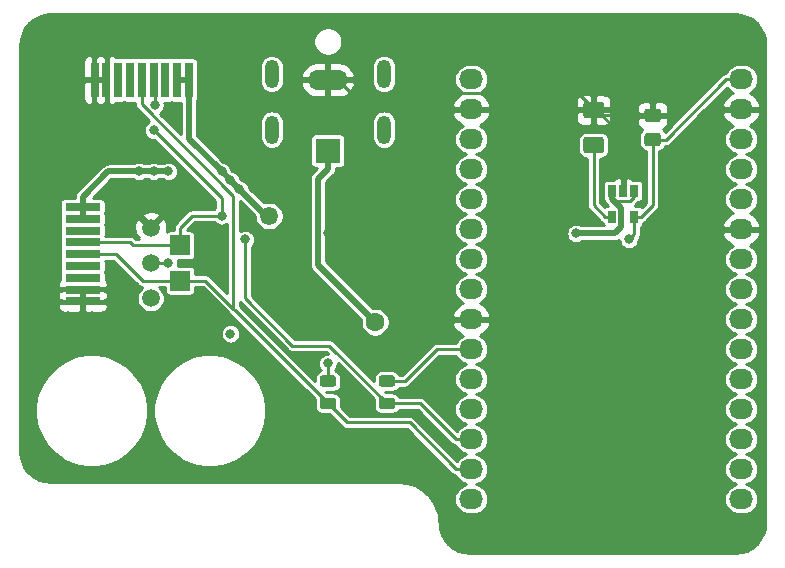
<source format=gbr>
G04 #@! TF.GenerationSoftware,KiCad,Pcbnew,5.1.6-c6e7f7d~86~ubuntu18.04.1*
G04 #@! TF.CreationDate,2020-05-28T19:09:28+01:00*
G04 #@! TF.ProjectId,polariser_drive,706f6c61-7269-4736-9572-5f6472697665,rev?*
G04 #@! TF.SameCoordinates,Original*
G04 #@! TF.FileFunction,Copper,L1,Top*
G04 #@! TF.FilePolarity,Positive*
%FSLAX46Y46*%
G04 Gerber Fmt 4.6, Leading zero omitted, Abs format (unit mm)*
G04 Created by KiCad (PCBNEW 5.1.6-c6e7f7d~86~ubuntu18.04.1) date 2020-05-28 19:09:28*
%MOMM*%
%LPD*%
G01*
G04 APERTURE LIST*
G04 #@! TA.AperFunction,ComponentPad*
%ADD10R,1.700000X1.700000*%
G04 #@! TD*
G04 #@! TA.AperFunction,ComponentPad*
%ADD11C,1.600000*%
G04 #@! TD*
G04 #@! TA.AperFunction,SMDPad,CuDef*
%ADD12R,3.000000X0.700000*%
G04 #@! TD*
G04 #@! TA.AperFunction,SMDPad,CuDef*
%ADD13R,0.700000X3.000000*%
G04 #@! TD*
G04 #@! TA.AperFunction,ComponentPad*
%ADD14O,1.200000X2.400000*%
G04 #@! TD*
G04 #@! TA.AperFunction,ComponentPad*
%ADD15O,3.400000X1.700000*%
G04 #@! TD*
G04 #@! TA.AperFunction,ComponentPad*
%ADD16R,2.100000X2.100000*%
G04 #@! TD*
G04 #@! TA.AperFunction,SMDPad,CuDef*
%ADD17C,1.500000*%
G04 #@! TD*
G04 #@! TA.AperFunction,ComponentPad*
%ADD18O,2.032000X1.727200*%
G04 #@! TD*
G04 #@! TA.AperFunction,SMDPad,CuDef*
%ADD19R,0.650000X1.060000*%
G04 #@! TD*
G04 #@! TA.AperFunction,ViaPad*
%ADD20C,0.800000*%
G04 #@! TD*
G04 #@! TA.AperFunction,Conductor*
%ADD21C,0.250000*%
G04 #@! TD*
G04 #@! TA.AperFunction,Conductor*
%ADD22C,0.500000*%
G04 #@! TD*
G04 #@! TA.AperFunction,Conductor*
%ADD23C,0.254000*%
G04 #@! TD*
G04 APERTURE END LIST*
D10*
X63500000Y-109000000D03*
G04 #@! TA.AperFunction,ComponentPad*
G36*
G01*
X71585429Y-107085429D02*
X71585429Y-107085429D01*
G75*
G02*
X70454059Y-107085429I-565685J565685D01*
G01*
X70454059Y-107085429D01*
G75*
G02*
X70454059Y-105954059I565685J565685D01*
G01*
X70454059Y-105954059D01*
G75*
G02*
X71585429Y-105954059I565685J-565685D01*
G01*
X71585429Y-105954059D01*
G75*
G02*
X71585429Y-107085429I-565685J-565685D01*
G01*
G37*
G04 #@! TD.AperFunction*
D11*
X80000000Y-115500000D03*
D10*
X63500000Y-112000000D03*
D12*
X55250000Y-113750000D03*
X55250000Y-112750000D03*
X55250000Y-111750000D03*
X55250000Y-110750000D03*
X55250000Y-109750000D03*
X55250000Y-108750000D03*
X55250000Y-107750000D03*
X55250000Y-106750000D03*
X55250000Y-105750000D03*
D13*
X56250000Y-95000000D03*
X57250000Y-95000000D03*
X58250000Y-95000000D03*
X59250000Y-95000000D03*
X60250000Y-95000000D03*
X61250000Y-95000000D03*
X62250000Y-95000000D03*
X63250000Y-95000000D03*
X64250000Y-95000000D03*
D14*
X71250000Y-94500000D03*
X80750000Y-94500000D03*
X71250000Y-99200000D03*
X80750000Y-99200000D03*
D15*
X76000000Y-95000000D03*
D16*
X76000000Y-101000000D03*
D17*
X61000000Y-110500000D03*
X61000000Y-107500000D03*
G04 #@! TA.AperFunction,SMDPad,CuDef*
G36*
G01*
X99125000Y-98250000D02*
X97875000Y-98250000D01*
G75*
G02*
X97625000Y-98000000I0J250000D01*
G01*
X97625000Y-97075000D01*
G75*
G02*
X97875000Y-96825000I250000J0D01*
G01*
X99125000Y-96825000D01*
G75*
G02*
X99375000Y-97075000I0J-250000D01*
G01*
X99375000Y-98000000D01*
G75*
G02*
X99125000Y-98250000I-250000J0D01*
G01*
G37*
G04 #@! TD.AperFunction*
G04 #@! TA.AperFunction,SMDPad,CuDef*
G36*
G01*
X99125000Y-101225000D02*
X97875000Y-101225000D01*
G75*
G02*
X97625000Y-100975000I0J250000D01*
G01*
X97625000Y-100050000D01*
G75*
G02*
X97875000Y-99800000I250000J0D01*
G01*
X99125000Y-99800000D01*
G75*
G02*
X99375000Y-100050000I0J-250000D01*
G01*
X99375000Y-100975000D01*
G75*
G02*
X99125000Y-101225000I-250000J0D01*
G01*
G37*
G04 #@! TD.AperFunction*
D18*
X111000000Y-130500000D03*
X111000000Y-127960000D03*
X111000000Y-125420000D03*
X111000000Y-122880000D03*
X111000000Y-120340000D03*
X111000000Y-117800000D03*
X111000000Y-115260000D03*
X111000000Y-112720000D03*
X111000000Y-110180000D03*
X111000000Y-107640000D03*
X111000000Y-105100000D03*
X111000000Y-102560000D03*
X111000000Y-100020000D03*
X111000000Y-97480000D03*
X111000000Y-94940000D03*
X88140000Y-130500000D03*
X88140000Y-100020000D03*
X88140000Y-97480000D03*
X88140000Y-102560000D03*
X88140000Y-117800000D03*
X88140000Y-120340000D03*
X88140000Y-115260000D03*
X88140000Y-94940000D03*
X88140000Y-110180000D03*
X88140000Y-112720000D03*
X88140000Y-107640000D03*
X88140000Y-105100000D03*
X88140000Y-125420000D03*
X88140000Y-122880000D03*
X88140000Y-127960000D03*
D17*
X61000000Y-113500000D03*
D19*
X101950000Y-106600000D03*
X100050000Y-106600000D03*
X100050000Y-104400000D03*
X101000000Y-104400000D03*
X101950000Y-104400000D03*
G04 #@! TA.AperFunction,SMDPad,CuDef*
G36*
G01*
X76456250Y-122862500D02*
X75543750Y-122862500D01*
G75*
G02*
X75300000Y-122618750I0J243750D01*
G01*
X75300000Y-122131250D01*
G75*
G02*
X75543750Y-121887500I243750J0D01*
G01*
X76456250Y-121887500D01*
G75*
G02*
X76700000Y-122131250I0J-243750D01*
G01*
X76700000Y-122618750D01*
G75*
G02*
X76456250Y-122862500I-243750J0D01*
G01*
G37*
G04 #@! TD.AperFunction*
G04 #@! TA.AperFunction,SMDPad,CuDef*
G36*
G01*
X76456250Y-120987500D02*
X75543750Y-120987500D01*
G75*
G02*
X75300000Y-120743750I0J243750D01*
G01*
X75300000Y-120256250D01*
G75*
G02*
X75543750Y-120012500I243750J0D01*
G01*
X76456250Y-120012500D01*
G75*
G02*
X76700000Y-120256250I0J-243750D01*
G01*
X76700000Y-120743750D01*
G75*
G02*
X76456250Y-120987500I-243750J0D01*
G01*
G37*
G04 #@! TD.AperFunction*
G04 #@! TA.AperFunction,SMDPad,CuDef*
G36*
G01*
X81456250Y-122862500D02*
X80543750Y-122862500D01*
G75*
G02*
X80300000Y-122618750I0J243750D01*
G01*
X80300000Y-122131250D01*
G75*
G02*
X80543750Y-121887500I243750J0D01*
G01*
X81456250Y-121887500D01*
G75*
G02*
X81700000Y-122131250I0J-243750D01*
G01*
X81700000Y-122618750D01*
G75*
G02*
X81456250Y-122862500I-243750J0D01*
G01*
G37*
G04 #@! TD.AperFunction*
G04 #@! TA.AperFunction,SMDPad,CuDef*
G36*
G01*
X81456250Y-120987500D02*
X80543750Y-120987500D01*
G75*
G02*
X80300000Y-120743750I0J243750D01*
G01*
X80300000Y-120256250D01*
G75*
G02*
X80543750Y-120012500I243750J0D01*
G01*
X81456250Y-120012500D01*
G75*
G02*
X81700000Y-120256250I0J-243750D01*
G01*
X81700000Y-120743750D01*
G75*
G02*
X81456250Y-120987500I-243750J0D01*
G01*
G37*
G04 #@! TD.AperFunction*
G04 #@! TA.AperFunction,SMDPad,CuDef*
G36*
G01*
X103950001Y-98575000D02*
X103049999Y-98575000D01*
G75*
G02*
X102800000Y-98325001I0J249999D01*
G01*
X102800000Y-97674999D01*
G75*
G02*
X103049999Y-97425000I249999J0D01*
G01*
X103950001Y-97425000D01*
G75*
G02*
X104200000Y-97674999I0J-249999D01*
G01*
X104200000Y-98325001D01*
G75*
G02*
X103950001Y-98575000I-249999J0D01*
G01*
G37*
G04 #@! TD.AperFunction*
G04 #@! TA.AperFunction,SMDPad,CuDef*
G36*
G01*
X103950001Y-100625000D02*
X103049999Y-100625000D01*
G75*
G02*
X102800000Y-100375001I0J249999D01*
G01*
X102800000Y-99724999D01*
G75*
G02*
X103049999Y-99475000I249999J0D01*
G01*
X103950001Y-99475000D01*
G75*
G02*
X104200000Y-99724999I0J-249999D01*
G01*
X104200000Y-100375001D01*
G75*
G02*
X103950001Y-100625000I-249999J0D01*
G01*
G37*
G04 #@! TD.AperFunction*
D20*
X106000000Y-110500000D03*
X106000000Y-113000000D03*
X69750000Y-118500000D03*
X81500000Y-113500000D03*
X71000000Y-113500000D03*
X67000000Y-111500000D03*
X71000000Y-109500000D03*
X78000000Y-122500000D03*
X74500000Y-119000000D03*
X85000000Y-121500000D03*
X76000000Y-108000000D03*
X102500000Y-96000000D03*
X103500000Y-96000000D03*
X104500000Y-96000000D03*
X97500000Y-96000000D03*
X98500000Y-96000000D03*
X99500000Y-96000000D03*
X100000000Y-102000000D03*
X102000000Y-102000000D03*
X93500000Y-130500000D03*
X93500000Y-128000000D03*
X106000000Y-130500000D03*
X106000000Y-128000000D03*
X93500000Y-113000000D03*
X93500000Y-110500000D03*
X73500000Y-128000000D03*
X76000000Y-128000000D03*
X81000000Y-128000000D03*
X83500000Y-128000000D03*
X78500000Y-128000000D03*
X69000000Y-94500000D03*
X62250000Y-106000000D03*
X63250000Y-106000000D03*
X78000000Y-110000000D03*
X58500000Y-112000000D03*
X55000000Y-95000000D03*
X55000000Y-96000000D03*
X55000000Y-94000000D03*
X54000000Y-115000000D03*
X55000000Y-115000000D03*
X56000000Y-115000000D03*
X62750000Y-97500000D03*
X101500000Y-108500000D03*
X62500000Y-110500000D03*
X67750000Y-116500000D03*
X62500000Y-102750000D03*
X61250000Y-102750000D03*
X60000000Y-102750000D03*
X67750000Y-103500000D03*
X67000000Y-102750000D03*
X68500000Y-104250000D03*
X97000000Y-108000000D03*
X69000000Y-108500000D03*
X67000000Y-106500000D03*
X61250000Y-99250000D03*
X61351152Y-97148848D03*
X76000000Y-119000000D03*
D21*
X76000000Y-95000000D02*
X75150000Y-95000000D01*
X98500000Y-97425000D02*
X98500000Y-98000000D01*
X97203610Y-96128610D02*
X98500000Y-97425000D01*
X77978610Y-96128610D02*
X97203610Y-96128610D01*
X76850000Y-95000000D02*
X77978610Y-96128610D01*
X76000000Y-95000000D02*
X76850000Y-95000000D01*
X103500000Y-98000000D02*
X98500000Y-98000000D01*
X99200000Y-98000000D02*
X98500000Y-98000000D01*
X101000000Y-99800000D02*
X99200000Y-98000000D01*
X101000000Y-104400000D02*
X101000000Y-99800000D01*
D22*
X56250000Y-95000000D02*
X57250000Y-95000000D01*
D21*
X55250000Y-112750000D02*
X55250000Y-113750000D01*
X56250000Y-95000000D02*
X55000000Y-95000000D01*
X99475000Y-106600000D02*
X100050000Y-106600000D01*
X98500000Y-105625000D02*
X99475000Y-106600000D01*
X98500000Y-100050000D02*
X98500000Y-105625000D01*
X103500000Y-100625000D02*
X103500000Y-100050000D01*
X103500000Y-105625000D02*
X103500000Y-100625000D01*
X102525000Y-106600000D02*
X103500000Y-105625000D01*
X101950000Y-106600000D02*
X102525000Y-106600000D01*
X111000000Y-94940000D02*
X109734000Y-94940000D01*
X104624000Y-100050000D02*
X103500000Y-100050000D01*
X109734000Y-94940000D02*
X104624000Y-100050000D01*
X101950000Y-108050000D02*
X101500000Y-108500000D01*
X101950000Y-106600000D02*
X101950000Y-108050000D01*
X62500000Y-110500000D02*
X61000000Y-110500000D01*
X100050000Y-105180000D02*
X100050000Y-104400000D01*
X100125001Y-105255001D02*
X100050000Y-105180000D01*
X101585001Y-105255001D02*
X100125001Y-105255001D01*
X101950000Y-104890002D02*
X101585001Y-105255001D01*
X101950000Y-104400000D02*
X101950000Y-104890002D01*
X100050000Y-104400000D02*
X100050000Y-104325000D01*
D22*
X67750000Y-103500000D02*
X67000000Y-102750000D01*
X69000000Y-104750000D02*
X68500000Y-104250000D01*
X68500000Y-104250000D02*
X67750000Y-103500000D01*
X100050000Y-105050000D02*
X100050000Y-104400000D01*
X100825001Y-107490001D02*
X100825001Y-105825001D01*
X100825001Y-105825001D02*
X100050000Y-105050000D01*
X100315002Y-108000000D02*
X100825001Y-107490001D01*
X97000000Y-108000000D02*
X100315002Y-108000000D01*
X61934315Y-102750000D02*
X62500000Y-102750000D01*
X57400000Y-102750000D02*
X61934315Y-102750000D01*
X55250000Y-104900000D02*
X57400000Y-102750000D01*
X55250000Y-105750000D02*
X55250000Y-104900000D01*
X64250000Y-100000000D02*
X67000000Y-102750000D01*
X64250000Y-95000000D02*
X64250000Y-100000000D01*
X70769744Y-106519744D02*
X67750000Y-103500000D01*
X71019744Y-106519744D02*
X70769744Y-106519744D01*
X55250000Y-106750000D02*
X55250000Y-105750000D01*
X63250000Y-95000000D02*
X64250000Y-95000000D01*
D21*
X83829000Y-122375000D02*
X81000000Y-122375000D01*
X88140000Y-125420000D02*
X86874000Y-125420000D01*
X86874000Y-125420000D02*
X83829000Y-122375000D01*
X81000000Y-122375000D02*
X76125000Y-117500000D01*
X76125000Y-117500000D02*
X73000000Y-117500000D01*
X73000000Y-117500000D02*
X69000000Y-113500000D01*
X69000000Y-108500000D02*
X69000000Y-113500000D01*
X63500000Y-107500000D02*
X63500000Y-109000000D01*
X63500000Y-107500000D02*
X64500000Y-106500000D01*
X64500000Y-106500000D02*
X67000000Y-106500000D01*
X55250000Y-108750000D02*
X59250000Y-108750000D01*
X59500000Y-109000000D02*
X63500000Y-109000000D01*
X59250000Y-108750000D02*
X59500000Y-109000000D01*
X67000000Y-106500000D02*
X67000000Y-105000000D01*
X67000000Y-105000000D02*
X61250000Y-99250000D01*
X61351152Y-95101152D02*
X61250000Y-95000000D01*
X61351152Y-97148848D02*
X61351152Y-95101152D01*
X86874000Y-127960000D02*
X82914000Y-124000000D01*
X88140000Y-127960000D02*
X86874000Y-127960000D01*
X77625000Y-124000000D02*
X76000000Y-122375000D01*
X82914000Y-124000000D02*
X77625000Y-124000000D01*
X76000000Y-122375000D02*
X68125000Y-114500000D01*
X68000000Y-114375000D02*
X68125000Y-114500000D01*
X65625000Y-112000000D02*
X68000000Y-114375000D01*
X63500000Y-112000000D02*
X65625000Y-112000000D01*
X57000000Y-109750000D02*
X55250000Y-109750000D01*
X58073002Y-109750000D02*
X57000000Y-109750000D01*
X60323002Y-112000000D02*
X58073002Y-109750000D01*
X63500000Y-112000000D02*
X60323002Y-112000000D01*
X60250000Y-96750000D02*
X60250000Y-95000000D01*
X60250000Y-97073002D02*
X60250000Y-96750000D01*
X68000000Y-104823002D02*
X60250000Y-97073002D01*
X68000000Y-114375000D02*
X68000000Y-104823002D01*
X81000000Y-120500000D02*
X82500000Y-120500000D01*
X85200000Y-117800000D02*
X88140000Y-117800000D01*
X82500000Y-120500000D02*
X85200000Y-117800000D01*
X76000000Y-120500000D02*
X76000000Y-119000000D01*
D22*
X79200001Y-114700001D02*
X80000000Y-115500000D01*
X75149999Y-110649999D02*
X79200001Y-114700001D01*
X75149999Y-103400001D02*
X75149999Y-110649999D01*
X76000000Y-102550000D02*
X75149999Y-103400001D01*
X76000000Y-101000000D02*
X76000000Y-102550000D01*
D23*
G36*
X110994492Y-89502654D02*
G01*
X111470137Y-89646259D01*
X111908843Y-89879522D01*
X112293880Y-90193551D01*
X112610592Y-90576390D01*
X112846907Y-91013447D01*
X112993835Y-91488091D01*
X113048001Y-92003448D01*
X113048000Y-126022204D01*
X113048001Y-126022214D01*
X113048000Y-132477891D01*
X112997347Y-132994487D01*
X112853740Y-133470141D01*
X112620478Y-133908842D01*
X112306449Y-134293880D01*
X111923610Y-134610592D01*
X111486552Y-134846908D01*
X111011909Y-134993835D01*
X110496560Y-135048000D01*
X88022108Y-135048000D01*
X87505513Y-134997347D01*
X87029859Y-134853740D01*
X86591158Y-134620478D01*
X86206120Y-134306449D01*
X85889408Y-133923610D01*
X85653092Y-133486552D01*
X85506165Y-133011909D01*
X85451990Y-132496467D01*
X85451924Y-132477481D01*
X85449929Y-132457840D01*
X85450067Y-132438090D01*
X85449451Y-132431809D01*
X85388250Y-131849519D01*
X85380012Y-131809388D01*
X85372336Y-131769148D01*
X85370512Y-131763106D01*
X85197375Y-131203792D01*
X85181484Y-131165989D01*
X85166153Y-131128044D01*
X85163190Y-131122471D01*
X85163190Y-131122470D01*
X85163187Y-131122466D01*
X84884714Y-130607439D01*
X84861808Y-130573479D01*
X84839374Y-130539196D01*
X84835385Y-130534305D01*
X84462175Y-130083172D01*
X84433125Y-130054324D01*
X84404444Y-130025036D01*
X84399581Y-130021013D01*
X83945852Y-129650961D01*
X83911740Y-129628297D01*
X83877928Y-129605145D01*
X83872381Y-129602147D01*
X83872377Y-129602144D01*
X83872373Y-129602142D01*
X83355412Y-129327269D01*
X83317498Y-129311642D01*
X83279882Y-129295520D01*
X83273853Y-129293653D01*
X82713345Y-129124427D01*
X82673162Y-129116470D01*
X82633087Y-129107952D01*
X82626810Y-129107292D01*
X82044108Y-129050157D01*
X82044105Y-129050157D01*
X82022205Y-129048000D01*
X52522108Y-129048000D01*
X52005513Y-128997347D01*
X51529859Y-128853740D01*
X51091158Y-128620478D01*
X50706120Y-128306449D01*
X50389408Y-127923610D01*
X50153092Y-127486552D01*
X50006165Y-127011909D01*
X49952000Y-126496560D01*
X49952000Y-122529507D01*
X51223000Y-122529507D01*
X51223000Y-123470493D01*
X51406577Y-124393400D01*
X51766677Y-125262758D01*
X52289462Y-126045160D01*
X52954840Y-126710538D01*
X53737242Y-127233323D01*
X54606600Y-127593423D01*
X55529507Y-127777000D01*
X56470493Y-127777000D01*
X57393400Y-127593423D01*
X58262758Y-127233323D01*
X59045160Y-126710538D01*
X59710538Y-126045160D01*
X60233323Y-125262758D01*
X60593423Y-124393400D01*
X60777000Y-123470493D01*
X60777000Y-122529507D01*
X61223000Y-122529507D01*
X61223000Y-123470493D01*
X61406577Y-124393400D01*
X61766677Y-125262758D01*
X62289462Y-126045160D01*
X62954840Y-126710538D01*
X63737242Y-127233323D01*
X64606600Y-127593423D01*
X65529507Y-127777000D01*
X66470493Y-127777000D01*
X67393400Y-127593423D01*
X68262758Y-127233323D01*
X69045160Y-126710538D01*
X69710538Y-126045160D01*
X70233323Y-125262758D01*
X70593423Y-124393400D01*
X70777000Y-123470493D01*
X70777000Y-122529507D01*
X70593423Y-121606600D01*
X70233323Y-120737242D01*
X69710538Y-119954840D01*
X69045160Y-119289462D01*
X68262758Y-118766677D01*
X67393400Y-118406577D01*
X66470493Y-118223000D01*
X65529507Y-118223000D01*
X64606600Y-118406577D01*
X63737242Y-118766677D01*
X62954840Y-119289462D01*
X62289462Y-119954840D01*
X61766677Y-120737242D01*
X61406577Y-121606600D01*
X61223000Y-122529507D01*
X60777000Y-122529507D01*
X60593423Y-121606600D01*
X60233323Y-120737242D01*
X59710538Y-119954840D01*
X59045160Y-119289462D01*
X58262758Y-118766677D01*
X57393400Y-118406577D01*
X56470493Y-118223000D01*
X55529507Y-118223000D01*
X54606600Y-118406577D01*
X53737242Y-118766677D01*
X52954840Y-119289462D01*
X52289462Y-119954840D01*
X51766677Y-120737242D01*
X51406577Y-121606600D01*
X51223000Y-122529507D01*
X49952000Y-122529507D01*
X49952000Y-116418548D01*
X66923000Y-116418548D01*
X66923000Y-116581452D01*
X66954782Y-116741227D01*
X67017123Y-116891731D01*
X67107628Y-117027181D01*
X67222819Y-117142372D01*
X67358269Y-117232877D01*
X67508773Y-117295218D01*
X67668548Y-117327000D01*
X67831452Y-117327000D01*
X67991227Y-117295218D01*
X68141731Y-117232877D01*
X68277181Y-117142372D01*
X68392372Y-117027181D01*
X68482877Y-116891731D01*
X68545218Y-116741227D01*
X68577000Y-116581452D01*
X68577000Y-116418548D01*
X68545218Y-116258773D01*
X68482877Y-116108269D01*
X68392372Y-115972819D01*
X68277181Y-115857628D01*
X68141731Y-115767123D01*
X67991227Y-115704782D01*
X67831452Y-115673000D01*
X67668548Y-115673000D01*
X67508773Y-115704782D01*
X67358269Y-115767123D01*
X67222819Y-115857628D01*
X67107628Y-115972819D01*
X67017123Y-116108269D01*
X66954782Y-116258773D01*
X66923000Y-116418548D01*
X49952000Y-116418548D01*
X49952000Y-114100000D01*
X53111928Y-114100000D01*
X53124188Y-114224482D01*
X53160498Y-114344180D01*
X53219463Y-114454494D01*
X53298815Y-114551185D01*
X53395506Y-114630537D01*
X53505820Y-114689502D01*
X53625518Y-114725812D01*
X53750000Y-114738072D01*
X54964250Y-114735000D01*
X55123000Y-114576250D01*
X55123000Y-113877000D01*
X55377000Y-113877000D01*
X55377000Y-114576250D01*
X55535750Y-114735000D01*
X56750000Y-114738072D01*
X56874482Y-114725812D01*
X56994180Y-114689502D01*
X57104494Y-114630537D01*
X57201185Y-114551185D01*
X57280537Y-114454494D01*
X57339502Y-114344180D01*
X57375812Y-114224482D01*
X57388072Y-114100000D01*
X57385000Y-114035750D01*
X57226250Y-113877000D01*
X55377000Y-113877000D01*
X55123000Y-113877000D01*
X53273750Y-113877000D01*
X53115000Y-114035750D01*
X53111928Y-114100000D01*
X49952000Y-114100000D01*
X49952000Y-113100000D01*
X53111928Y-113100000D01*
X53124188Y-113224482D01*
X53131929Y-113250000D01*
X53124188Y-113275518D01*
X53111928Y-113400000D01*
X53115000Y-113464250D01*
X53273750Y-113623000D01*
X53386322Y-113623000D01*
X53395506Y-113630537D01*
X53505820Y-113689502D01*
X53625518Y-113725812D01*
X53750000Y-113738072D01*
X54964250Y-113735000D01*
X55076250Y-113623000D01*
X55123000Y-113623000D01*
X55123000Y-112877000D01*
X55377000Y-112877000D01*
X55377000Y-113623000D01*
X55423750Y-113623000D01*
X55535750Y-113735000D01*
X56750000Y-113738072D01*
X56874482Y-113725812D01*
X56994180Y-113689502D01*
X57104494Y-113630537D01*
X57113678Y-113623000D01*
X57226250Y-113623000D01*
X57385000Y-113464250D01*
X57388072Y-113400000D01*
X57375812Y-113275518D01*
X57368071Y-113250000D01*
X57375812Y-113224482D01*
X57388072Y-113100000D01*
X57385000Y-113035750D01*
X57226250Y-112877000D01*
X57113678Y-112877000D01*
X57104494Y-112869463D01*
X56994180Y-112810498D01*
X56874482Y-112774188D01*
X56750000Y-112761928D01*
X55535750Y-112765000D01*
X55423750Y-112877000D01*
X55377000Y-112877000D01*
X55123000Y-112877000D01*
X55076250Y-112877000D01*
X54964250Y-112765000D01*
X53750000Y-112761928D01*
X53625518Y-112774188D01*
X53505820Y-112810498D01*
X53395506Y-112869463D01*
X53386322Y-112877000D01*
X53273750Y-112877000D01*
X53115000Y-113035750D01*
X53111928Y-113100000D01*
X49952000Y-113100000D01*
X49952000Y-112400000D01*
X53111928Y-112400000D01*
X53115000Y-112464250D01*
X53273750Y-112623000D01*
X55123000Y-112623000D01*
X55123000Y-112603000D01*
X55377000Y-112603000D01*
X55377000Y-112623000D01*
X57226250Y-112623000D01*
X57385000Y-112464250D01*
X57388072Y-112400000D01*
X57375812Y-112275518D01*
X57339502Y-112155820D01*
X57280537Y-112045506D01*
X57201185Y-111948815D01*
X57179066Y-111930662D01*
X57179066Y-111400000D01*
X57170822Y-111316293D01*
X57150711Y-111250000D01*
X57170822Y-111183707D01*
X57179066Y-111100000D01*
X57179066Y-110400000D01*
X57170822Y-110316293D01*
X57166486Y-110302000D01*
X57844358Y-110302000D01*
X59913509Y-112371153D01*
X59930791Y-112392211D01*
X59951847Y-112409491D01*
X59951848Y-112409492D01*
X60014844Y-112461191D01*
X60110739Y-112512448D01*
X60214791Y-112544012D01*
X60299679Y-112552373D01*
X60249706Y-112585764D01*
X60085764Y-112749706D01*
X59956956Y-112942481D01*
X59868231Y-113156682D01*
X59823000Y-113384076D01*
X59823000Y-113615924D01*
X59868231Y-113843318D01*
X59956956Y-114057519D01*
X60085764Y-114250294D01*
X60249706Y-114414236D01*
X60442481Y-114543044D01*
X60656682Y-114631769D01*
X60884076Y-114677000D01*
X61115924Y-114677000D01*
X61343318Y-114631769D01*
X61557519Y-114543044D01*
X61750294Y-114414236D01*
X61914236Y-114250294D01*
X62043044Y-114057519D01*
X62131769Y-113843318D01*
X62177000Y-113615924D01*
X62177000Y-113384076D01*
X62131769Y-113156682D01*
X62043044Y-112942481D01*
X61914236Y-112749706D01*
X61750294Y-112585764D01*
X61699763Y-112552000D01*
X62220934Y-112552000D01*
X62220934Y-112850000D01*
X62229178Y-112933707D01*
X62253595Y-113014196D01*
X62293245Y-113088376D01*
X62346605Y-113153395D01*
X62411624Y-113206755D01*
X62485804Y-113246405D01*
X62566293Y-113270822D01*
X62650000Y-113279066D01*
X64350000Y-113279066D01*
X64433707Y-113270822D01*
X64514196Y-113246405D01*
X64588376Y-113206755D01*
X64653395Y-113153395D01*
X64706755Y-113088376D01*
X64746405Y-113014196D01*
X64770822Y-112933707D01*
X64779066Y-112850000D01*
X64779066Y-112552000D01*
X65396356Y-112552000D01*
X67590507Y-114746153D01*
X67607789Y-114767211D01*
X67628855Y-114784500D01*
X67753847Y-114909492D01*
X67753853Y-114909497D01*
X74880319Y-122035965D01*
X74870934Y-122131250D01*
X74870934Y-122618750D01*
X74883862Y-122750010D01*
X74922149Y-122876226D01*
X74984324Y-122992547D01*
X75067997Y-123094503D01*
X75169953Y-123178176D01*
X75286274Y-123240351D01*
X75412490Y-123278638D01*
X75543750Y-123291566D01*
X76135921Y-123291566D01*
X77215507Y-124371153D01*
X77232789Y-124392211D01*
X77316842Y-124461191D01*
X77412737Y-124512448D01*
X77516789Y-124544012D01*
X77597891Y-124552000D01*
X77597893Y-124552000D01*
X77624999Y-124554670D01*
X77652105Y-124552000D01*
X82685356Y-124552000D01*
X86464508Y-128331154D01*
X86481789Y-128352211D01*
X86502845Y-128369491D01*
X86502846Y-128369492D01*
X86565842Y-128421191D01*
X86661737Y-128472448D01*
X86765789Y-128504012D01*
X86817719Y-128509127D01*
X86909314Y-128680488D01*
X87070593Y-128877007D01*
X87267112Y-129038286D01*
X87491319Y-129158128D01*
X87728249Y-129230000D01*
X87491319Y-129301872D01*
X87267112Y-129421714D01*
X87070593Y-129582993D01*
X86909314Y-129779512D01*
X86789472Y-130003719D01*
X86715674Y-130246998D01*
X86690756Y-130500000D01*
X86715674Y-130753002D01*
X86789472Y-130996281D01*
X86909314Y-131220488D01*
X87070593Y-131417007D01*
X87267112Y-131578286D01*
X87491319Y-131698128D01*
X87734598Y-131771926D01*
X87924202Y-131790600D01*
X88355798Y-131790600D01*
X88545402Y-131771926D01*
X88788681Y-131698128D01*
X89012888Y-131578286D01*
X89209407Y-131417007D01*
X89370686Y-131220488D01*
X89490528Y-130996281D01*
X89564326Y-130753002D01*
X89589244Y-130500000D01*
X89564326Y-130246998D01*
X89490528Y-130003719D01*
X89370686Y-129779512D01*
X89209407Y-129582993D01*
X89012888Y-129421714D01*
X88788681Y-129301872D01*
X88551751Y-129230000D01*
X88788681Y-129158128D01*
X89012888Y-129038286D01*
X89209407Y-128877007D01*
X89370686Y-128680488D01*
X89490528Y-128456281D01*
X89564326Y-128213002D01*
X89589244Y-127960000D01*
X89564326Y-127706998D01*
X89490528Y-127463719D01*
X89370686Y-127239512D01*
X89209407Y-127042993D01*
X89012888Y-126881714D01*
X88788681Y-126761872D01*
X88551751Y-126690000D01*
X88788681Y-126618128D01*
X89012888Y-126498286D01*
X89209407Y-126337007D01*
X89370686Y-126140488D01*
X89490528Y-125916281D01*
X89564326Y-125673002D01*
X89589244Y-125420000D01*
X89564326Y-125166998D01*
X89490528Y-124923719D01*
X89370686Y-124699512D01*
X89209407Y-124502993D01*
X89012888Y-124341714D01*
X88788681Y-124221872D01*
X88551751Y-124150000D01*
X88788681Y-124078128D01*
X89012888Y-123958286D01*
X89209407Y-123797007D01*
X89370686Y-123600488D01*
X89490528Y-123376281D01*
X89564326Y-123133002D01*
X89589244Y-122880000D01*
X89564326Y-122626998D01*
X89490528Y-122383719D01*
X89370686Y-122159512D01*
X89209407Y-121962993D01*
X89012888Y-121801714D01*
X88788681Y-121681872D01*
X88551751Y-121610000D01*
X88788681Y-121538128D01*
X89012888Y-121418286D01*
X89209407Y-121257007D01*
X89370686Y-121060488D01*
X89490528Y-120836281D01*
X89564326Y-120593002D01*
X89589244Y-120340000D01*
X89564326Y-120086998D01*
X89490528Y-119843719D01*
X89370686Y-119619512D01*
X89209407Y-119422993D01*
X89012888Y-119261714D01*
X88788681Y-119141872D01*
X88551751Y-119070000D01*
X88788681Y-118998128D01*
X89012888Y-118878286D01*
X89209407Y-118717007D01*
X89370686Y-118520488D01*
X89490528Y-118296281D01*
X89564326Y-118053002D01*
X89589244Y-117800000D01*
X89564326Y-117546998D01*
X89490528Y-117303719D01*
X89370686Y-117079512D01*
X89209407Y-116882993D01*
X89012888Y-116721714D01*
X88862184Y-116641160D01*
X89054321Y-116551954D01*
X89291729Y-116378486D01*
X89490733Y-116162035D01*
X89643686Y-115910919D01*
X89744709Y-115634789D01*
X89747358Y-115619026D01*
X89626217Y-115387000D01*
X88267000Y-115387000D01*
X88267000Y-115407000D01*
X88013000Y-115407000D01*
X88013000Y-115387000D01*
X86653783Y-115387000D01*
X86532642Y-115619026D01*
X86535291Y-115634789D01*
X86636314Y-115910919D01*
X86789267Y-116162035D01*
X86988271Y-116378486D01*
X87225679Y-116551954D01*
X87417816Y-116641160D01*
X87267112Y-116721714D01*
X87070593Y-116882993D01*
X86909314Y-117079512D01*
X86819255Y-117248000D01*
X85227108Y-117248000D01*
X85200000Y-117245330D01*
X85172891Y-117248000D01*
X85091789Y-117255988D01*
X84987737Y-117287552D01*
X84891842Y-117338809D01*
X84807789Y-117407789D01*
X84790508Y-117428846D01*
X82271356Y-119948000D01*
X82050712Y-119948000D01*
X82015676Y-119882453D01*
X81932003Y-119780497D01*
X81830047Y-119696824D01*
X81713726Y-119634649D01*
X81587510Y-119596362D01*
X81456250Y-119583434D01*
X80543750Y-119583434D01*
X80412490Y-119596362D01*
X80286274Y-119634649D01*
X80169953Y-119696824D01*
X80067997Y-119780497D01*
X79984324Y-119882453D01*
X79922149Y-119998774D01*
X79883862Y-120124990D01*
X79870934Y-120256250D01*
X79870934Y-120465289D01*
X76534501Y-117128857D01*
X76517211Y-117107789D01*
X76433158Y-117038809D01*
X76337263Y-116987552D01*
X76233211Y-116955988D01*
X76152109Y-116948000D01*
X76152106Y-116948000D01*
X76125000Y-116945330D01*
X76097894Y-116948000D01*
X73228646Y-116948000D01*
X69552000Y-113271356D01*
X69552000Y-109117553D01*
X69642372Y-109027181D01*
X69732877Y-108891731D01*
X69795218Y-108741227D01*
X69827000Y-108581452D01*
X69827000Y-108418548D01*
X69795218Y-108258773D01*
X69732877Y-108108269D01*
X69642372Y-107972819D01*
X69527181Y-107857628D01*
X69391731Y-107767123D01*
X69241227Y-107704782D01*
X69081452Y-107673000D01*
X68918548Y-107673000D01*
X68758773Y-107704782D01*
X68608269Y-107767123D01*
X68552000Y-107804721D01*
X68552000Y-105259422D01*
X69792744Y-106500167D01*
X69792744Y-106640593D01*
X69839897Y-106877647D01*
X69932391Y-107100946D01*
X70066671Y-107301911D01*
X70237577Y-107472817D01*
X70438542Y-107607097D01*
X70661841Y-107699591D01*
X70898895Y-107746744D01*
X71140593Y-107746744D01*
X71377647Y-107699591D01*
X71600946Y-107607097D01*
X71801911Y-107472817D01*
X71972817Y-107301911D01*
X72107097Y-107100946D01*
X72199591Y-106877647D01*
X72246744Y-106640593D01*
X72246744Y-106398895D01*
X72199591Y-106161841D01*
X72107097Y-105938542D01*
X71972817Y-105737577D01*
X71801911Y-105566671D01*
X71600946Y-105432391D01*
X71377647Y-105339897D01*
X71140593Y-105292744D01*
X70898895Y-105292744D01*
X70661841Y-105339897D01*
X70580862Y-105373440D01*
X69502227Y-104294804D01*
X69314840Y-104107417D01*
X69295218Y-104008773D01*
X69232877Y-103858269D01*
X69142372Y-103722819D01*
X69027181Y-103607628D01*
X68891731Y-103517123D01*
X68741227Y-103454782D01*
X68642582Y-103435160D01*
X68607423Y-103400001D01*
X74469725Y-103400001D01*
X74472999Y-103433246D01*
X74473000Y-110616744D01*
X74469725Y-110649999D01*
X74482795Y-110782713D01*
X74521507Y-110910328D01*
X74584371Y-111027939D01*
X74647775Y-111105197D01*
X74647778Y-111105200D01*
X74668973Y-111131026D01*
X74694799Y-111152221D01*
X78744802Y-115202225D01*
X78744808Y-115202230D01*
X78797676Y-115255098D01*
X78773000Y-115379151D01*
X78773000Y-115620849D01*
X78820153Y-115857903D01*
X78912647Y-116081202D01*
X79046927Y-116282167D01*
X79217833Y-116453073D01*
X79418798Y-116587353D01*
X79642097Y-116679847D01*
X79879151Y-116727000D01*
X80120849Y-116727000D01*
X80357903Y-116679847D01*
X80581202Y-116587353D01*
X80782167Y-116453073D01*
X80953073Y-116282167D01*
X81087353Y-116081202D01*
X81179847Y-115857903D01*
X81227000Y-115620849D01*
X81227000Y-115379151D01*
X81179847Y-115142097D01*
X81087353Y-114918798D01*
X80953073Y-114717833D01*
X80782167Y-114546927D01*
X80581202Y-114412647D01*
X80357903Y-114320153D01*
X80120849Y-114273000D01*
X79879151Y-114273000D01*
X79755098Y-114297676D01*
X79702230Y-114244808D01*
X79702225Y-114244802D01*
X75826999Y-110369577D01*
X75826999Y-103680423D01*
X76455201Y-103052222D01*
X76481027Y-103031027D01*
X76513691Y-102991227D01*
X76565628Y-102927941D01*
X76628492Y-102810330D01*
X76667204Y-102682715D01*
X76673648Y-102617285D01*
X76677000Y-102583252D01*
X76677000Y-102583245D01*
X76680274Y-102550000D01*
X76677000Y-102516755D01*
X76677000Y-102479066D01*
X77050000Y-102479066D01*
X77133707Y-102470822D01*
X77214196Y-102446405D01*
X77288376Y-102406755D01*
X77353395Y-102353395D01*
X77406755Y-102288376D01*
X77446405Y-102214196D01*
X77470822Y-102133707D01*
X77479066Y-102050000D01*
X77479066Y-99950000D01*
X77470822Y-99866293D01*
X77466016Y-99850450D01*
X79723000Y-99850450D01*
X79737860Y-100001326D01*
X79796585Y-100194916D01*
X79891949Y-100373331D01*
X80020288Y-100529712D01*
X80176669Y-100658051D01*
X80355083Y-100753415D01*
X80548673Y-100812140D01*
X80750000Y-100831969D01*
X80951326Y-100812140D01*
X81144916Y-100753415D01*
X81323331Y-100658051D01*
X81479712Y-100529712D01*
X81608051Y-100373331D01*
X81703415Y-100194917D01*
X81762140Y-100001327D01*
X81777000Y-99850451D01*
X81777000Y-98549549D01*
X81762140Y-98398673D01*
X81703415Y-98205083D01*
X81608051Y-98026669D01*
X81479712Y-97870288D01*
X81441620Y-97839026D01*
X86532642Y-97839026D01*
X86535291Y-97854789D01*
X86636314Y-98130919D01*
X86789267Y-98382035D01*
X86988271Y-98598486D01*
X87225679Y-98771954D01*
X87417816Y-98861160D01*
X87267112Y-98941714D01*
X87070593Y-99102993D01*
X86909314Y-99299512D01*
X86789472Y-99523719D01*
X86715674Y-99766998D01*
X86690756Y-100020000D01*
X86715674Y-100273002D01*
X86789472Y-100516281D01*
X86909314Y-100740488D01*
X87070593Y-100937007D01*
X87267112Y-101098286D01*
X87491319Y-101218128D01*
X87728249Y-101290000D01*
X87491319Y-101361872D01*
X87267112Y-101481714D01*
X87070593Y-101642993D01*
X86909314Y-101839512D01*
X86789472Y-102063719D01*
X86715674Y-102306998D01*
X86690756Y-102560000D01*
X86715674Y-102813002D01*
X86789472Y-103056281D01*
X86909314Y-103280488D01*
X87070593Y-103477007D01*
X87267112Y-103638286D01*
X87491319Y-103758128D01*
X87728249Y-103830000D01*
X87491319Y-103901872D01*
X87267112Y-104021714D01*
X87070593Y-104182993D01*
X86909314Y-104379512D01*
X86789472Y-104603719D01*
X86715674Y-104846998D01*
X86690756Y-105100000D01*
X86715674Y-105353002D01*
X86789472Y-105596281D01*
X86909314Y-105820488D01*
X87070593Y-106017007D01*
X87267112Y-106178286D01*
X87491319Y-106298128D01*
X87728249Y-106370000D01*
X87491319Y-106441872D01*
X87267112Y-106561714D01*
X87070593Y-106722993D01*
X86909314Y-106919512D01*
X86789472Y-107143719D01*
X86715674Y-107386998D01*
X86690756Y-107640000D01*
X86715674Y-107893002D01*
X86789472Y-108136281D01*
X86909314Y-108360488D01*
X87070593Y-108557007D01*
X87267112Y-108718286D01*
X87491319Y-108838128D01*
X87728249Y-108910000D01*
X87491319Y-108981872D01*
X87267112Y-109101714D01*
X87070593Y-109262993D01*
X86909314Y-109459512D01*
X86789472Y-109683719D01*
X86715674Y-109926998D01*
X86690756Y-110180000D01*
X86715674Y-110433002D01*
X86789472Y-110676281D01*
X86909314Y-110900488D01*
X87070593Y-111097007D01*
X87267112Y-111258286D01*
X87491319Y-111378128D01*
X87728249Y-111450000D01*
X87491319Y-111521872D01*
X87267112Y-111641714D01*
X87070593Y-111802993D01*
X86909314Y-111999512D01*
X86789472Y-112223719D01*
X86715674Y-112466998D01*
X86690756Y-112720000D01*
X86715674Y-112973002D01*
X86789472Y-113216281D01*
X86909314Y-113440488D01*
X87070593Y-113637007D01*
X87267112Y-113798286D01*
X87417816Y-113878840D01*
X87225679Y-113968046D01*
X86988271Y-114141514D01*
X86789267Y-114357965D01*
X86636314Y-114609081D01*
X86535291Y-114885211D01*
X86532642Y-114900974D01*
X86653783Y-115133000D01*
X88013000Y-115133000D01*
X88013000Y-115113000D01*
X88267000Y-115113000D01*
X88267000Y-115133000D01*
X89626217Y-115133000D01*
X89747358Y-114900974D01*
X89744709Y-114885211D01*
X89643686Y-114609081D01*
X89490733Y-114357965D01*
X89291729Y-114141514D01*
X89054321Y-113968046D01*
X88862184Y-113878840D01*
X89012888Y-113798286D01*
X89209407Y-113637007D01*
X89370686Y-113440488D01*
X89490528Y-113216281D01*
X89564326Y-112973002D01*
X89589244Y-112720000D01*
X89564326Y-112466998D01*
X89490528Y-112223719D01*
X89370686Y-111999512D01*
X89209407Y-111802993D01*
X89012888Y-111641714D01*
X88788681Y-111521872D01*
X88551751Y-111450000D01*
X88788681Y-111378128D01*
X89012888Y-111258286D01*
X89209407Y-111097007D01*
X89370686Y-110900488D01*
X89490528Y-110676281D01*
X89564326Y-110433002D01*
X89589244Y-110180000D01*
X89564326Y-109926998D01*
X89490528Y-109683719D01*
X89370686Y-109459512D01*
X89209407Y-109262993D01*
X89012888Y-109101714D01*
X88788681Y-108981872D01*
X88551751Y-108910000D01*
X88788681Y-108838128D01*
X89012888Y-108718286D01*
X89209407Y-108557007D01*
X89370686Y-108360488D01*
X89490528Y-108136281D01*
X89556576Y-107918548D01*
X96173000Y-107918548D01*
X96173000Y-108081452D01*
X96204782Y-108241227D01*
X96267123Y-108391731D01*
X96357628Y-108527181D01*
X96472819Y-108642372D01*
X96608269Y-108732877D01*
X96758773Y-108795218D01*
X96918548Y-108827000D01*
X97081452Y-108827000D01*
X97241227Y-108795218D01*
X97391731Y-108732877D01*
X97475357Y-108677000D01*
X100281757Y-108677000D01*
X100315002Y-108680274D01*
X100348247Y-108677000D01*
X100348254Y-108677000D01*
X100447717Y-108667204D01*
X100575332Y-108628492D01*
X100673000Y-108576288D01*
X100673000Y-108581452D01*
X100704782Y-108741227D01*
X100767123Y-108891731D01*
X100857628Y-109027181D01*
X100972819Y-109142372D01*
X101108269Y-109232877D01*
X101258773Y-109295218D01*
X101418548Y-109327000D01*
X101581452Y-109327000D01*
X101741227Y-109295218D01*
X101891731Y-109232877D01*
X102027181Y-109142372D01*
X102142372Y-109027181D01*
X102232877Y-108891731D01*
X102295218Y-108741227D01*
X102327000Y-108581452D01*
X102327000Y-108454694D01*
X102342211Y-108442211D01*
X102411191Y-108358158D01*
X102462448Y-108262263D01*
X102494012Y-108158211D01*
X102502000Y-108077109D01*
X102502000Y-108077107D01*
X102504670Y-108050001D01*
X102502000Y-108022895D01*
X102502000Y-107999026D01*
X109392642Y-107999026D01*
X109395291Y-108014789D01*
X109496314Y-108290919D01*
X109649267Y-108542035D01*
X109848271Y-108758486D01*
X110085679Y-108931954D01*
X110277816Y-109021160D01*
X110127112Y-109101714D01*
X109930593Y-109262993D01*
X109769314Y-109459512D01*
X109649472Y-109683719D01*
X109575674Y-109926998D01*
X109550756Y-110180000D01*
X109575674Y-110433002D01*
X109649472Y-110676281D01*
X109769314Y-110900488D01*
X109930593Y-111097007D01*
X110127112Y-111258286D01*
X110351319Y-111378128D01*
X110588249Y-111450000D01*
X110351319Y-111521872D01*
X110127112Y-111641714D01*
X109930593Y-111802993D01*
X109769314Y-111999512D01*
X109649472Y-112223719D01*
X109575674Y-112466998D01*
X109550756Y-112720000D01*
X109575674Y-112973002D01*
X109649472Y-113216281D01*
X109769314Y-113440488D01*
X109930593Y-113637007D01*
X110127112Y-113798286D01*
X110351319Y-113918128D01*
X110588249Y-113990000D01*
X110351319Y-114061872D01*
X110127112Y-114181714D01*
X109930593Y-114342993D01*
X109769314Y-114539512D01*
X109649472Y-114763719D01*
X109575674Y-115006998D01*
X109550756Y-115260000D01*
X109575674Y-115513002D01*
X109649472Y-115756281D01*
X109769314Y-115980488D01*
X109930593Y-116177007D01*
X110127112Y-116338286D01*
X110351319Y-116458128D01*
X110588249Y-116530000D01*
X110351319Y-116601872D01*
X110127112Y-116721714D01*
X109930593Y-116882993D01*
X109769314Y-117079512D01*
X109649472Y-117303719D01*
X109575674Y-117546998D01*
X109550756Y-117800000D01*
X109575674Y-118053002D01*
X109649472Y-118296281D01*
X109769314Y-118520488D01*
X109930593Y-118717007D01*
X110127112Y-118878286D01*
X110351319Y-118998128D01*
X110588249Y-119070000D01*
X110351319Y-119141872D01*
X110127112Y-119261714D01*
X109930593Y-119422993D01*
X109769314Y-119619512D01*
X109649472Y-119843719D01*
X109575674Y-120086998D01*
X109550756Y-120340000D01*
X109575674Y-120593002D01*
X109649472Y-120836281D01*
X109769314Y-121060488D01*
X109930593Y-121257007D01*
X110127112Y-121418286D01*
X110351319Y-121538128D01*
X110588249Y-121610000D01*
X110351319Y-121681872D01*
X110127112Y-121801714D01*
X109930593Y-121962993D01*
X109769314Y-122159512D01*
X109649472Y-122383719D01*
X109575674Y-122626998D01*
X109550756Y-122880000D01*
X109575674Y-123133002D01*
X109649472Y-123376281D01*
X109769314Y-123600488D01*
X109930593Y-123797007D01*
X110127112Y-123958286D01*
X110351319Y-124078128D01*
X110588249Y-124150000D01*
X110351319Y-124221872D01*
X110127112Y-124341714D01*
X109930593Y-124502993D01*
X109769314Y-124699512D01*
X109649472Y-124923719D01*
X109575674Y-125166998D01*
X109550756Y-125420000D01*
X109575674Y-125673002D01*
X109649472Y-125916281D01*
X109769314Y-126140488D01*
X109930593Y-126337007D01*
X110127112Y-126498286D01*
X110351319Y-126618128D01*
X110588249Y-126690000D01*
X110351319Y-126761872D01*
X110127112Y-126881714D01*
X109930593Y-127042993D01*
X109769314Y-127239512D01*
X109649472Y-127463719D01*
X109575674Y-127706998D01*
X109550756Y-127960000D01*
X109575674Y-128213002D01*
X109649472Y-128456281D01*
X109769314Y-128680488D01*
X109930593Y-128877007D01*
X110127112Y-129038286D01*
X110351319Y-129158128D01*
X110588249Y-129230000D01*
X110351319Y-129301872D01*
X110127112Y-129421714D01*
X109930593Y-129582993D01*
X109769314Y-129779512D01*
X109649472Y-130003719D01*
X109575674Y-130246998D01*
X109550756Y-130500000D01*
X109575674Y-130753002D01*
X109649472Y-130996281D01*
X109769314Y-131220488D01*
X109930593Y-131417007D01*
X110127112Y-131578286D01*
X110351319Y-131698128D01*
X110594598Y-131771926D01*
X110784202Y-131790600D01*
X111215798Y-131790600D01*
X111405402Y-131771926D01*
X111648681Y-131698128D01*
X111872888Y-131578286D01*
X112069407Y-131417007D01*
X112230686Y-131220488D01*
X112350528Y-130996281D01*
X112424326Y-130753002D01*
X112449244Y-130500000D01*
X112424326Y-130246998D01*
X112350528Y-130003719D01*
X112230686Y-129779512D01*
X112069407Y-129582993D01*
X111872888Y-129421714D01*
X111648681Y-129301872D01*
X111411751Y-129230000D01*
X111648681Y-129158128D01*
X111872888Y-129038286D01*
X112069407Y-128877007D01*
X112230686Y-128680488D01*
X112350528Y-128456281D01*
X112424326Y-128213002D01*
X112449244Y-127960000D01*
X112424326Y-127706998D01*
X112350528Y-127463719D01*
X112230686Y-127239512D01*
X112069407Y-127042993D01*
X111872888Y-126881714D01*
X111648681Y-126761872D01*
X111411751Y-126690000D01*
X111648681Y-126618128D01*
X111872888Y-126498286D01*
X112069407Y-126337007D01*
X112230686Y-126140488D01*
X112350528Y-125916281D01*
X112424326Y-125673002D01*
X112449244Y-125420000D01*
X112424326Y-125166998D01*
X112350528Y-124923719D01*
X112230686Y-124699512D01*
X112069407Y-124502993D01*
X111872888Y-124341714D01*
X111648681Y-124221872D01*
X111411751Y-124150000D01*
X111648681Y-124078128D01*
X111872888Y-123958286D01*
X112069407Y-123797007D01*
X112230686Y-123600488D01*
X112350528Y-123376281D01*
X112424326Y-123133002D01*
X112449244Y-122880000D01*
X112424326Y-122626998D01*
X112350528Y-122383719D01*
X112230686Y-122159512D01*
X112069407Y-121962993D01*
X111872888Y-121801714D01*
X111648681Y-121681872D01*
X111411751Y-121610000D01*
X111648681Y-121538128D01*
X111872888Y-121418286D01*
X112069407Y-121257007D01*
X112230686Y-121060488D01*
X112350528Y-120836281D01*
X112424326Y-120593002D01*
X112449244Y-120340000D01*
X112424326Y-120086998D01*
X112350528Y-119843719D01*
X112230686Y-119619512D01*
X112069407Y-119422993D01*
X111872888Y-119261714D01*
X111648681Y-119141872D01*
X111411751Y-119070000D01*
X111648681Y-118998128D01*
X111872888Y-118878286D01*
X112069407Y-118717007D01*
X112230686Y-118520488D01*
X112350528Y-118296281D01*
X112424326Y-118053002D01*
X112449244Y-117800000D01*
X112424326Y-117546998D01*
X112350528Y-117303719D01*
X112230686Y-117079512D01*
X112069407Y-116882993D01*
X111872888Y-116721714D01*
X111648681Y-116601872D01*
X111411751Y-116530000D01*
X111648681Y-116458128D01*
X111872888Y-116338286D01*
X112069407Y-116177007D01*
X112230686Y-115980488D01*
X112350528Y-115756281D01*
X112424326Y-115513002D01*
X112449244Y-115260000D01*
X112424326Y-115006998D01*
X112350528Y-114763719D01*
X112230686Y-114539512D01*
X112069407Y-114342993D01*
X111872888Y-114181714D01*
X111648681Y-114061872D01*
X111411751Y-113990000D01*
X111648681Y-113918128D01*
X111872888Y-113798286D01*
X112069407Y-113637007D01*
X112230686Y-113440488D01*
X112350528Y-113216281D01*
X112424326Y-112973002D01*
X112449244Y-112720000D01*
X112424326Y-112466998D01*
X112350528Y-112223719D01*
X112230686Y-111999512D01*
X112069407Y-111802993D01*
X111872888Y-111641714D01*
X111648681Y-111521872D01*
X111411751Y-111450000D01*
X111648681Y-111378128D01*
X111872888Y-111258286D01*
X112069407Y-111097007D01*
X112230686Y-110900488D01*
X112350528Y-110676281D01*
X112424326Y-110433002D01*
X112449244Y-110180000D01*
X112424326Y-109926998D01*
X112350528Y-109683719D01*
X112230686Y-109459512D01*
X112069407Y-109262993D01*
X111872888Y-109101714D01*
X111722184Y-109021160D01*
X111914321Y-108931954D01*
X112151729Y-108758486D01*
X112350733Y-108542035D01*
X112503686Y-108290919D01*
X112604709Y-108014789D01*
X112607358Y-107999026D01*
X112486217Y-107767000D01*
X111127000Y-107767000D01*
X111127000Y-107787000D01*
X110873000Y-107787000D01*
X110873000Y-107767000D01*
X109513783Y-107767000D01*
X109392642Y-107999026D01*
X102502000Y-107999026D01*
X102502000Y-107492836D01*
X102513376Y-107486755D01*
X102578395Y-107433395D01*
X102631755Y-107368376D01*
X102671405Y-107294196D01*
X102695822Y-107213707D01*
X102704066Y-107130000D01*
X102704066Y-107122518D01*
X102737263Y-107112448D01*
X102833158Y-107061191D01*
X102917211Y-106992211D01*
X102934500Y-106971144D01*
X103871154Y-106034492D01*
X103892211Y-106017211D01*
X103923424Y-105979178D01*
X103961191Y-105933159D01*
X103988588Y-105881902D01*
X104012448Y-105837263D01*
X104044012Y-105733211D01*
X104052000Y-105652109D01*
X104052000Y-105652099D01*
X104054669Y-105625001D01*
X104052000Y-105597903D01*
X104052000Y-101044020D01*
X104082480Y-101041018D01*
X104209868Y-101002375D01*
X104327269Y-100939623D01*
X104430172Y-100855172D01*
X104514623Y-100752269D01*
X104577375Y-100634868D01*
X104587345Y-100602000D01*
X104596894Y-100602000D01*
X104624000Y-100604670D01*
X104651106Y-100602000D01*
X104651109Y-100602000D01*
X104732211Y-100594012D01*
X104836263Y-100562448D01*
X104932158Y-100511191D01*
X105016211Y-100442211D01*
X105033501Y-100421143D01*
X107615618Y-97839026D01*
X109392642Y-97839026D01*
X109395291Y-97854789D01*
X109496314Y-98130919D01*
X109649267Y-98382035D01*
X109848271Y-98598486D01*
X110085679Y-98771954D01*
X110277816Y-98861160D01*
X110127112Y-98941714D01*
X109930593Y-99102993D01*
X109769314Y-99299512D01*
X109649472Y-99523719D01*
X109575674Y-99766998D01*
X109550756Y-100020000D01*
X109575674Y-100273002D01*
X109649472Y-100516281D01*
X109769314Y-100740488D01*
X109930593Y-100937007D01*
X110127112Y-101098286D01*
X110351319Y-101218128D01*
X110588249Y-101290000D01*
X110351319Y-101361872D01*
X110127112Y-101481714D01*
X109930593Y-101642993D01*
X109769314Y-101839512D01*
X109649472Y-102063719D01*
X109575674Y-102306998D01*
X109550756Y-102560000D01*
X109575674Y-102813002D01*
X109649472Y-103056281D01*
X109769314Y-103280488D01*
X109930593Y-103477007D01*
X110127112Y-103638286D01*
X110351319Y-103758128D01*
X110588249Y-103830000D01*
X110351319Y-103901872D01*
X110127112Y-104021714D01*
X109930593Y-104182993D01*
X109769314Y-104379512D01*
X109649472Y-104603719D01*
X109575674Y-104846998D01*
X109550756Y-105100000D01*
X109575674Y-105353002D01*
X109649472Y-105596281D01*
X109769314Y-105820488D01*
X109930593Y-106017007D01*
X110127112Y-106178286D01*
X110277816Y-106258840D01*
X110085679Y-106348046D01*
X109848271Y-106521514D01*
X109649267Y-106737965D01*
X109496314Y-106989081D01*
X109395291Y-107265211D01*
X109392642Y-107280974D01*
X109513783Y-107513000D01*
X110873000Y-107513000D01*
X110873000Y-107493000D01*
X111127000Y-107493000D01*
X111127000Y-107513000D01*
X112486217Y-107513000D01*
X112607358Y-107280974D01*
X112604709Y-107265211D01*
X112503686Y-106989081D01*
X112350733Y-106737965D01*
X112151729Y-106521514D01*
X111914321Y-106348046D01*
X111722184Y-106258840D01*
X111872888Y-106178286D01*
X112069407Y-106017007D01*
X112230686Y-105820488D01*
X112350528Y-105596281D01*
X112424326Y-105353002D01*
X112449244Y-105100000D01*
X112424326Y-104846998D01*
X112350528Y-104603719D01*
X112230686Y-104379512D01*
X112069407Y-104182993D01*
X111872888Y-104021714D01*
X111648681Y-103901872D01*
X111411751Y-103830000D01*
X111648681Y-103758128D01*
X111872888Y-103638286D01*
X112069407Y-103477007D01*
X112230686Y-103280488D01*
X112350528Y-103056281D01*
X112424326Y-102813002D01*
X112449244Y-102560000D01*
X112424326Y-102306998D01*
X112350528Y-102063719D01*
X112230686Y-101839512D01*
X112069407Y-101642993D01*
X111872888Y-101481714D01*
X111648681Y-101361872D01*
X111411751Y-101290000D01*
X111648681Y-101218128D01*
X111872888Y-101098286D01*
X112069407Y-100937007D01*
X112230686Y-100740488D01*
X112350528Y-100516281D01*
X112424326Y-100273002D01*
X112449244Y-100020000D01*
X112424326Y-99766998D01*
X112350528Y-99523719D01*
X112230686Y-99299512D01*
X112069407Y-99102993D01*
X111872888Y-98941714D01*
X111722184Y-98861160D01*
X111914321Y-98771954D01*
X112151729Y-98598486D01*
X112350733Y-98382035D01*
X112503686Y-98130919D01*
X112604709Y-97854789D01*
X112607358Y-97839026D01*
X112486217Y-97607000D01*
X111127000Y-97607000D01*
X111127000Y-97627000D01*
X110873000Y-97627000D01*
X110873000Y-97607000D01*
X109513783Y-97607000D01*
X109392642Y-97839026D01*
X107615618Y-97839026D01*
X109780512Y-95674133D01*
X109930593Y-95857007D01*
X110127112Y-96018286D01*
X110277816Y-96098840D01*
X110085679Y-96188046D01*
X109848271Y-96361514D01*
X109649267Y-96577965D01*
X109496314Y-96829081D01*
X109395291Y-97105211D01*
X109392642Y-97120974D01*
X109513783Y-97353000D01*
X110873000Y-97353000D01*
X110873000Y-97333000D01*
X111127000Y-97333000D01*
X111127000Y-97353000D01*
X112486217Y-97353000D01*
X112607358Y-97120974D01*
X112604709Y-97105211D01*
X112503686Y-96829081D01*
X112350733Y-96577965D01*
X112151729Y-96361514D01*
X111914321Y-96188046D01*
X111722184Y-96098840D01*
X111872888Y-96018286D01*
X112069407Y-95857007D01*
X112230686Y-95660488D01*
X112350528Y-95436281D01*
X112424326Y-95193002D01*
X112449244Y-94940000D01*
X112424326Y-94686998D01*
X112350528Y-94443719D01*
X112230686Y-94219512D01*
X112069407Y-94022993D01*
X111872888Y-93861714D01*
X111648681Y-93741872D01*
X111405402Y-93668074D01*
X111215798Y-93649400D01*
X110784202Y-93649400D01*
X110594598Y-93668074D01*
X110351319Y-93741872D01*
X110127112Y-93861714D01*
X109930593Y-94022993D01*
X109769314Y-94219512D01*
X109677719Y-94390873D01*
X109625789Y-94395988D01*
X109521737Y-94427552D01*
X109508978Y-94434372D01*
X109425841Y-94478809D01*
X109376902Y-94518973D01*
X109341789Y-94547789D01*
X109324508Y-94568846D01*
X104525422Y-99367934D01*
X104514623Y-99347731D01*
X104430172Y-99244828D01*
X104362490Y-99189282D01*
X104444180Y-99164502D01*
X104554494Y-99105537D01*
X104651185Y-99026185D01*
X104730537Y-98929494D01*
X104789502Y-98819180D01*
X104825812Y-98699482D01*
X104838072Y-98575000D01*
X104835000Y-98285750D01*
X104676250Y-98127000D01*
X103627000Y-98127000D01*
X103627000Y-98147000D01*
X103373000Y-98147000D01*
X103373000Y-98127000D01*
X102323750Y-98127000D01*
X102165000Y-98285750D01*
X102161928Y-98575000D01*
X102174188Y-98699482D01*
X102210498Y-98819180D01*
X102269463Y-98929494D01*
X102348815Y-99026185D01*
X102445506Y-99105537D01*
X102555820Y-99164502D01*
X102637510Y-99189282D01*
X102569828Y-99244828D01*
X102485377Y-99347731D01*
X102422625Y-99465132D01*
X102383982Y-99592520D01*
X102370934Y-99724999D01*
X102370934Y-100375001D01*
X102383982Y-100507480D01*
X102422625Y-100634868D01*
X102485377Y-100752269D01*
X102569828Y-100855172D01*
X102672731Y-100939623D01*
X102790132Y-101002375D01*
X102917520Y-101041018D01*
X102948001Y-101044020D01*
X102948000Y-105396354D01*
X102578041Y-105766314D01*
X102513376Y-105713245D01*
X102439196Y-105673595D01*
X102358707Y-105649178D01*
X102275000Y-105640934D01*
X101982364Y-105640934D01*
X101994501Y-105626145D01*
X102261581Y-105359066D01*
X102275000Y-105359066D01*
X102358707Y-105350822D01*
X102439196Y-105326405D01*
X102513376Y-105286755D01*
X102578395Y-105233395D01*
X102631755Y-105168376D01*
X102671405Y-105094196D01*
X102695822Y-105013707D01*
X102704066Y-104930000D01*
X102704066Y-103870000D01*
X102695822Y-103786293D01*
X102671405Y-103705804D01*
X102631755Y-103631624D01*
X102578395Y-103566605D01*
X102513376Y-103513245D01*
X102439196Y-103473595D01*
X102358707Y-103449178D01*
X102275000Y-103440934D01*
X101794338Y-103440934D01*
X101776185Y-103418815D01*
X101679494Y-103339463D01*
X101569180Y-103280498D01*
X101449482Y-103244188D01*
X101325000Y-103231928D01*
X101285750Y-103235000D01*
X101127000Y-103393750D01*
X101127000Y-104273000D01*
X101147000Y-104273000D01*
X101147000Y-104527000D01*
X101127000Y-104527000D01*
X101127000Y-104547000D01*
X100873000Y-104547000D01*
X100873000Y-104527000D01*
X100853000Y-104527000D01*
X100853000Y-104273000D01*
X100873000Y-104273000D01*
X100873000Y-103393750D01*
X100714250Y-103235000D01*
X100675000Y-103231928D01*
X100550518Y-103244188D01*
X100430820Y-103280498D01*
X100320506Y-103339463D01*
X100223815Y-103418815D01*
X100205662Y-103440934D01*
X99725000Y-103440934D01*
X99641293Y-103449178D01*
X99560804Y-103473595D01*
X99486624Y-103513245D01*
X99421605Y-103566605D01*
X99368245Y-103631624D01*
X99328595Y-103705804D01*
X99304178Y-103786293D01*
X99295934Y-103870000D01*
X99295934Y-104930000D01*
X99304178Y-105013707D01*
X99328595Y-105094196D01*
X99368245Y-105168376D01*
X99384428Y-105188096D01*
X99421508Y-105310329D01*
X99484372Y-105427940D01*
X99516645Y-105467264D01*
X99568973Y-105531026D01*
X99594800Y-105552222D01*
X99687232Y-105644654D01*
X99641293Y-105649178D01*
X99560804Y-105673595D01*
X99486624Y-105713245D01*
X99421959Y-105766314D01*
X99052000Y-105396356D01*
X99052000Y-101654066D01*
X99125000Y-101654066D01*
X99257479Y-101641018D01*
X99384867Y-101602375D01*
X99502269Y-101539623D01*
X99605172Y-101455172D01*
X99689623Y-101352269D01*
X99752375Y-101234867D01*
X99791018Y-101107479D01*
X99804066Y-100975000D01*
X99804066Y-100050000D01*
X99791018Y-99917521D01*
X99752375Y-99790133D01*
X99689623Y-99672731D01*
X99605172Y-99569828D01*
X99502269Y-99485377D01*
X99384867Y-99422625D01*
X99257479Y-99383982D01*
X99125000Y-99370934D01*
X97875000Y-99370934D01*
X97742521Y-99383982D01*
X97615133Y-99422625D01*
X97497731Y-99485377D01*
X97394828Y-99569828D01*
X97310377Y-99672731D01*
X97247625Y-99790133D01*
X97208982Y-99917521D01*
X97195934Y-100050000D01*
X97195934Y-100975000D01*
X97208982Y-101107479D01*
X97247625Y-101234867D01*
X97310377Y-101352269D01*
X97394828Y-101455172D01*
X97497731Y-101539623D01*
X97615133Y-101602375D01*
X97742521Y-101641018D01*
X97875000Y-101654066D01*
X97948000Y-101654066D01*
X97948001Y-105597884D01*
X97945330Y-105625000D01*
X97954412Y-105717204D01*
X97955989Y-105733211D01*
X97965564Y-105764774D01*
X97987552Y-105837262D01*
X98038809Y-105933157D01*
X98048799Y-105945330D01*
X98107790Y-106017211D01*
X98128852Y-106034496D01*
X99065508Y-106971154D01*
X99082789Y-106992211D01*
X99103845Y-107009491D01*
X99166841Y-107061191D01*
X99212081Y-107085372D01*
X99262737Y-107112448D01*
X99295934Y-107122518D01*
X99295934Y-107130000D01*
X99304178Y-107213707D01*
X99328595Y-107294196D01*
X99343991Y-107323000D01*
X97475357Y-107323000D01*
X97391731Y-107267123D01*
X97241227Y-107204782D01*
X97081452Y-107173000D01*
X96918548Y-107173000D01*
X96758773Y-107204782D01*
X96608269Y-107267123D01*
X96472819Y-107357628D01*
X96357628Y-107472819D01*
X96267123Y-107608269D01*
X96204782Y-107758773D01*
X96173000Y-107918548D01*
X89556576Y-107918548D01*
X89564326Y-107893002D01*
X89589244Y-107640000D01*
X89564326Y-107386998D01*
X89490528Y-107143719D01*
X89370686Y-106919512D01*
X89209407Y-106722993D01*
X89012888Y-106561714D01*
X88788681Y-106441872D01*
X88551751Y-106370000D01*
X88788681Y-106298128D01*
X89012888Y-106178286D01*
X89209407Y-106017007D01*
X89370686Y-105820488D01*
X89490528Y-105596281D01*
X89564326Y-105353002D01*
X89589244Y-105100000D01*
X89564326Y-104846998D01*
X89490528Y-104603719D01*
X89370686Y-104379512D01*
X89209407Y-104182993D01*
X89012888Y-104021714D01*
X88788681Y-103901872D01*
X88551751Y-103830000D01*
X88788681Y-103758128D01*
X89012888Y-103638286D01*
X89209407Y-103477007D01*
X89370686Y-103280488D01*
X89490528Y-103056281D01*
X89564326Y-102813002D01*
X89589244Y-102560000D01*
X89564326Y-102306998D01*
X89490528Y-102063719D01*
X89370686Y-101839512D01*
X89209407Y-101642993D01*
X89012888Y-101481714D01*
X88788681Y-101361872D01*
X88551751Y-101290000D01*
X88788681Y-101218128D01*
X89012888Y-101098286D01*
X89209407Y-100937007D01*
X89370686Y-100740488D01*
X89490528Y-100516281D01*
X89564326Y-100273002D01*
X89589244Y-100020000D01*
X89564326Y-99766998D01*
X89490528Y-99523719D01*
X89370686Y-99299512D01*
X89209407Y-99102993D01*
X89012888Y-98941714D01*
X88862184Y-98861160D01*
X89054321Y-98771954D01*
X89291729Y-98598486D01*
X89490733Y-98382035D01*
X89571154Y-98250000D01*
X96986928Y-98250000D01*
X96999188Y-98374482D01*
X97035498Y-98494180D01*
X97094463Y-98604494D01*
X97173815Y-98701185D01*
X97270506Y-98780537D01*
X97380820Y-98839502D01*
X97500518Y-98875812D01*
X97625000Y-98888072D01*
X98214250Y-98885000D01*
X98373000Y-98726250D01*
X98373000Y-97664500D01*
X98627000Y-97664500D01*
X98627000Y-98726250D01*
X98785750Y-98885000D01*
X99375000Y-98888072D01*
X99499482Y-98875812D01*
X99619180Y-98839502D01*
X99729494Y-98780537D01*
X99826185Y-98701185D01*
X99905537Y-98604494D01*
X99964502Y-98494180D01*
X100000812Y-98374482D01*
X100013072Y-98250000D01*
X100010000Y-97823250D01*
X99851250Y-97664500D01*
X98627000Y-97664500D01*
X98373000Y-97664500D01*
X97148750Y-97664500D01*
X96990000Y-97823250D01*
X96986928Y-98250000D01*
X89571154Y-98250000D01*
X89643686Y-98130919D01*
X89744709Y-97854789D01*
X89747358Y-97839026D01*
X89626217Y-97607000D01*
X88267000Y-97607000D01*
X88267000Y-97627000D01*
X88013000Y-97627000D01*
X88013000Y-97607000D01*
X86653783Y-97607000D01*
X86532642Y-97839026D01*
X81441620Y-97839026D01*
X81323331Y-97741949D01*
X81144917Y-97646585D01*
X80951327Y-97587860D01*
X80750000Y-97568031D01*
X80548674Y-97587860D01*
X80355084Y-97646585D01*
X80176670Y-97741949D01*
X80020289Y-97870288D01*
X79891950Y-98026669D01*
X79796586Y-98205083D01*
X79737861Y-98398673D01*
X79723001Y-98549549D01*
X79723000Y-99850450D01*
X77466016Y-99850450D01*
X77446405Y-99785804D01*
X77406755Y-99711624D01*
X77353395Y-99646605D01*
X77288376Y-99593245D01*
X77214196Y-99553595D01*
X77133707Y-99529178D01*
X77050000Y-99520934D01*
X74950000Y-99520934D01*
X74866293Y-99529178D01*
X74785804Y-99553595D01*
X74711624Y-99593245D01*
X74646605Y-99646605D01*
X74593245Y-99711624D01*
X74553595Y-99785804D01*
X74529178Y-99866293D01*
X74520934Y-99950000D01*
X74520934Y-102050000D01*
X74529178Y-102133707D01*
X74553595Y-102214196D01*
X74593245Y-102288376D01*
X74646605Y-102353395D01*
X74711624Y-102406755D01*
X74785804Y-102446405D01*
X74866293Y-102470822D01*
X74950000Y-102479066D01*
X75113511Y-102479066D01*
X74694799Y-102897779D01*
X74668972Y-102918975D01*
X74584371Y-103022061D01*
X74521507Y-103139672D01*
X74482795Y-103267287D01*
X74472999Y-103366750D01*
X74472999Y-103366756D01*
X74469725Y-103400001D01*
X68607423Y-103400001D01*
X68564840Y-103357418D01*
X68545218Y-103258773D01*
X68482877Y-103108269D01*
X68392372Y-102972819D01*
X68277181Y-102857628D01*
X68141731Y-102767123D01*
X67991227Y-102704782D01*
X67892582Y-102685160D01*
X67814840Y-102607418D01*
X67795218Y-102508773D01*
X67732877Y-102358269D01*
X67642372Y-102222819D01*
X67527181Y-102107628D01*
X67391731Y-102017123D01*
X67241227Y-101954782D01*
X67142582Y-101935160D01*
X65057872Y-99850450D01*
X70223000Y-99850450D01*
X70237860Y-100001326D01*
X70296585Y-100194916D01*
X70391949Y-100373331D01*
X70520288Y-100529712D01*
X70676669Y-100658051D01*
X70855083Y-100753415D01*
X71048673Y-100812140D01*
X71250000Y-100831969D01*
X71451326Y-100812140D01*
X71644916Y-100753415D01*
X71823331Y-100658051D01*
X71979712Y-100529712D01*
X72108051Y-100373331D01*
X72203415Y-100194917D01*
X72262140Y-100001327D01*
X72277000Y-99850451D01*
X72277000Y-98549549D01*
X72262140Y-98398673D01*
X72203415Y-98205083D01*
X72108051Y-98026669D01*
X71979712Y-97870288D01*
X71823331Y-97741949D01*
X71644917Y-97646585D01*
X71451327Y-97587860D01*
X71250000Y-97568031D01*
X71048674Y-97587860D01*
X70855084Y-97646585D01*
X70676670Y-97741949D01*
X70520289Y-97870288D01*
X70391950Y-98026669D01*
X70296586Y-98205083D01*
X70237861Y-98398673D01*
X70223001Y-98549549D01*
X70223000Y-99850450D01*
X65057872Y-99850450D01*
X64927000Y-99719578D01*
X64927000Y-97425000D01*
X102161928Y-97425000D01*
X102165000Y-97714250D01*
X102323750Y-97873000D01*
X103373000Y-97873000D01*
X103373000Y-96948750D01*
X103627000Y-96948750D01*
X103627000Y-97873000D01*
X104676250Y-97873000D01*
X104835000Y-97714250D01*
X104838072Y-97425000D01*
X104825812Y-97300518D01*
X104789502Y-97180820D01*
X104730537Y-97070506D01*
X104651185Y-96973815D01*
X104554494Y-96894463D01*
X104444180Y-96835498D01*
X104324482Y-96799188D01*
X104200000Y-96786928D01*
X103785750Y-96790000D01*
X103627000Y-96948750D01*
X103373000Y-96948750D01*
X103214250Y-96790000D01*
X102800000Y-96786928D01*
X102675518Y-96799188D01*
X102555820Y-96835498D01*
X102445506Y-96894463D01*
X102348815Y-96973815D01*
X102269463Y-97070506D01*
X102210498Y-97180820D01*
X102174188Y-97300518D01*
X102161928Y-97425000D01*
X64927000Y-97425000D01*
X64927000Y-97120974D01*
X86532642Y-97120974D01*
X86653783Y-97353000D01*
X88013000Y-97353000D01*
X88013000Y-97333000D01*
X88267000Y-97333000D01*
X88267000Y-97353000D01*
X89626217Y-97353000D01*
X89747358Y-97120974D01*
X89744709Y-97105211D01*
X89643686Y-96829081D01*
X89641201Y-96825000D01*
X96986928Y-96825000D01*
X96990000Y-97251750D01*
X97148750Y-97410500D01*
X98373000Y-97410500D01*
X98373000Y-96348750D01*
X98627000Y-96348750D01*
X98627000Y-97410500D01*
X99851250Y-97410500D01*
X100010000Y-97251750D01*
X100013072Y-96825000D01*
X100000812Y-96700518D01*
X99964502Y-96580820D01*
X99905537Y-96470506D01*
X99826185Y-96373815D01*
X99729494Y-96294463D01*
X99619180Y-96235498D01*
X99499482Y-96199188D01*
X99375000Y-96186928D01*
X98785750Y-96190000D01*
X98627000Y-96348750D01*
X98373000Y-96348750D01*
X98214250Y-96190000D01*
X97625000Y-96186928D01*
X97500518Y-96199188D01*
X97380820Y-96235498D01*
X97270506Y-96294463D01*
X97173815Y-96373815D01*
X97094463Y-96470506D01*
X97035498Y-96580820D01*
X96999188Y-96700518D01*
X96986928Y-96825000D01*
X89641201Y-96825000D01*
X89490733Y-96577965D01*
X89291729Y-96361514D01*
X89054321Y-96188046D01*
X88862184Y-96098840D01*
X89012888Y-96018286D01*
X89209407Y-95857007D01*
X89370686Y-95660488D01*
X89490528Y-95436281D01*
X89564326Y-95193002D01*
X89589244Y-94940000D01*
X89564326Y-94686998D01*
X89490528Y-94443719D01*
X89370686Y-94219512D01*
X89209407Y-94022993D01*
X89012888Y-93861714D01*
X88788681Y-93741872D01*
X88545402Y-93668074D01*
X88355798Y-93649400D01*
X87924202Y-93649400D01*
X87734598Y-93668074D01*
X87491319Y-93741872D01*
X87267112Y-93861714D01*
X87070593Y-94022993D01*
X86909314Y-94219512D01*
X86789472Y-94443719D01*
X86715674Y-94686998D01*
X86690756Y-94940000D01*
X86715674Y-95193002D01*
X86789472Y-95436281D01*
X86909314Y-95660488D01*
X87070593Y-95857007D01*
X87267112Y-96018286D01*
X87417816Y-96098840D01*
X87225679Y-96188046D01*
X86988271Y-96361514D01*
X86789267Y-96577965D01*
X86636314Y-96829081D01*
X86535291Y-97105211D01*
X86532642Y-97120974D01*
X64927000Y-97120974D01*
X64927000Y-96774632D01*
X64956755Y-96738376D01*
X64996405Y-96664196D01*
X65020822Y-96583707D01*
X65029066Y-96500000D01*
X65029066Y-95150450D01*
X70223000Y-95150450D01*
X70237860Y-95301326D01*
X70296585Y-95494916D01*
X70391949Y-95673331D01*
X70520288Y-95829712D01*
X70676669Y-95958051D01*
X70855083Y-96053415D01*
X71048673Y-96112140D01*
X71250000Y-96131969D01*
X71451326Y-96112140D01*
X71644916Y-96053415D01*
X71823331Y-95958051D01*
X71979712Y-95829712D01*
X72108051Y-95673331D01*
X72203415Y-95494917D01*
X72245285Y-95356890D01*
X73708524Y-95356890D01*
X73729437Y-95450953D01*
X73844709Y-95719426D01*
X74010143Y-95960252D01*
X74219381Y-96164176D01*
X74464382Y-96323361D01*
X74735731Y-96431690D01*
X75023000Y-96485000D01*
X75873000Y-96485000D01*
X75873000Y-95127000D01*
X76127000Y-95127000D01*
X76127000Y-96485000D01*
X76977000Y-96485000D01*
X77264269Y-96431690D01*
X77535618Y-96323361D01*
X77780619Y-96164176D01*
X77989857Y-95960252D01*
X78155291Y-95719426D01*
X78270563Y-95450953D01*
X78291476Y-95356890D01*
X78182531Y-95150450D01*
X79723000Y-95150450D01*
X79737860Y-95301326D01*
X79796585Y-95494916D01*
X79891949Y-95673331D01*
X80020288Y-95829712D01*
X80176669Y-95958051D01*
X80355083Y-96053415D01*
X80548673Y-96112140D01*
X80750000Y-96131969D01*
X80951326Y-96112140D01*
X81144916Y-96053415D01*
X81323331Y-95958051D01*
X81479712Y-95829712D01*
X81608051Y-95673331D01*
X81703415Y-95494917D01*
X81762140Y-95301327D01*
X81777000Y-95150451D01*
X81777000Y-93849549D01*
X81762140Y-93698673D01*
X81703415Y-93505083D01*
X81608051Y-93326669D01*
X81479712Y-93170288D01*
X81323331Y-93041949D01*
X81144917Y-92946585D01*
X80951327Y-92887860D01*
X80750000Y-92868031D01*
X80548674Y-92887860D01*
X80355084Y-92946585D01*
X80176670Y-93041949D01*
X80020289Y-93170288D01*
X79891950Y-93326669D01*
X79796586Y-93505083D01*
X79737861Y-93698673D01*
X79723001Y-93849549D01*
X79723000Y-95150450D01*
X78182531Y-95150450D01*
X78170155Y-95127000D01*
X76127000Y-95127000D01*
X75873000Y-95127000D01*
X73829845Y-95127000D01*
X73708524Y-95356890D01*
X72245285Y-95356890D01*
X72262140Y-95301327D01*
X72277000Y-95150451D01*
X72277000Y-94643110D01*
X73708524Y-94643110D01*
X73829845Y-94873000D01*
X75873000Y-94873000D01*
X75873000Y-93515000D01*
X76127000Y-93515000D01*
X76127000Y-94873000D01*
X78170155Y-94873000D01*
X78291476Y-94643110D01*
X78270563Y-94549047D01*
X78155291Y-94280574D01*
X77989857Y-94039748D01*
X77780619Y-93835824D01*
X77535618Y-93676639D01*
X77264269Y-93568310D01*
X76977000Y-93515000D01*
X76127000Y-93515000D01*
X75873000Y-93515000D01*
X75023000Y-93515000D01*
X74735731Y-93568310D01*
X74464382Y-93676639D01*
X74219381Y-93835824D01*
X74010143Y-94039748D01*
X73844709Y-94280574D01*
X73729437Y-94549047D01*
X73708524Y-94643110D01*
X72277000Y-94643110D01*
X72277000Y-93849549D01*
X72262140Y-93698673D01*
X72203415Y-93505083D01*
X72108051Y-93326669D01*
X71979712Y-93170288D01*
X71823331Y-93041949D01*
X71644917Y-92946585D01*
X71451327Y-92887860D01*
X71250000Y-92868031D01*
X71048674Y-92887860D01*
X70855084Y-92946585D01*
X70676670Y-93041949D01*
X70520289Y-93170288D01*
X70391950Y-93326669D01*
X70296586Y-93505083D01*
X70237861Y-93698673D01*
X70223001Y-93849549D01*
X70223000Y-95150450D01*
X65029066Y-95150450D01*
X65029066Y-93500000D01*
X65020822Y-93416293D01*
X64996405Y-93335804D01*
X64956755Y-93261624D01*
X64903395Y-93196605D01*
X64838376Y-93143245D01*
X64764196Y-93103595D01*
X64683707Y-93079178D01*
X64600000Y-93070934D01*
X63900000Y-93070934D01*
X63816293Y-93079178D01*
X63750000Y-93099289D01*
X63683707Y-93079178D01*
X63600000Y-93070934D01*
X62900000Y-93070934D01*
X62816293Y-93079178D01*
X62750000Y-93099289D01*
X62683707Y-93079178D01*
X62600000Y-93070934D01*
X61900000Y-93070934D01*
X61816293Y-93079178D01*
X61750000Y-93099289D01*
X61683707Y-93079178D01*
X61600000Y-93070934D01*
X60900000Y-93070934D01*
X60816293Y-93079178D01*
X60750000Y-93099289D01*
X60683707Y-93079178D01*
X60600000Y-93070934D01*
X59900000Y-93070934D01*
X59816293Y-93079178D01*
X59750000Y-93099289D01*
X59683707Y-93079178D01*
X59600000Y-93070934D01*
X58900000Y-93070934D01*
X58816293Y-93079178D01*
X58750000Y-93099289D01*
X58683707Y-93079178D01*
X58600000Y-93070934D01*
X58069338Y-93070934D01*
X58051185Y-93048815D01*
X57954494Y-92969463D01*
X57844180Y-92910498D01*
X57724482Y-92874188D01*
X57600000Y-92861928D01*
X57535750Y-92865000D01*
X57377000Y-93023750D01*
X57377000Y-94873000D01*
X57397000Y-94873000D01*
X57397000Y-95127000D01*
X57377000Y-95127000D01*
X57377000Y-96976250D01*
X57535750Y-97135000D01*
X57600000Y-97138072D01*
X57724482Y-97125812D01*
X57844180Y-97089502D01*
X57954494Y-97030537D01*
X58051185Y-96951185D01*
X58069338Y-96929066D01*
X58600000Y-96929066D01*
X58683707Y-96920822D01*
X58750000Y-96900711D01*
X58816293Y-96920822D01*
X58900000Y-96929066D01*
X59600000Y-96929066D01*
X59683707Y-96920822D01*
X59698000Y-96916486D01*
X59698000Y-97045896D01*
X59695330Y-97073002D01*
X59698000Y-97100108D01*
X59698000Y-97100110D01*
X59705988Y-97181212D01*
X59737552Y-97285264D01*
X59788809Y-97381160D01*
X59857789Y-97465213D01*
X59878857Y-97482503D01*
X60897307Y-98500953D01*
X60858269Y-98517123D01*
X60722819Y-98607628D01*
X60607628Y-98722819D01*
X60517123Y-98858269D01*
X60454782Y-99008773D01*
X60423000Y-99168548D01*
X60423000Y-99331452D01*
X60454782Y-99491227D01*
X60517123Y-99641731D01*
X60607628Y-99777181D01*
X60722819Y-99892372D01*
X60858269Y-99982877D01*
X61008773Y-100045218D01*
X61168548Y-100077000D01*
X61296356Y-100077000D01*
X66448001Y-105228646D01*
X66448000Y-105882447D01*
X66382447Y-105948000D01*
X64527108Y-105948000D01*
X64500000Y-105945330D01*
X64391789Y-105955988D01*
X64287737Y-105987552D01*
X64191842Y-106038809D01*
X64135156Y-106085330D01*
X64107789Y-106107789D01*
X64090508Y-106128846D01*
X63128856Y-107090500D01*
X63107789Y-107107789D01*
X63038809Y-107191842D01*
X62987552Y-107287738D01*
X62955988Y-107391790D01*
X62948007Y-107472819D01*
X62945330Y-107500000D01*
X62948000Y-107527106D01*
X62948000Y-107720934D01*
X62650000Y-107720934D01*
X62566293Y-107729178D01*
X62485804Y-107753595D01*
X62411624Y-107793245D01*
X62346605Y-107846605D01*
X62338594Y-107856366D01*
X62377250Y-107700040D01*
X62389812Y-107427508D01*
X62348965Y-107157762D01*
X62256277Y-106901168D01*
X62195860Y-106788137D01*
X61956993Y-106722612D01*
X61179605Y-107500000D01*
X61193748Y-107514143D01*
X61014143Y-107693748D01*
X61000000Y-107679605D01*
X60985858Y-107693748D01*
X60806253Y-107514143D01*
X60820395Y-107500000D01*
X60043007Y-106722612D01*
X59804140Y-106788137D01*
X59688240Y-107035116D01*
X59622750Y-107299960D01*
X59610188Y-107572492D01*
X59651035Y-107842238D01*
X59743723Y-108098832D01*
X59804140Y-108211863D01*
X60043005Y-108277387D01*
X59926549Y-108393843D01*
X59980706Y-108448000D01*
X59728644Y-108448000D01*
X59659500Y-108378856D01*
X59642211Y-108357789D01*
X59558158Y-108288809D01*
X59462263Y-108237552D01*
X59358211Y-108205988D01*
X59277109Y-108198000D01*
X59277106Y-108198000D01*
X59250000Y-108195330D01*
X59222894Y-108198000D01*
X57166486Y-108198000D01*
X57170822Y-108183707D01*
X57179066Y-108100000D01*
X57179066Y-107400000D01*
X57170822Y-107316293D01*
X57150711Y-107250000D01*
X57170822Y-107183707D01*
X57179066Y-107100000D01*
X57179066Y-106543007D01*
X60222612Y-106543007D01*
X61000000Y-107320395D01*
X61777388Y-106543007D01*
X61711863Y-106304140D01*
X61464884Y-106188240D01*
X61200040Y-106122750D01*
X60927508Y-106110188D01*
X60657762Y-106151035D01*
X60401168Y-106243723D01*
X60288137Y-106304140D01*
X60222612Y-106543007D01*
X57179066Y-106543007D01*
X57179066Y-106400000D01*
X57170822Y-106316293D01*
X57150711Y-106250000D01*
X57170822Y-106183707D01*
X57179066Y-106100000D01*
X57179066Y-105400000D01*
X57170822Y-105316293D01*
X57146405Y-105235804D01*
X57106755Y-105161624D01*
X57053395Y-105096605D01*
X56988376Y-105043245D01*
X56914196Y-105003595D01*
X56833707Y-104979178D01*
X56750000Y-104970934D01*
X56136488Y-104970934D01*
X57680422Y-103427000D01*
X59524643Y-103427000D01*
X59608269Y-103482877D01*
X59758773Y-103545218D01*
X59918548Y-103577000D01*
X60081452Y-103577000D01*
X60241227Y-103545218D01*
X60391731Y-103482877D01*
X60475357Y-103427000D01*
X60774643Y-103427000D01*
X60858269Y-103482877D01*
X61008773Y-103545218D01*
X61168548Y-103577000D01*
X61331452Y-103577000D01*
X61491227Y-103545218D01*
X61641731Y-103482877D01*
X61725357Y-103427000D01*
X62024643Y-103427000D01*
X62108269Y-103482877D01*
X62258773Y-103545218D01*
X62418548Y-103577000D01*
X62581452Y-103577000D01*
X62741227Y-103545218D01*
X62891731Y-103482877D01*
X63027181Y-103392372D01*
X63142372Y-103277181D01*
X63232877Y-103141731D01*
X63295218Y-102991227D01*
X63327000Y-102831452D01*
X63327000Y-102668548D01*
X63295218Y-102508773D01*
X63232877Y-102358269D01*
X63142372Y-102222819D01*
X63027181Y-102107628D01*
X62891731Y-102017123D01*
X62741227Y-101954782D01*
X62581452Y-101923000D01*
X62418548Y-101923000D01*
X62258773Y-101954782D01*
X62108269Y-102017123D01*
X62024643Y-102073000D01*
X61725357Y-102073000D01*
X61641731Y-102017123D01*
X61491227Y-101954782D01*
X61331452Y-101923000D01*
X61168548Y-101923000D01*
X61008773Y-101954782D01*
X60858269Y-102017123D01*
X60774643Y-102073000D01*
X60475357Y-102073000D01*
X60391731Y-102017123D01*
X60241227Y-101954782D01*
X60081452Y-101923000D01*
X59918548Y-101923000D01*
X59758773Y-101954782D01*
X59608269Y-102017123D01*
X59524643Y-102073000D01*
X57433241Y-102073000D01*
X57399999Y-102069726D01*
X57366757Y-102073000D01*
X57366748Y-102073000D01*
X57267285Y-102082796D01*
X57139670Y-102121508D01*
X57022059Y-102184372D01*
X56918973Y-102268973D01*
X56897774Y-102294804D01*
X54794800Y-104397778D01*
X54768974Y-104418973D01*
X54747779Y-104444799D01*
X54747776Y-104444802D01*
X54684372Y-104522060D01*
X54621508Y-104639671D01*
X54582796Y-104767286D01*
X54580184Y-104793810D01*
X54573000Y-104866748D01*
X54573000Y-104866755D01*
X54569726Y-104900000D01*
X54573000Y-104933245D01*
X54573000Y-104970934D01*
X53750000Y-104970934D01*
X53666293Y-104979178D01*
X53585804Y-105003595D01*
X53511624Y-105043245D01*
X53446605Y-105096605D01*
X53393245Y-105161624D01*
X53353595Y-105235804D01*
X53329178Y-105316293D01*
X53320934Y-105400000D01*
X53320934Y-106100000D01*
X53329178Y-106183707D01*
X53349289Y-106250000D01*
X53329178Y-106316293D01*
X53320934Y-106400000D01*
X53320934Y-107100000D01*
X53329178Y-107183707D01*
X53349289Y-107250000D01*
X53329178Y-107316293D01*
X53320934Y-107400000D01*
X53320934Y-108100000D01*
X53329178Y-108183707D01*
X53349289Y-108250000D01*
X53329178Y-108316293D01*
X53320934Y-108400000D01*
X53320934Y-109100000D01*
X53329178Y-109183707D01*
X53349289Y-109250000D01*
X53329178Y-109316293D01*
X53320934Y-109400000D01*
X53320934Y-110100000D01*
X53329178Y-110183707D01*
X53349289Y-110250000D01*
X53329178Y-110316293D01*
X53320934Y-110400000D01*
X53320934Y-111100000D01*
X53329178Y-111183707D01*
X53349289Y-111250000D01*
X53329178Y-111316293D01*
X53320934Y-111400000D01*
X53320934Y-111930662D01*
X53298815Y-111948815D01*
X53219463Y-112045506D01*
X53160498Y-112155820D01*
X53124188Y-112275518D01*
X53111928Y-112400000D01*
X49952000Y-112400000D01*
X49952000Y-96500000D01*
X55261928Y-96500000D01*
X55274188Y-96624482D01*
X55310498Y-96744180D01*
X55369463Y-96854494D01*
X55448815Y-96951185D01*
X55545506Y-97030537D01*
X55655820Y-97089502D01*
X55775518Y-97125812D01*
X55900000Y-97138072D01*
X55964250Y-97135000D01*
X56123000Y-96976250D01*
X56123000Y-96500000D01*
X56261928Y-96500000D01*
X56274188Y-96624482D01*
X56310498Y-96744180D01*
X56369463Y-96854494D01*
X56377000Y-96863678D01*
X56377000Y-96976250D01*
X56535750Y-97135000D01*
X56600000Y-97138072D01*
X56724482Y-97125812D01*
X56750000Y-97118071D01*
X56775518Y-97125812D01*
X56900000Y-97138072D01*
X56964250Y-97135000D01*
X57123000Y-96976250D01*
X57123000Y-96863678D01*
X57130537Y-96854494D01*
X57189502Y-96744180D01*
X57225812Y-96624482D01*
X57238072Y-96500000D01*
X57235000Y-95285750D01*
X57123000Y-95173750D01*
X57123000Y-95127000D01*
X56377000Y-95127000D01*
X56377000Y-95173750D01*
X56265000Y-95285750D01*
X56261928Y-96500000D01*
X56123000Y-96500000D01*
X56123000Y-95127000D01*
X55423750Y-95127000D01*
X55265000Y-95285750D01*
X55261928Y-96500000D01*
X49952000Y-96500000D01*
X49952000Y-93500000D01*
X55261928Y-93500000D01*
X55265000Y-94714250D01*
X55423750Y-94873000D01*
X56123000Y-94873000D01*
X56123000Y-93500000D01*
X56261928Y-93500000D01*
X56265000Y-94714250D01*
X56377000Y-94826250D01*
X56377000Y-94873000D01*
X57123000Y-94873000D01*
X57123000Y-94826250D01*
X57235000Y-94714250D01*
X57238072Y-93500000D01*
X57225812Y-93375518D01*
X57189502Y-93255820D01*
X57130537Y-93145506D01*
X57123000Y-93136322D01*
X57123000Y-93023750D01*
X56964250Y-92865000D01*
X56900000Y-92861928D01*
X56775518Y-92874188D01*
X56750000Y-92881929D01*
X56724482Y-92874188D01*
X56600000Y-92861928D01*
X56535750Y-92865000D01*
X56377000Y-93023750D01*
X56377000Y-93136322D01*
X56369463Y-93145506D01*
X56310498Y-93255820D01*
X56274188Y-93375518D01*
X56261928Y-93500000D01*
X56123000Y-93500000D01*
X56123000Y-93023750D01*
X55964250Y-92865000D01*
X55900000Y-92861928D01*
X55775518Y-92874188D01*
X55655820Y-92910498D01*
X55545506Y-92969463D01*
X55448815Y-93048815D01*
X55369463Y-93145506D01*
X55310498Y-93255820D01*
X55274188Y-93375518D01*
X55261928Y-93500000D01*
X49952000Y-93500000D01*
X49952000Y-92022109D01*
X49990530Y-91629151D01*
X74773000Y-91629151D01*
X74773000Y-91870849D01*
X74820153Y-92107903D01*
X74912647Y-92331202D01*
X75046927Y-92532167D01*
X75217833Y-92703073D01*
X75418798Y-92837353D01*
X75642097Y-92929847D01*
X75879151Y-92977000D01*
X76120849Y-92977000D01*
X76357903Y-92929847D01*
X76581202Y-92837353D01*
X76782167Y-92703073D01*
X76953073Y-92532167D01*
X77087353Y-92331202D01*
X77179847Y-92107903D01*
X77227000Y-91870849D01*
X77227000Y-91629151D01*
X77179847Y-91392097D01*
X77087353Y-91168798D01*
X76953073Y-90967833D01*
X76782167Y-90796927D01*
X76581202Y-90662647D01*
X76357903Y-90570153D01*
X76120849Y-90523000D01*
X75879151Y-90523000D01*
X75642097Y-90570153D01*
X75418798Y-90662647D01*
X75217833Y-90796927D01*
X75046927Y-90967833D01*
X74912647Y-91168798D01*
X74820153Y-91392097D01*
X74773000Y-91629151D01*
X49990530Y-91629151D01*
X50002654Y-91505508D01*
X50146259Y-91029863D01*
X50379522Y-90591157D01*
X50693551Y-90206120D01*
X51076390Y-89889408D01*
X51513447Y-89653093D01*
X51988091Y-89506165D01*
X52503439Y-89452000D01*
X110477891Y-89452000D01*
X110994492Y-89502654D01*
G37*
X110994492Y-89502654D02*
X111470137Y-89646259D01*
X111908843Y-89879522D01*
X112293880Y-90193551D01*
X112610592Y-90576390D01*
X112846907Y-91013447D01*
X112993835Y-91488091D01*
X113048001Y-92003448D01*
X113048000Y-126022204D01*
X113048001Y-126022214D01*
X113048000Y-132477891D01*
X112997347Y-132994487D01*
X112853740Y-133470141D01*
X112620478Y-133908842D01*
X112306449Y-134293880D01*
X111923610Y-134610592D01*
X111486552Y-134846908D01*
X111011909Y-134993835D01*
X110496560Y-135048000D01*
X88022108Y-135048000D01*
X87505513Y-134997347D01*
X87029859Y-134853740D01*
X86591158Y-134620478D01*
X86206120Y-134306449D01*
X85889408Y-133923610D01*
X85653092Y-133486552D01*
X85506165Y-133011909D01*
X85451990Y-132496467D01*
X85451924Y-132477481D01*
X85449929Y-132457840D01*
X85450067Y-132438090D01*
X85449451Y-132431809D01*
X85388250Y-131849519D01*
X85380012Y-131809388D01*
X85372336Y-131769148D01*
X85370512Y-131763106D01*
X85197375Y-131203792D01*
X85181484Y-131165989D01*
X85166153Y-131128044D01*
X85163190Y-131122471D01*
X85163190Y-131122470D01*
X85163187Y-131122466D01*
X84884714Y-130607439D01*
X84861808Y-130573479D01*
X84839374Y-130539196D01*
X84835385Y-130534305D01*
X84462175Y-130083172D01*
X84433125Y-130054324D01*
X84404444Y-130025036D01*
X84399581Y-130021013D01*
X83945852Y-129650961D01*
X83911740Y-129628297D01*
X83877928Y-129605145D01*
X83872381Y-129602147D01*
X83872377Y-129602144D01*
X83872373Y-129602142D01*
X83355412Y-129327269D01*
X83317498Y-129311642D01*
X83279882Y-129295520D01*
X83273853Y-129293653D01*
X82713345Y-129124427D01*
X82673162Y-129116470D01*
X82633087Y-129107952D01*
X82626810Y-129107292D01*
X82044108Y-129050157D01*
X82044105Y-129050157D01*
X82022205Y-129048000D01*
X52522108Y-129048000D01*
X52005513Y-128997347D01*
X51529859Y-128853740D01*
X51091158Y-128620478D01*
X50706120Y-128306449D01*
X50389408Y-127923610D01*
X50153092Y-127486552D01*
X50006165Y-127011909D01*
X49952000Y-126496560D01*
X49952000Y-122529507D01*
X51223000Y-122529507D01*
X51223000Y-123470493D01*
X51406577Y-124393400D01*
X51766677Y-125262758D01*
X52289462Y-126045160D01*
X52954840Y-126710538D01*
X53737242Y-127233323D01*
X54606600Y-127593423D01*
X55529507Y-127777000D01*
X56470493Y-127777000D01*
X57393400Y-127593423D01*
X58262758Y-127233323D01*
X59045160Y-126710538D01*
X59710538Y-126045160D01*
X60233323Y-125262758D01*
X60593423Y-124393400D01*
X60777000Y-123470493D01*
X60777000Y-122529507D01*
X61223000Y-122529507D01*
X61223000Y-123470493D01*
X61406577Y-124393400D01*
X61766677Y-125262758D01*
X62289462Y-126045160D01*
X62954840Y-126710538D01*
X63737242Y-127233323D01*
X64606600Y-127593423D01*
X65529507Y-127777000D01*
X66470493Y-127777000D01*
X67393400Y-127593423D01*
X68262758Y-127233323D01*
X69045160Y-126710538D01*
X69710538Y-126045160D01*
X70233323Y-125262758D01*
X70593423Y-124393400D01*
X70777000Y-123470493D01*
X70777000Y-122529507D01*
X70593423Y-121606600D01*
X70233323Y-120737242D01*
X69710538Y-119954840D01*
X69045160Y-119289462D01*
X68262758Y-118766677D01*
X67393400Y-118406577D01*
X66470493Y-118223000D01*
X65529507Y-118223000D01*
X64606600Y-118406577D01*
X63737242Y-118766677D01*
X62954840Y-119289462D01*
X62289462Y-119954840D01*
X61766677Y-120737242D01*
X61406577Y-121606600D01*
X61223000Y-122529507D01*
X60777000Y-122529507D01*
X60593423Y-121606600D01*
X60233323Y-120737242D01*
X59710538Y-119954840D01*
X59045160Y-119289462D01*
X58262758Y-118766677D01*
X57393400Y-118406577D01*
X56470493Y-118223000D01*
X55529507Y-118223000D01*
X54606600Y-118406577D01*
X53737242Y-118766677D01*
X52954840Y-119289462D01*
X52289462Y-119954840D01*
X51766677Y-120737242D01*
X51406577Y-121606600D01*
X51223000Y-122529507D01*
X49952000Y-122529507D01*
X49952000Y-116418548D01*
X66923000Y-116418548D01*
X66923000Y-116581452D01*
X66954782Y-116741227D01*
X67017123Y-116891731D01*
X67107628Y-117027181D01*
X67222819Y-117142372D01*
X67358269Y-117232877D01*
X67508773Y-117295218D01*
X67668548Y-117327000D01*
X67831452Y-117327000D01*
X67991227Y-117295218D01*
X68141731Y-117232877D01*
X68277181Y-117142372D01*
X68392372Y-117027181D01*
X68482877Y-116891731D01*
X68545218Y-116741227D01*
X68577000Y-116581452D01*
X68577000Y-116418548D01*
X68545218Y-116258773D01*
X68482877Y-116108269D01*
X68392372Y-115972819D01*
X68277181Y-115857628D01*
X68141731Y-115767123D01*
X67991227Y-115704782D01*
X67831452Y-115673000D01*
X67668548Y-115673000D01*
X67508773Y-115704782D01*
X67358269Y-115767123D01*
X67222819Y-115857628D01*
X67107628Y-115972819D01*
X67017123Y-116108269D01*
X66954782Y-116258773D01*
X66923000Y-116418548D01*
X49952000Y-116418548D01*
X49952000Y-114100000D01*
X53111928Y-114100000D01*
X53124188Y-114224482D01*
X53160498Y-114344180D01*
X53219463Y-114454494D01*
X53298815Y-114551185D01*
X53395506Y-114630537D01*
X53505820Y-114689502D01*
X53625518Y-114725812D01*
X53750000Y-114738072D01*
X54964250Y-114735000D01*
X55123000Y-114576250D01*
X55123000Y-113877000D01*
X55377000Y-113877000D01*
X55377000Y-114576250D01*
X55535750Y-114735000D01*
X56750000Y-114738072D01*
X56874482Y-114725812D01*
X56994180Y-114689502D01*
X57104494Y-114630537D01*
X57201185Y-114551185D01*
X57280537Y-114454494D01*
X57339502Y-114344180D01*
X57375812Y-114224482D01*
X57388072Y-114100000D01*
X57385000Y-114035750D01*
X57226250Y-113877000D01*
X55377000Y-113877000D01*
X55123000Y-113877000D01*
X53273750Y-113877000D01*
X53115000Y-114035750D01*
X53111928Y-114100000D01*
X49952000Y-114100000D01*
X49952000Y-113100000D01*
X53111928Y-113100000D01*
X53124188Y-113224482D01*
X53131929Y-113250000D01*
X53124188Y-113275518D01*
X53111928Y-113400000D01*
X53115000Y-113464250D01*
X53273750Y-113623000D01*
X53386322Y-113623000D01*
X53395506Y-113630537D01*
X53505820Y-113689502D01*
X53625518Y-113725812D01*
X53750000Y-113738072D01*
X54964250Y-113735000D01*
X55076250Y-113623000D01*
X55123000Y-113623000D01*
X55123000Y-112877000D01*
X55377000Y-112877000D01*
X55377000Y-113623000D01*
X55423750Y-113623000D01*
X55535750Y-113735000D01*
X56750000Y-113738072D01*
X56874482Y-113725812D01*
X56994180Y-113689502D01*
X57104494Y-113630537D01*
X57113678Y-113623000D01*
X57226250Y-113623000D01*
X57385000Y-113464250D01*
X57388072Y-113400000D01*
X57375812Y-113275518D01*
X57368071Y-113250000D01*
X57375812Y-113224482D01*
X57388072Y-113100000D01*
X57385000Y-113035750D01*
X57226250Y-112877000D01*
X57113678Y-112877000D01*
X57104494Y-112869463D01*
X56994180Y-112810498D01*
X56874482Y-112774188D01*
X56750000Y-112761928D01*
X55535750Y-112765000D01*
X55423750Y-112877000D01*
X55377000Y-112877000D01*
X55123000Y-112877000D01*
X55076250Y-112877000D01*
X54964250Y-112765000D01*
X53750000Y-112761928D01*
X53625518Y-112774188D01*
X53505820Y-112810498D01*
X53395506Y-112869463D01*
X53386322Y-112877000D01*
X53273750Y-112877000D01*
X53115000Y-113035750D01*
X53111928Y-113100000D01*
X49952000Y-113100000D01*
X49952000Y-112400000D01*
X53111928Y-112400000D01*
X53115000Y-112464250D01*
X53273750Y-112623000D01*
X55123000Y-112623000D01*
X55123000Y-112603000D01*
X55377000Y-112603000D01*
X55377000Y-112623000D01*
X57226250Y-112623000D01*
X57385000Y-112464250D01*
X57388072Y-112400000D01*
X57375812Y-112275518D01*
X57339502Y-112155820D01*
X57280537Y-112045506D01*
X57201185Y-111948815D01*
X57179066Y-111930662D01*
X57179066Y-111400000D01*
X57170822Y-111316293D01*
X57150711Y-111250000D01*
X57170822Y-111183707D01*
X57179066Y-111100000D01*
X57179066Y-110400000D01*
X57170822Y-110316293D01*
X57166486Y-110302000D01*
X57844358Y-110302000D01*
X59913509Y-112371153D01*
X59930791Y-112392211D01*
X59951847Y-112409491D01*
X59951848Y-112409492D01*
X60014844Y-112461191D01*
X60110739Y-112512448D01*
X60214791Y-112544012D01*
X60299679Y-112552373D01*
X60249706Y-112585764D01*
X60085764Y-112749706D01*
X59956956Y-112942481D01*
X59868231Y-113156682D01*
X59823000Y-113384076D01*
X59823000Y-113615924D01*
X59868231Y-113843318D01*
X59956956Y-114057519D01*
X60085764Y-114250294D01*
X60249706Y-114414236D01*
X60442481Y-114543044D01*
X60656682Y-114631769D01*
X60884076Y-114677000D01*
X61115924Y-114677000D01*
X61343318Y-114631769D01*
X61557519Y-114543044D01*
X61750294Y-114414236D01*
X61914236Y-114250294D01*
X62043044Y-114057519D01*
X62131769Y-113843318D01*
X62177000Y-113615924D01*
X62177000Y-113384076D01*
X62131769Y-113156682D01*
X62043044Y-112942481D01*
X61914236Y-112749706D01*
X61750294Y-112585764D01*
X61699763Y-112552000D01*
X62220934Y-112552000D01*
X62220934Y-112850000D01*
X62229178Y-112933707D01*
X62253595Y-113014196D01*
X62293245Y-113088376D01*
X62346605Y-113153395D01*
X62411624Y-113206755D01*
X62485804Y-113246405D01*
X62566293Y-113270822D01*
X62650000Y-113279066D01*
X64350000Y-113279066D01*
X64433707Y-113270822D01*
X64514196Y-113246405D01*
X64588376Y-113206755D01*
X64653395Y-113153395D01*
X64706755Y-113088376D01*
X64746405Y-113014196D01*
X64770822Y-112933707D01*
X64779066Y-112850000D01*
X64779066Y-112552000D01*
X65396356Y-112552000D01*
X67590507Y-114746153D01*
X67607789Y-114767211D01*
X67628855Y-114784500D01*
X67753847Y-114909492D01*
X67753853Y-114909497D01*
X74880319Y-122035965D01*
X74870934Y-122131250D01*
X74870934Y-122618750D01*
X74883862Y-122750010D01*
X74922149Y-122876226D01*
X74984324Y-122992547D01*
X75067997Y-123094503D01*
X75169953Y-123178176D01*
X75286274Y-123240351D01*
X75412490Y-123278638D01*
X75543750Y-123291566D01*
X76135921Y-123291566D01*
X77215507Y-124371153D01*
X77232789Y-124392211D01*
X77316842Y-124461191D01*
X77412737Y-124512448D01*
X77516789Y-124544012D01*
X77597891Y-124552000D01*
X77597893Y-124552000D01*
X77624999Y-124554670D01*
X77652105Y-124552000D01*
X82685356Y-124552000D01*
X86464508Y-128331154D01*
X86481789Y-128352211D01*
X86502845Y-128369491D01*
X86502846Y-128369492D01*
X86565842Y-128421191D01*
X86661737Y-128472448D01*
X86765789Y-128504012D01*
X86817719Y-128509127D01*
X86909314Y-128680488D01*
X87070593Y-128877007D01*
X87267112Y-129038286D01*
X87491319Y-129158128D01*
X87728249Y-129230000D01*
X87491319Y-129301872D01*
X87267112Y-129421714D01*
X87070593Y-129582993D01*
X86909314Y-129779512D01*
X86789472Y-130003719D01*
X86715674Y-130246998D01*
X86690756Y-130500000D01*
X86715674Y-130753002D01*
X86789472Y-130996281D01*
X86909314Y-131220488D01*
X87070593Y-131417007D01*
X87267112Y-131578286D01*
X87491319Y-131698128D01*
X87734598Y-131771926D01*
X87924202Y-131790600D01*
X88355798Y-131790600D01*
X88545402Y-131771926D01*
X88788681Y-131698128D01*
X89012888Y-131578286D01*
X89209407Y-131417007D01*
X89370686Y-131220488D01*
X89490528Y-130996281D01*
X89564326Y-130753002D01*
X89589244Y-130500000D01*
X89564326Y-130246998D01*
X89490528Y-130003719D01*
X89370686Y-129779512D01*
X89209407Y-129582993D01*
X89012888Y-129421714D01*
X88788681Y-129301872D01*
X88551751Y-129230000D01*
X88788681Y-129158128D01*
X89012888Y-129038286D01*
X89209407Y-128877007D01*
X89370686Y-128680488D01*
X89490528Y-128456281D01*
X89564326Y-128213002D01*
X89589244Y-127960000D01*
X89564326Y-127706998D01*
X89490528Y-127463719D01*
X89370686Y-127239512D01*
X89209407Y-127042993D01*
X89012888Y-126881714D01*
X88788681Y-126761872D01*
X88551751Y-126690000D01*
X88788681Y-126618128D01*
X89012888Y-126498286D01*
X89209407Y-126337007D01*
X89370686Y-126140488D01*
X89490528Y-125916281D01*
X89564326Y-125673002D01*
X89589244Y-125420000D01*
X89564326Y-125166998D01*
X89490528Y-124923719D01*
X89370686Y-124699512D01*
X89209407Y-124502993D01*
X89012888Y-124341714D01*
X88788681Y-124221872D01*
X88551751Y-124150000D01*
X88788681Y-124078128D01*
X89012888Y-123958286D01*
X89209407Y-123797007D01*
X89370686Y-123600488D01*
X89490528Y-123376281D01*
X89564326Y-123133002D01*
X89589244Y-122880000D01*
X89564326Y-122626998D01*
X89490528Y-122383719D01*
X89370686Y-122159512D01*
X89209407Y-121962993D01*
X89012888Y-121801714D01*
X88788681Y-121681872D01*
X88551751Y-121610000D01*
X88788681Y-121538128D01*
X89012888Y-121418286D01*
X89209407Y-121257007D01*
X89370686Y-121060488D01*
X89490528Y-120836281D01*
X89564326Y-120593002D01*
X89589244Y-120340000D01*
X89564326Y-120086998D01*
X89490528Y-119843719D01*
X89370686Y-119619512D01*
X89209407Y-119422993D01*
X89012888Y-119261714D01*
X88788681Y-119141872D01*
X88551751Y-119070000D01*
X88788681Y-118998128D01*
X89012888Y-118878286D01*
X89209407Y-118717007D01*
X89370686Y-118520488D01*
X89490528Y-118296281D01*
X89564326Y-118053002D01*
X89589244Y-117800000D01*
X89564326Y-117546998D01*
X89490528Y-117303719D01*
X89370686Y-117079512D01*
X89209407Y-116882993D01*
X89012888Y-116721714D01*
X88862184Y-116641160D01*
X89054321Y-116551954D01*
X89291729Y-116378486D01*
X89490733Y-116162035D01*
X89643686Y-115910919D01*
X89744709Y-115634789D01*
X89747358Y-115619026D01*
X89626217Y-115387000D01*
X88267000Y-115387000D01*
X88267000Y-115407000D01*
X88013000Y-115407000D01*
X88013000Y-115387000D01*
X86653783Y-115387000D01*
X86532642Y-115619026D01*
X86535291Y-115634789D01*
X86636314Y-115910919D01*
X86789267Y-116162035D01*
X86988271Y-116378486D01*
X87225679Y-116551954D01*
X87417816Y-116641160D01*
X87267112Y-116721714D01*
X87070593Y-116882993D01*
X86909314Y-117079512D01*
X86819255Y-117248000D01*
X85227108Y-117248000D01*
X85200000Y-117245330D01*
X85172891Y-117248000D01*
X85091789Y-117255988D01*
X84987737Y-117287552D01*
X84891842Y-117338809D01*
X84807789Y-117407789D01*
X84790508Y-117428846D01*
X82271356Y-119948000D01*
X82050712Y-119948000D01*
X82015676Y-119882453D01*
X81932003Y-119780497D01*
X81830047Y-119696824D01*
X81713726Y-119634649D01*
X81587510Y-119596362D01*
X81456250Y-119583434D01*
X80543750Y-119583434D01*
X80412490Y-119596362D01*
X80286274Y-119634649D01*
X80169953Y-119696824D01*
X80067997Y-119780497D01*
X79984324Y-119882453D01*
X79922149Y-119998774D01*
X79883862Y-120124990D01*
X79870934Y-120256250D01*
X79870934Y-120465289D01*
X76534501Y-117128857D01*
X76517211Y-117107789D01*
X76433158Y-117038809D01*
X76337263Y-116987552D01*
X76233211Y-116955988D01*
X76152109Y-116948000D01*
X76152106Y-116948000D01*
X76125000Y-116945330D01*
X76097894Y-116948000D01*
X73228646Y-116948000D01*
X69552000Y-113271356D01*
X69552000Y-109117553D01*
X69642372Y-109027181D01*
X69732877Y-108891731D01*
X69795218Y-108741227D01*
X69827000Y-108581452D01*
X69827000Y-108418548D01*
X69795218Y-108258773D01*
X69732877Y-108108269D01*
X69642372Y-107972819D01*
X69527181Y-107857628D01*
X69391731Y-107767123D01*
X69241227Y-107704782D01*
X69081452Y-107673000D01*
X68918548Y-107673000D01*
X68758773Y-107704782D01*
X68608269Y-107767123D01*
X68552000Y-107804721D01*
X68552000Y-105259422D01*
X69792744Y-106500167D01*
X69792744Y-106640593D01*
X69839897Y-106877647D01*
X69932391Y-107100946D01*
X70066671Y-107301911D01*
X70237577Y-107472817D01*
X70438542Y-107607097D01*
X70661841Y-107699591D01*
X70898895Y-107746744D01*
X71140593Y-107746744D01*
X71377647Y-107699591D01*
X71600946Y-107607097D01*
X71801911Y-107472817D01*
X71972817Y-107301911D01*
X72107097Y-107100946D01*
X72199591Y-106877647D01*
X72246744Y-106640593D01*
X72246744Y-106398895D01*
X72199591Y-106161841D01*
X72107097Y-105938542D01*
X71972817Y-105737577D01*
X71801911Y-105566671D01*
X71600946Y-105432391D01*
X71377647Y-105339897D01*
X71140593Y-105292744D01*
X70898895Y-105292744D01*
X70661841Y-105339897D01*
X70580862Y-105373440D01*
X69502227Y-104294804D01*
X69314840Y-104107417D01*
X69295218Y-104008773D01*
X69232877Y-103858269D01*
X69142372Y-103722819D01*
X69027181Y-103607628D01*
X68891731Y-103517123D01*
X68741227Y-103454782D01*
X68642582Y-103435160D01*
X68607423Y-103400001D01*
X74469725Y-103400001D01*
X74472999Y-103433246D01*
X74473000Y-110616744D01*
X74469725Y-110649999D01*
X74482795Y-110782713D01*
X74521507Y-110910328D01*
X74584371Y-111027939D01*
X74647775Y-111105197D01*
X74647778Y-111105200D01*
X74668973Y-111131026D01*
X74694799Y-111152221D01*
X78744802Y-115202225D01*
X78744808Y-115202230D01*
X78797676Y-115255098D01*
X78773000Y-115379151D01*
X78773000Y-115620849D01*
X78820153Y-115857903D01*
X78912647Y-116081202D01*
X79046927Y-116282167D01*
X79217833Y-116453073D01*
X79418798Y-116587353D01*
X79642097Y-116679847D01*
X79879151Y-116727000D01*
X80120849Y-116727000D01*
X80357903Y-116679847D01*
X80581202Y-116587353D01*
X80782167Y-116453073D01*
X80953073Y-116282167D01*
X81087353Y-116081202D01*
X81179847Y-115857903D01*
X81227000Y-115620849D01*
X81227000Y-115379151D01*
X81179847Y-115142097D01*
X81087353Y-114918798D01*
X80953073Y-114717833D01*
X80782167Y-114546927D01*
X80581202Y-114412647D01*
X80357903Y-114320153D01*
X80120849Y-114273000D01*
X79879151Y-114273000D01*
X79755098Y-114297676D01*
X79702230Y-114244808D01*
X79702225Y-114244802D01*
X75826999Y-110369577D01*
X75826999Y-103680423D01*
X76455201Y-103052222D01*
X76481027Y-103031027D01*
X76513691Y-102991227D01*
X76565628Y-102927941D01*
X76628492Y-102810330D01*
X76667204Y-102682715D01*
X76673648Y-102617285D01*
X76677000Y-102583252D01*
X76677000Y-102583245D01*
X76680274Y-102550000D01*
X76677000Y-102516755D01*
X76677000Y-102479066D01*
X77050000Y-102479066D01*
X77133707Y-102470822D01*
X77214196Y-102446405D01*
X77288376Y-102406755D01*
X77353395Y-102353395D01*
X77406755Y-102288376D01*
X77446405Y-102214196D01*
X77470822Y-102133707D01*
X77479066Y-102050000D01*
X77479066Y-99950000D01*
X77470822Y-99866293D01*
X77466016Y-99850450D01*
X79723000Y-99850450D01*
X79737860Y-100001326D01*
X79796585Y-100194916D01*
X79891949Y-100373331D01*
X80020288Y-100529712D01*
X80176669Y-100658051D01*
X80355083Y-100753415D01*
X80548673Y-100812140D01*
X80750000Y-100831969D01*
X80951326Y-100812140D01*
X81144916Y-100753415D01*
X81323331Y-100658051D01*
X81479712Y-100529712D01*
X81608051Y-100373331D01*
X81703415Y-100194917D01*
X81762140Y-100001327D01*
X81777000Y-99850451D01*
X81777000Y-98549549D01*
X81762140Y-98398673D01*
X81703415Y-98205083D01*
X81608051Y-98026669D01*
X81479712Y-97870288D01*
X81441620Y-97839026D01*
X86532642Y-97839026D01*
X86535291Y-97854789D01*
X86636314Y-98130919D01*
X86789267Y-98382035D01*
X86988271Y-98598486D01*
X87225679Y-98771954D01*
X87417816Y-98861160D01*
X87267112Y-98941714D01*
X87070593Y-99102993D01*
X86909314Y-99299512D01*
X86789472Y-99523719D01*
X86715674Y-99766998D01*
X86690756Y-100020000D01*
X86715674Y-100273002D01*
X86789472Y-100516281D01*
X86909314Y-100740488D01*
X87070593Y-100937007D01*
X87267112Y-101098286D01*
X87491319Y-101218128D01*
X87728249Y-101290000D01*
X87491319Y-101361872D01*
X87267112Y-101481714D01*
X87070593Y-101642993D01*
X86909314Y-101839512D01*
X86789472Y-102063719D01*
X86715674Y-102306998D01*
X86690756Y-102560000D01*
X86715674Y-102813002D01*
X86789472Y-103056281D01*
X86909314Y-103280488D01*
X87070593Y-103477007D01*
X87267112Y-103638286D01*
X87491319Y-103758128D01*
X87728249Y-103830000D01*
X87491319Y-103901872D01*
X87267112Y-104021714D01*
X87070593Y-104182993D01*
X86909314Y-104379512D01*
X86789472Y-104603719D01*
X86715674Y-104846998D01*
X86690756Y-105100000D01*
X86715674Y-105353002D01*
X86789472Y-105596281D01*
X86909314Y-105820488D01*
X87070593Y-106017007D01*
X87267112Y-106178286D01*
X87491319Y-106298128D01*
X87728249Y-106370000D01*
X87491319Y-106441872D01*
X87267112Y-106561714D01*
X87070593Y-106722993D01*
X86909314Y-106919512D01*
X86789472Y-107143719D01*
X86715674Y-107386998D01*
X86690756Y-107640000D01*
X86715674Y-107893002D01*
X86789472Y-108136281D01*
X86909314Y-108360488D01*
X87070593Y-108557007D01*
X87267112Y-108718286D01*
X87491319Y-108838128D01*
X87728249Y-108910000D01*
X87491319Y-108981872D01*
X87267112Y-109101714D01*
X87070593Y-109262993D01*
X86909314Y-109459512D01*
X86789472Y-109683719D01*
X86715674Y-109926998D01*
X86690756Y-110180000D01*
X86715674Y-110433002D01*
X86789472Y-110676281D01*
X86909314Y-110900488D01*
X87070593Y-111097007D01*
X87267112Y-111258286D01*
X87491319Y-111378128D01*
X87728249Y-111450000D01*
X87491319Y-111521872D01*
X87267112Y-111641714D01*
X87070593Y-111802993D01*
X86909314Y-111999512D01*
X86789472Y-112223719D01*
X86715674Y-112466998D01*
X86690756Y-112720000D01*
X86715674Y-112973002D01*
X86789472Y-113216281D01*
X86909314Y-113440488D01*
X87070593Y-113637007D01*
X87267112Y-113798286D01*
X87417816Y-113878840D01*
X87225679Y-113968046D01*
X86988271Y-114141514D01*
X86789267Y-114357965D01*
X86636314Y-114609081D01*
X86535291Y-114885211D01*
X86532642Y-114900974D01*
X86653783Y-115133000D01*
X88013000Y-115133000D01*
X88013000Y-115113000D01*
X88267000Y-115113000D01*
X88267000Y-115133000D01*
X89626217Y-115133000D01*
X89747358Y-114900974D01*
X89744709Y-114885211D01*
X89643686Y-114609081D01*
X89490733Y-114357965D01*
X89291729Y-114141514D01*
X89054321Y-113968046D01*
X88862184Y-113878840D01*
X89012888Y-113798286D01*
X89209407Y-113637007D01*
X89370686Y-113440488D01*
X89490528Y-113216281D01*
X89564326Y-112973002D01*
X89589244Y-112720000D01*
X89564326Y-112466998D01*
X89490528Y-112223719D01*
X89370686Y-111999512D01*
X89209407Y-111802993D01*
X89012888Y-111641714D01*
X88788681Y-111521872D01*
X88551751Y-111450000D01*
X88788681Y-111378128D01*
X89012888Y-111258286D01*
X89209407Y-111097007D01*
X89370686Y-110900488D01*
X89490528Y-110676281D01*
X89564326Y-110433002D01*
X89589244Y-110180000D01*
X89564326Y-109926998D01*
X89490528Y-109683719D01*
X89370686Y-109459512D01*
X89209407Y-109262993D01*
X89012888Y-109101714D01*
X88788681Y-108981872D01*
X88551751Y-108910000D01*
X88788681Y-108838128D01*
X89012888Y-108718286D01*
X89209407Y-108557007D01*
X89370686Y-108360488D01*
X89490528Y-108136281D01*
X89556576Y-107918548D01*
X96173000Y-107918548D01*
X96173000Y-108081452D01*
X96204782Y-108241227D01*
X96267123Y-108391731D01*
X96357628Y-108527181D01*
X96472819Y-108642372D01*
X96608269Y-108732877D01*
X96758773Y-108795218D01*
X96918548Y-108827000D01*
X97081452Y-108827000D01*
X97241227Y-108795218D01*
X97391731Y-108732877D01*
X97475357Y-108677000D01*
X100281757Y-108677000D01*
X100315002Y-108680274D01*
X100348247Y-108677000D01*
X100348254Y-108677000D01*
X100447717Y-108667204D01*
X100575332Y-108628492D01*
X100673000Y-108576288D01*
X100673000Y-108581452D01*
X100704782Y-108741227D01*
X100767123Y-108891731D01*
X100857628Y-109027181D01*
X100972819Y-109142372D01*
X101108269Y-109232877D01*
X101258773Y-109295218D01*
X101418548Y-109327000D01*
X101581452Y-109327000D01*
X101741227Y-109295218D01*
X101891731Y-109232877D01*
X102027181Y-109142372D01*
X102142372Y-109027181D01*
X102232877Y-108891731D01*
X102295218Y-108741227D01*
X102327000Y-108581452D01*
X102327000Y-108454694D01*
X102342211Y-108442211D01*
X102411191Y-108358158D01*
X102462448Y-108262263D01*
X102494012Y-108158211D01*
X102502000Y-108077109D01*
X102502000Y-108077107D01*
X102504670Y-108050001D01*
X102502000Y-108022895D01*
X102502000Y-107999026D01*
X109392642Y-107999026D01*
X109395291Y-108014789D01*
X109496314Y-108290919D01*
X109649267Y-108542035D01*
X109848271Y-108758486D01*
X110085679Y-108931954D01*
X110277816Y-109021160D01*
X110127112Y-109101714D01*
X109930593Y-109262993D01*
X109769314Y-109459512D01*
X109649472Y-109683719D01*
X109575674Y-109926998D01*
X109550756Y-110180000D01*
X109575674Y-110433002D01*
X109649472Y-110676281D01*
X109769314Y-110900488D01*
X109930593Y-111097007D01*
X110127112Y-111258286D01*
X110351319Y-111378128D01*
X110588249Y-111450000D01*
X110351319Y-111521872D01*
X110127112Y-111641714D01*
X109930593Y-111802993D01*
X109769314Y-111999512D01*
X109649472Y-112223719D01*
X109575674Y-112466998D01*
X109550756Y-112720000D01*
X109575674Y-112973002D01*
X109649472Y-113216281D01*
X109769314Y-113440488D01*
X109930593Y-113637007D01*
X110127112Y-113798286D01*
X110351319Y-113918128D01*
X110588249Y-113990000D01*
X110351319Y-114061872D01*
X110127112Y-114181714D01*
X109930593Y-114342993D01*
X109769314Y-114539512D01*
X109649472Y-114763719D01*
X109575674Y-115006998D01*
X109550756Y-115260000D01*
X109575674Y-115513002D01*
X109649472Y-115756281D01*
X109769314Y-115980488D01*
X109930593Y-116177007D01*
X110127112Y-116338286D01*
X110351319Y-116458128D01*
X110588249Y-116530000D01*
X110351319Y-116601872D01*
X110127112Y-116721714D01*
X109930593Y-116882993D01*
X109769314Y-117079512D01*
X109649472Y-117303719D01*
X109575674Y-117546998D01*
X109550756Y-117800000D01*
X109575674Y-118053002D01*
X109649472Y-118296281D01*
X109769314Y-118520488D01*
X109930593Y-118717007D01*
X110127112Y-118878286D01*
X110351319Y-118998128D01*
X110588249Y-119070000D01*
X110351319Y-119141872D01*
X110127112Y-119261714D01*
X109930593Y-119422993D01*
X109769314Y-119619512D01*
X109649472Y-119843719D01*
X109575674Y-120086998D01*
X109550756Y-120340000D01*
X109575674Y-120593002D01*
X109649472Y-120836281D01*
X109769314Y-121060488D01*
X109930593Y-121257007D01*
X110127112Y-121418286D01*
X110351319Y-121538128D01*
X110588249Y-121610000D01*
X110351319Y-121681872D01*
X110127112Y-121801714D01*
X109930593Y-121962993D01*
X109769314Y-122159512D01*
X109649472Y-122383719D01*
X109575674Y-122626998D01*
X109550756Y-122880000D01*
X109575674Y-123133002D01*
X109649472Y-123376281D01*
X109769314Y-123600488D01*
X109930593Y-123797007D01*
X110127112Y-123958286D01*
X110351319Y-124078128D01*
X110588249Y-124150000D01*
X110351319Y-124221872D01*
X110127112Y-124341714D01*
X109930593Y-124502993D01*
X109769314Y-124699512D01*
X109649472Y-124923719D01*
X109575674Y-125166998D01*
X109550756Y-125420000D01*
X109575674Y-125673002D01*
X109649472Y-125916281D01*
X109769314Y-126140488D01*
X109930593Y-126337007D01*
X110127112Y-126498286D01*
X110351319Y-126618128D01*
X110588249Y-126690000D01*
X110351319Y-126761872D01*
X110127112Y-126881714D01*
X109930593Y-127042993D01*
X109769314Y-127239512D01*
X109649472Y-127463719D01*
X109575674Y-127706998D01*
X109550756Y-127960000D01*
X109575674Y-128213002D01*
X109649472Y-128456281D01*
X109769314Y-128680488D01*
X109930593Y-128877007D01*
X110127112Y-129038286D01*
X110351319Y-129158128D01*
X110588249Y-129230000D01*
X110351319Y-129301872D01*
X110127112Y-129421714D01*
X109930593Y-129582993D01*
X109769314Y-129779512D01*
X109649472Y-130003719D01*
X109575674Y-130246998D01*
X109550756Y-130500000D01*
X109575674Y-130753002D01*
X109649472Y-130996281D01*
X109769314Y-131220488D01*
X109930593Y-131417007D01*
X110127112Y-131578286D01*
X110351319Y-131698128D01*
X110594598Y-131771926D01*
X110784202Y-131790600D01*
X111215798Y-131790600D01*
X111405402Y-131771926D01*
X111648681Y-131698128D01*
X111872888Y-131578286D01*
X112069407Y-131417007D01*
X112230686Y-131220488D01*
X112350528Y-130996281D01*
X112424326Y-130753002D01*
X112449244Y-130500000D01*
X112424326Y-130246998D01*
X112350528Y-130003719D01*
X112230686Y-129779512D01*
X112069407Y-129582993D01*
X111872888Y-129421714D01*
X111648681Y-129301872D01*
X111411751Y-129230000D01*
X111648681Y-129158128D01*
X111872888Y-129038286D01*
X112069407Y-128877007D01*
X112230686Y-128680488D01*
X112350528Y-128456281D01*
X112424326Y-128213002D01*
X112449244Y-127960000D01*
X112424326Y-127706998D01*
X112350528Y-127463719D01*
X112230686Y-127239512D01*
X112069407Y-127042993D01*
X111872888Y-126881714D01*
X111648681Y-126761872D01*
X111411751Y-126690000D01*
X111648681Y-126618128D01*
X111872888Y-126498286D01*
X112069407Y-126337007D01*
X112230686Y-126140488D01*
X112350528Y-125916281D01*
X112424326Y-125673002D01*
X112449244Y-125420000D01*
X112424326Y-125166998D01*
X112350528Y-124923719D01*
X112230686Y-124699512D01*
X112069407Y-124502993D01*
X111872888Y-124341714D01*
X111648681Y-124221872D01*
X111411751Y-124150000D01*
X111648681Y-124078128D01*
X111872888Y-123958286D01*
X112069407Y-123797007D01*
X112230686Y-123600488D01*
X112350528Y-123376281D01*
X112424326Y-123133002D01*
X112449244Y-122880000D01*
X112424326Y-122626998D01*
X112350528Y-122383719D01*
X112230686Y-122159512D01*
X112069407Y-121962993D01*
X111872888Y-121801714D01*
X111648681Y-121681872D01*
X111411751Y-121610000D01*
X111648681Y-121538128D01*
X111872888Y-121418286D01*
X112069407Y-121257007D01*
X112230686Y-121060488D01*
X112350528Y-120836281D01*
X112424326Y-120593002D01*
X112449244Y-120340000D01*
X112424326Y-120086998D01*
X112350528Y-119843719D01*
X112230686Y-119619512D01*
X112069407Y-119422993D01*
X111872888Y-119261714D01*
X111648681Y-119141872D01*
X111411751Y-119070000D01*
X111648681Y-118998128D01*
X111872888Y-118878286D01*
X112069407Y-118717007D01*
X112230686Y-118520488D01*
X112350528Y-118296281D01*
X112424326Y-118053002D01*
X112449244Y-117800000D01*
X112424326Y-117546998D01*
X112350528Y-117303719D01*
X112230686Y-117079512D01*
X112069407Y-116882993D01*
X111872888Y-116721714D01*
X111648681Y-116601872D01*
X111411751Y-116530000D01*
X111648681Y-116458128D01*
X111872888Y-116338286D01*
X112069407Y-116177007D01*
X112230686Y-115980488D01*
X112350528Y-115756281D01*
X112424326Y-115513002D01*
X112449244Y-115260000D01*
X112424326Y-115006998D01*
X112350528Y-114763719D01*
X112230686Y-114539512D01*
X112069407Y-114342993D01*
X111872888Y-114181714D01*
X111648681Y-114061872D01*
X111411751Y-113990000D01*
X111648681Y-113918128D01*
X111872888Y-113798286D01*
X112069407Y-113637007D01*
X112230686Y-113440488D01*
X112350528Y-113216281D01*
X112424326Y-112973002D01*
X112449244Y-112720000D01*
X112424326Y-112466998D01*
X112350528Y-112223719D01*
X112230686Y-111999512D01*
X112069407Y-111802993D01*
X111872888Y-111641714D01*
X111648681Y-111521872D01*
X111411751Y-111450000D01*
X111648681Y-111378128D01*
X111872888Y-111258286D01*
X112069407Y-111097007D01*
X112230686Y-110900488D01*
X112350528Y-110676281D01*
X112424326Y-110433002D01*
X112449244Y-110180000D01*
X112424326Y-109926998D01*
X112350528Y-109683719D01*
X112230686Y-109459512D01*
X112069407Y-109262993D01*
X111872888Y-109101714D01*
X111722184Y-109021160D01*
X111914321Y-108931954D01*
X112151729Y-108758486D01*
X112350733Y-108542035D01*
X112503686Y-108290919D01*
X112604709Y-108014789D01*
X112607358Y-107999026D01*
X112486217Y-107767000D01*
X111127000Y-107767000D01*
X111127000Y-107787000D01*
X110873000Y-107787000D01*
X110873000Y-107767000D01*
X109513783Y-107767000D01*
X109392642Y-107999026D01*
X102502000Y-107999026D01*
X102502000Y-107492836D01*
X102513376Y-107486755D01*
X102578395Y-107433395D01*
X102631755Y-107368376D01*
X102671405Y-107294196D01*
X102695822Y-107213707D01*
X102704066Y-107130000D01*
X102704066Y-107122518D01*
X102737263Y-107112448D01*
X102833158Y-107061191D01*
X102917211Y-106992211D01*
X102934500Y-106971144D01*
X103871154Y-106034492D01*
X103892211Y-106017211D01*
X103923424Y-105979178D01*
X103961191Y-105933159D01*
X103988588Y-105881902D01*
X104012448Y-105837263D01*
X104044012Y-105733211D01*
X104052000Y-105652109D01*
X104052000Y-105652099D01*
X104054669Y-105625001D01*
X104052000Y-105597903D01*
X104052000Y-101044020D01*
X104082480Y-101041018D01*
X104209868Y-101002375D01*
X104327269Y-100939623D01*
X104430172Y-100855172D01*
X104514623Y-100752269D01*
X104577375Y-100634868D01*
X104587345Y-100602000D01*
X104596894Y-100602000D01*
X104624000Y-100604670D01*
X104651106Y-100602000D01*
X104651109Y-100602000D01*
X104732211Y-100594012D01*
X104836263Y-100562448D01*
X104932158Y-100511191D01*
X105016211Y-100442211D01*
X105033501Y-100421143D01*
X107615618Y-97839026D01*
X109392642Y-97839026D01*
X109395291Y-97854789D01*
X109496314Y-98130919D01*
X109649267Y-98382035D01*
X109848271Y-98598486D01*
X110085679Y-98771954D01*
X110277816Y-98861160D01*
X110127112Y-98941714D01*
X109930593Y-99102993D01*
X109769314Y-99299512D01*
X109649472Y-99523719D01*
X109575674Y-99766998D01*
X109550756Y-100020000D01*
X109575674Y-100273002D01*
X109649472Y-100516281D01*
X109769314Y-100740488D01*
X109930593Y-100937007D01*
X110127112Y-101098286D01*
X110351319Y-101218128D01*
X110588249Y-101290000D01*
X110351319Y-101361872D01*
X110127112Y-101481714D01*
X109930593Y-101642993D01*
X109769314Y-101839512D01*
X109649472Y-102063719D01*
X109575674Y-102306998D01*
X109550756Y-102560000D01*
X109575674Y-102813002D01*
X109649472Y-103056281D01*
X109769314Y-103280488D01*
X109930593Y-103477007D01*
X110127112Y-103638286D01*
X110351319Y-103758128D01*
X110588249Y-103830000D01*
X110351319Y-103901872D01*
X110127112Y-104021714D01*
X109930593Y-104182993D01*
X109769314Y-104379512D01*
X109649472Y-104603719D01*
X109575674Y-104846998D01*
X109550756Y-105100000D01*
X109575674Y-105353002D01*
X109649472Y-105596281D01*
X109769314Y-105820488D01*
X109930593Y-106017007D01*
X110127112Y-106178286D01*
X110277816Y-106258840D01*
X110085679Y-106348046D01*
X109848271Y-106521514D01*
X109649267Y-106737965D01*
X109496314Y-106989081D01*
X109395291Y-107265211D01*
X109392642Y-107280974D01*
X109513783Y-107513000D01*
X110873000Y-107513000D01*
X110873000Y-107493000D01*
X111127000Y-107493000D01*
X111127000Y-107513000D01*
X112486217Y-107513000D01*
X112607358Y-107280974D01*
X112604709Y-107265211D01*
X112503686Y-106989081D01*
X112350733Y-106737965D01*
X112151729Y-106521514D01*
X111914321Y-106348046D01*
X111722184Y-106258840D01*
X111872888Y-106178286D01*
X112069407Y-106017007D01*
X112230686Y-105820488D01*
X112350528Y-105596281D01*
X112424326Y-105353002D01*
X112449244Y-105100000D01*
X112424326Y-104846998D01*
X112350528Y-104603719D01*
X112230686Y-104379512D01*
X112069407Y-104182993D01*
X111872888Y-104021714D01*
X111648681Y-103901872D01*
X111411751Y-103830000D01*
X111648681Y-103758128D01*
X111872888Y-103638286D01*
X112069407Y-103477007D01*
X112230686Y-103280488D01*
X112350528Y-103056281D01*
X112424326Y-102813002D01*
X112449244Y-102560000D01*
X112424326Y-102306998D01*
X112350528Y-102063719D01*
X112230686Y-101839512D01*
X112069407Y-101642993D01*
X111872888Y-101481714D01*
X111648681Y-101361872D01*
X111411751Y-101290000D01*
X111648681Y-101218128D01*
X111872888Y-101098286D01*
X112069407Y-100937007D01*
X112230686Y-100740488D01*
X112350528Y-100516281D01*
X112424326Y-100273002D01*
X112449244Y-100020000D01*
X112424326Y-99766998D01*
X112350528Y-99523719D01*
X112230686Y-99299512D01*
X112069407Y-99102993D01*
X111872888Y-98941714D01*
X111722184Y-98861160D01*
X111914321Y-98771954D01*
X112151729Y-98598486D01*
X112350733Y-98382035D01*
X112503686Y-98130919D01*
X112604709Y-97854789D01*
X112607358Y-97839026D01*
X112486217Y-97607000D01*
X111127000Y-97607000D01*
X111127000Y-97627000D01*
X110873000Y-97627000D01*
X110873000Y-97607000D01*
X109513783Y-97607000D01*
X109392642Y-97839026D01*
X107615618Y-97839026D01*
X109780512Y-95674133D01*
X109930593Y-95857007D01*
X110127112Y-96018286D01*
X110277816Y-96098840D01*
X110085679Y-96188046D01*
X109848271Y-96361514D01*
X109649267Y-96577965D01*
X109496314Y-96829081D01*
X109395291Y-97105211D01*
X109392642Y-97120974D01*
X109513783Y-97353000D01*
X110873000Y-97353000D01*
X110873000Y-97333000D01*
X111127000Y-97333000D01*
X111127000Y-97353000D01*
X112486217Y-97353000D01*
X112607358Y-97120974D01*
X112604709Y-97105211D01*
X112503686Y-96829081D01*
X112350733Y-96577965D01*
X112151729Y-96361514D01*
X111914321Y-96188046D01*
X111722184Y-96098840D01*
X111872888Y-96018286D01*
X112069407Y-95857007D01*
X112230686Y-95660488D01*
X112350528Y-95436281D01*
X112424326Y-95193002D01*
X112449244Y-94940000D01*
X112424326Y-94686998D01*
X112350528Y-94443719D01*
X112230686Y-94219512D01*
X112069407Y-94022993D01*
X111872888Y-93861714D01*
X111648681Y-93741872D01*
X111405402Y-93668074D01*
X111215798Y-93649400D01*
X110784202Y-93649400D01*
X110594598Y-93668074D01*
X110351319Y-93741872D01*
X110127112Y-93861714D01*
X109930593Y-94022993D01*
X109769314Y-94219512D01*
X109677719Y-94390873D01*
X109625789Y-94395988D01*
X109521737Y-94427552D01*
X109508978Y-94434372D01*
X109425841Y-94478809D01*
X109376902Y-94518973D01*
X109341789Y-94547789D01*
X109324508Y-94568846D01*
X104525422Y-99367934D01*
X104514623Y-99347731D01*
X104430172Y-99244828D01*
X104362490Y-99189282D01*
X104444180Y-99164502D01*
X104554494Y-99105537D01*
X104651185Y-99026185D01*
X104730537Y-98929494D01*
X104789502Y-98819180D01*
X104825812Y-98699482D01*
X104838072Y-98575000D01*
X104835000Y-98285750D01*
X104676250Y-98127000D01*
X103627000Y-98127000D01*
X103627000Y-98147000D01*
X103373000Y-98147000D01*
X103373000Y-98127000D01*
X102323750Y-98127000D01*
X102165000Y-98285750D01*
X102161928Y-98575000D01*
X102174188Y-98699482D01*
X102210498Y-98819180D01*
X102269463Y-98929494D01*
X102348815Y-99026185D01*
X102445506Y-99105537D01*
X102555820Y-99164502D01*
X102637510Y-99189282D01*
X102569828Y-99244828D01*
X102485377Y-99347731D01*
X102422625Y-99465132D01*
X102383982Y-99592520D01*
X102370934Y-99724999D01*
X102370934Y-100375001D01*
X102383982Y-100507480D01*
X102422625Y-100634868D01*
X102485377Y-100752269D01*
X102569828Y-100855172D01*
X102672731Y-100939623D01*
X102790132Y-101002375D01*
X102917520Y-101041018D01*
X102948001Y-101044020D01*
X102948000Y-105396354D01*
X102578041Y-105766314D01*
X102513376Y-105713245D01*
X102439196Y-105673595D01*
X102358707Y-105649178D01*
X102275000Y-105640934D01*
X101982364Y-105640934D01*
X101994501Y-105626145D01*
X102261581Y-105359066D01*
X102275000Y-105359066D01*
X102358707Y-105350822D01*
X102439196Y-105326405D01*
X102513376Y-105286755D01*
X102578395Y-105233395D01*
X102631755Y-105168376D01*
X102671405Y-105094196D01*
X102695822Y-105013707D01*
X102704066Y-104930000D01*
X102704066Y-103870000D01*
X102695822Y-103786293D01*
X102671405Y-103705804D01*
X102631755Y-103631624D01*
X102578395Y-103566605D01*
X102513376Y-103513245D01*
X102439196Y-103473595D01*
X102358707Y-103449178D01*
X102275000Y-103440934D01*
X101794338Y-103440934D01*
X101776185Y-103418815D01*
X101679494Y-103339463D01*
X101569180Y-103280498D01*
X101449482Y-103244188D01*
X101325000Y-103231928D01*
X101285750Y-103235000D01*
X101127000Y-103393750D01*
X101127000Y-104273000D01*
X101147000Y-104273000D01*
X101147000Y-104527000D01*
X101127000Y-104527000D01*
X101127000Y-104547000D01*
X100873000Y-104547000D01*
X100873000Y-104527000D01*
X100853000Y-104527000D01*
X100853000Y-104273000D01*
X100873000Y-104273000D01*
X100873000Y-103393750D01*
X100714250Y-103235000D01*
X100675000Y-103231928D01*
X100550518Y-103244188D01*
X100430820Y-103280498D01*
X100320506Y-103339463D01*
X100223815Y-103418815D01*
X100205662Y-103440934D01*
X99725000Y-103440934D01*
X99641293Y-103449178D01*
X99560804Y-103473595D01*
X99486624Y-103513245D01*
X99421605Y-103566605D01*
X99368245Y-103631624D01*
X99328595Y-103705804D01*
X99304178Y-103786293D01*
X99295934Y-103870000D01*
X99295934Y-104930000D01*
X99304178Y-105013707D01*
X99328595Y-105094196D01*
X99368245Y-105168376D01*
X99384428Y-105188096D01*
X99421508Y-105310329D01*
X99484372Y-105427940D01*
X99516645Y-105467264D01*
X99568973Y-105531026D01*
X99594800Y-105552222D01*
X99687232Y-105644654D01*
X99641293Y-105649178D01*
X99560804Y-105673595D01*
X99486624Y-105713245D01*
X99421959Y-105766314D01*
X99052000Y-105396356D01*
X99052000Y-101654066D01*
X99125000Y-101654066D01*
X99257479Y-101641018D01*
X99384867Y-101602375D01*
X99502269Y-101539623D01*
X99605172Y-101455172D01*
X99689623Y-101352269D01*
X99752375Y-101234867D01*
X99791018Y-101107479D01*
X99804066Y-100975000D01*
X99804066Y-100050000D01*
X99791018Y-99917521D01*
X99752375Y-99790133D01*
X99689623Y-99672731D01*
X99605172Y-99569828D01*
X99502269Y-99485377D01*
X99384867Y-99422625D01*
X99257479Y-99383982D01*
X99125000Y-99370934D01*
X97875000Y-99370934D01*
X97742521Y-99383982D01*
X97615133Y-99422625D01*
X97497731Y-99485377D01*
X97394828Y-99569828D01*
X97310377Y-99672731D01*
X97247625Y-99790133D01*
X97208982Y-99917521D01*
X97195934Y-100050000D01*
X97195934Y-100975000D01*
X97208982Y-101107479D01*
X97247625Y-101234867D01*
X97310377Y-101352269D01*
X97394828Y-101455172D01*
X97497731Y-101539623D01*
X97615133Y-101602375D01*
X97742521Y-101641018D01*
X97875000Y-101654066D01*
X97948000Y-101654066D01*
X97948001Y-105597884D01*
X97945330Y-105625000D01*
X97954412Y-105717204D01*
X97955989Y-105733211D01*
X97965564Y-105764774D01*
X97987552Y-105837262D01*
X98038809Y-105933157D01*
X98048799Y-105945330D01*
X98107790Y-106017211D01*
X98128852Y-106034496D01*
X99065508Y-106971154D01*
X99082789Y-106992211D01*
X99103845Y-107009491D01*
X99166841Y-107061191D01*
X99212081Y-107085372D01*
X99262737Y-107112448D01*
X99295934Y-107122518D01*
X99295934Y-107130000D01*
X99304178Y-107213707D01*
X99328595Y-107294196D01*
X99343991Y-107323000D01*
X97475357Y-107323000D01*
X97391731Y-107267123D01*
X97241227Y-107204782D01*
X97081452Y-107173000D01*
X96918548Y-107173000D01*
X96758773Y-107204782D01*
X96608269Y-107267123D01*
X96472819Y-107357628D01*
X96357628Y-107472819D01*
X96267123Y-107608269D01*
X96204782Y-107758773D01*
X96173000Y-107918548D01*
X89556576Y-107918548D01*
X89564326Y-107893002D01*
X89589244Y-107640000D01*
X89564326Y-107386998D01*
X89490528Y-107143719D01*
X89370686Y-106919512D01*
X89209407Y-106722993D01*
X89012888Y-106561714D01*
X88788681Y-106441872D01*
X88551751Y-106370000D01*
X88788681Y-106298128D01*
X89012888Y-106178286D01*
X89209407Y-106017007D01*
X89370686Y-105820488D01*
X89490528Y-105596281D01*
X89564326Y-105353002D01*
X89589244Y-105100000D01*
X89564326Y-104846998D01*
X89490528Y-104603719D01*
X89370686Y-104379512D01*
X89209407Y-104182993D01*
X89012888Y-104021714D01*
X88788681Y-103901872D01*
X88551751Y-103830000D01*
X88788681Y-103758128D01*
X89012888Y-103638286D01*
X89209407Y-103477007D01*
X89370686Y-103280488D01*
X89490528Y-103056281D01*
X89564326Y-102813002D01*
X89589244Y-102560000D01*
X89564326Y-102306998D01*
X89490528Y-102063719D01*
X89370686Y-101839512D01*
X89209407Y-101642993D01*
X89012888Y-101481714D01*
X88788681Y-101361872D01*
X88551751Y-101290000D01*
X88788681Y-101218128D01*
X89012888Y-101098286D01*
X89209407Y-100937007D01*
X89370686Y-100740488D01*
X89490528Y-100516281D01*
X89564326Y-100273002D01*
X89589244Y-100020000D01*
X89564326Y-99766998D01*
X89490528Y-99523719D01*
X89370686Y-99299512D01*
X89209407Y-99102993D01*
X89012888Y-98941714D01*
X88862184Y-98861160D01*
X89054321Y-98771954D01*
X89291729Y-98598486D01*
X89490733Y-98382035D01*
X89571154Y-98250000D01*
X96986928Y-98250000D01*
X96999188Y-98374482D01*
X97035498Y-98494180D01*
X97094463Y-98604494D01*
X97173815Y-98701185D01*
X97270506Y-98780537D01*
X97380820Y-98839502D01*
X97500518Y-98875812D01*
X97625000Y-98888072D01*
X98214250Y-98885000D01*
X98373000Y-98726250D01*
X98373000Y-97664500D01*
X98627000Y-97664500D01*
X98627000Y-98726250D01*
X98785750Y-98885000D01*
X99375000Y-98888072D01*
X99499482Y-98875812D01*
X99619180Y-98839502D01*
X99729494Y-98780537D01*
X99826185Y-98701185D01*
X99905537Y-98604494D01*
X99964502Y-98494180D01*
X100000812Y-98374482D01*
X100013072Y-98250000D01*
X100010000Y-97823250D01*
X99851250Y-97664500D01*
X98627000Y-97664500D01*
X98373000Y-97664500D01*
X97148750Y-97664500D01*
X96990000Y-97823250D01*
X96986928Y-98250000D01*
X89571154Y-98250000D01*
X89643686Y-98130919D01*
X89744709Y-97854789D01*
X89747358Y-97839026D01*
X89626217Y-97607000D01*
X88267000Y-97607000D01*
X88267000Y-97627000D01*
X88013000Y-97627000D01*
X88013000Y-97607000D01*
X86653783Y-97607000D01*
X86532642Y-97839026D01*
X81441620Y-97839026D01*
X81323331Y-97741949D01*
X81144917Y-97646585D01*
X80951327Y-97587860D01*
X80750000Y-97568031D01*
X80548674Y-97587860D01*
X80355084Y-97646585D01*
X80176670Y-97741949D01*
X80020289Y-97870288D01*
X79891950Y-98026669D01*
X79796586Y-98205083D01*
X79737861Y-98398673D01*
X79723001Y-98549549D01*
X79723000Y-99850450D01*
X77466016Y-99850450D01*
X77446405Y-99785804D01*
X77406755Y-99711624D01*
X77353395Y-99646605D01*
X77288376Y-99593245D01*
X77214196Y-99553595D01*
X77133707Y-99529178D01*
X77050000Y-99520934D01*
X74950000Y-99520934D01*
X74866293Y-99529178D01*
X74785804Y-99553595D01*
X74711624Y-99593245D01*
X74646605Y-99646605D01*
X74593245Y-99711624D01*
X74553595Y-99785804D01*
X74529178Y-99866293D01*
X74520934Y-99950000D01*
X74520934Y-102050000D01*
X74529178Y-102133707D01*
X74553595Y-102214196D01*
X74593245Y-102288376D01*
X74646605Y-102353395D01*
X74711624Y-102406755D01*
X74785804Y-102446405D01*
X74866293Y-102470822D01*
X74950000Y-102479066D01*
X75113511Y-102479066D01*
X74694799Y-102897779D01*
X74668972Y-102918975D01*
X74584371Y-103022061D01*
X74521507Y-103139672D01*
X74482795Y-103267287D01*
X74472999Y-103366750D01*
X74472999Y-103366756D01*
X74469725Y-103400001D01*
X68607423Y-103400001D01*
X68564840Y-103357418D01*
X68545218Y-103258773D01*
X68482877Y-103108269D01*
X68392372Y-102972819D01*
X68277181Y-102857628D01*
X68141731Y-102767123D01*
X67991227Y-102704782D01*
X67892582Y-102685160D01*
X67814840Y-102607418D01*
X67795218Y-102508773D01*
X67732877Y-102358269D01*
X67642372Y-102222819D01*
X67527181Y-102107628D01*
X67391731Y-102017123D01*
X67241227Y-101954782D01*
X67142582Y-101935160D01*
X65057872Y-99850450D01*
X70223000Y-99850450D01*
X70237860Y-100001326D01*
X70296585Y-100194916D01*
X70391949Y-100373331D01*
X70520288Y-100529712D01*
X70676669Y-100658051D01*
X70855083Y-100753415D01*
X71048673Y-100812140D01*
X71250000Y-100831969D01*
X71451326Y-100812140D01*
X71644916Y-100753415D01*
X71823331Y-100658051D01*
X71979712Y-100529712D01*
X72108051Y-100373331D01*
X72203415Y-100194917D01*
X72262140Y-100001327D01*
X72277000Y-99850451D01*
X72277000Y-98549549D01*
X72262140Y-98398673D01*
X72203415Y-98205083D01*
X72108051Y-98026669D01*
X71979712Y-97870288D01*
X71823331Y-97741949D01*
X71644917Y-97646585D01*
X71451327Y-97587860D01*
X71250000Y-97568031D01*
X71048674Y-97587860D01*
X70855084Y-97646585D01*
X70676670Y-97741949D01*
X70520289Y-97870288D01*
X70391950Y-98026669D01*
X70296586Y-98205083D01*
X70237861Y-98398673D01*
X70223001Y-98549549D01*
X70223000Y-99850450D01*
X65057872Y-99850450D01*
X64927000Y-99719578D01*
X64927000Y-97425000D01*
X102161928Y-97425000D01*
X102165000Y-97714250D01*
X102323750Y-97873000D01*
X103373000Y-97873000D01*
X103373000Y-96948750D01*
X103627000Y-96948750D01*
X103627000Y-97873000D01*
X104676250Y-97873000D01*
X104835000Y-97714250D01*
X104838072Y-97425000D01*
X104825812Y-97300518D01*
X104789502Y-97180820D01*
X104730537Y-97070506D01*
X104651185Y-96973815D01*
X104554494Y-96894463D01*
X104444180Y-96835498D01*
X104324482Y-96799188D01*
X104200000Y-96786928D01*
X103785750Y-96790000D01*
X103627000Y-96948750D01*
X103373000Y-96948750D01*
X103214250Y-96790000D01*
X102800000Y-96786928D01*
X102675518Y-96799188D01*
X102555820Y-96835498D01*
X102445506Y-96894463D01*
X102348815Y-96973815D01*
X102269463Y-97070506D01*
X102210498Y-97180820D01*
X102174188Y-97300518D01*
X102161928Y-97425000D01*
X64927000Y-97425000D01*
X64927000Y-97120974D01*
X86532642Y-97120974D01*
X86653783Y-97353000D01*
X88013000Y-97353000D01*
X88013000Y-97333000D01*
X88267000Y-97333000D01*
X88267000Y-97353000D01*
X89626217Y-97353000D01*
X89747358Y-97120974D01*
X89744709Y-97105211D01*
X89643686Y-96829081D01*
X89641201Y-96825000D01*
X96986928Y-96825000D01*
X96990000Y-97251750D01*
X97148750Y-97410500D01*
X98373000Y-97410500D01*
X98373000Y-96348750D01*
X98627000Y-96348750D01*
X98627000Y-97410500D01*
X99851250Y-97410500D01*
X100010000Y-97251750D01*
X100013072Y-96825000D01*
X100000812Y-96700518D01*
X99964502Y-96580820D01*
X99905537Y-96470506D01*
X99826185Y-96373815D01*
X99729494Y-96294463D01*
X99619180Y-96235498D01*
X99499482Y-96199188D01*
X99375000Y-96186928D01*
X98785750Y-96190000D01*
X98627000Y-96348750D01*
X98373000Y-96348750D01*
X98214250Y-96190000D01*
X97625000Y-96186928D01*
X97500518Y-96199188D01*
X97380820Y-96235498D01*
X97270506Y-96294463D01*
X97173815Y-96373815D01*
X97094463Y-96470506D01*
X97035498Y-96580820D01*
X96999188Y-96700518D01*
X96986928Y-96825000D01*
X89641201Y-96825000D01*
X89490733Y-96577965D01*
X89291729Y-96361514D01*
X89054321Y-96188046D01*
X88862184Y-96098840D01*
X89012888Y-96018286D01*
X89209407Y-95857007D01*
X89370686Y-95660488D01*
X89490528Y-95436281D01*
X89564326Y-95193002D01*
X89589244Y-94940000D01*
X89564326Y-94686998D01*
X89490528Y-94443719D01*
X89370686Y-94219512D01*
X89209407Y-94022993D01*
X89012888Y-93861714D01*
X88788681Y-93741872D01*
X88545402Y-93668074D01*
X88355798Y-93649400D01*
X87924202Y-93649400D01*
X87734598Y-93668074D01*
X87491319Y-93741872D01*
X87267112Y-93861714D01*
X87070593Y-94022993D01*
X86909314Y-94219512D01*
X86789472Y-94443719D01*
X86715674Y-94686998D01*
X86690756Y-94940000D01*
X86715674Y-95193002D01*
X86789472Y-95436281D01*
X86909314Y-95660488D01*
X87070593Y-95857007D01*
X87267112Y-96018286D01*
X87417816Y-96098840D01*
X87225679Y-96188046D01*
X86988271Y-96361514D01*
X86789267Y-96577965D01*
X86636314Y-96829081D01*
X86535291Y-97105211D01*
X86532642Y-97120974D01*
X64927000Y-97120974D01*
X64927000Y-96774632D01*
X64956755Y-96738376D01*
X64996405Y-96664196D01*
X65020822Y-96583707D01*
X65029066Y-96500000D01*
X65029066Y-95150450D01*
X70223000Y-95150450D01*
X70237860Y-95301326D01*
X70296585Y-95494916D01*
X70391949Y-95673331D01*
X70520288Y-95829712D01*
X70676669Y-95958051D01*
X70855083Y-96053415D01*
X71048673Y-96112140D01*
X71250000Y-96131969D01*
X71451326Y-96112140D01*
X71644916Y-96053415D01*
X71823331Y-95958051D01*
X71979712Y-95829712D01*
X72108051Y-95673331D01*
X72203415Y-95494917D01*
X72245285Y-95356890D01*
X73708524Y-95356890D01*
X73729437Y-95450953D01*
X73844709Y-95719426D01*
X74010143Y-95960252D01*
X74219381Y-96164176D01*
X74464382Y-96323361D01*
X74735731Y-96431690D01*
X75023000Y-96485000D01*
X75873000Y-96485000D01*
X75873000Y-95127000D01*
X76127000Y-95127000D01*
X76127000Y-96485000D01*
X76977000Y-96485000D01*
X77264269Y-96431690D01*
X77535618Y-96323361D01*
X77780619Y-96164176D01*
X77989857Y-95960252D01*
X78155291Y-95719426D01*
X78270563Y-95450953D01*
X78291476Y-95356890D01*
X78182531Y-95150450D01*
X79723000Y-95150450D01*
X79737860Y-95301326D01*
X79796585Y-95494916D01*
X79891949Y-95673331D01*
X80020288Y-95829712D01*
X80176669Y-95958051D01*
X80355083Y-96053415D01*
X80548673Y-96112140D01*
X80750000Y-96131969D01*
X80951326Y-96112140D01*
X81144916Y-96053415D01*
X81323331Y-95958051D01*
X81479712Y-95829712D01*
X81608051Y-95673331D01*
X81703415Y-95494917D01*
X81762140Y-95301327D01*
X81777000Y-95150451D01*
X81777000Y-93849549D01*
X81762140Y-93698673D01*
X81703415Y-93505083D01*
X81608051Y-93326669D01*
X81479712Y-93170288D01*
X81323331Y-93041949D01*
X81144917Y-92946585D01*
X80951327Y-92887860D01*
X80750000Y-92868031D01*
X80548674Y-92887860D01*
X80355084Y-92946585D01*
X80176670Y-93041949D01*
X80020289Y-93170288D01*
X79891950Y-93326669D01*
X79796586Y-93505083D01*
X79737861Y-93698673D01*
X79723001Y-93849549D01*
X79723000Y-95150450D01*
X78182531Y-95150450D01*
X78170155Y-95127000D01*
X76127000Y-95127000D01*
X75873000Y-95127000D01*
X73829845Y-95127000D01*
X73708524Y-95356890D01*
X72245285Y-95356890D01*
X72262140Y-95301327D01*
X72277000Y-95150451D01*
X72277000Y-94643110D01*
X73708524Y-94643110D01*
X73829845Y-94873000D01*
X75873000Y-94873000D01*
X75873000Y-93515000D01*
X76127000Y-93515000D01*
X76127000Y-94873000D01*
X78170155Y-94873000D01*
X78291476Y-94643110D01*
X78270563Y-94549047D01*
X78155291Y-94280574D01*
X77989857Y-94039748D01*
X77780619Y-93835824D01*
X77535618Y-93676639D01*
X77264269Y-93568310D01*
X76977000Y-93515000D01*
X76127000Y-93515000D01*
X75873000Y-93515000D01*
X75023000Y-93515000D01*
X74735731Y-93568310D01*
X74464382Y-93676639D01*
X74219381Y-93835824D01*
X74010143Y-94039748D01*
X73844709Y-94280574D01*
X73729437Y-94549047D01*
X73708524Y-94643110D01*
X72277000Y-94643110D01*
X72277000Y-93849549D01*
X72262140Y-93698673D01*
X72203415Y-93505083D01*
X72108051Y-93326669D01*
X71979712Y-93170288D01*
X71823331Y-93041949D01*
X71644917Y-92946585D01*
X71451327Y-92887860D01*
X71250000Y-92868031D01*
X71048674Y-92887860D01*
X70855084Y-92946585D01*
X70676670Y-93041949D01*
X70520289Y-93170288D01*
X70391950Y-93326669D01*
X70296586Y-93505083D01*
X70237861Y-93698673D01*
X70223001Y-93849549D01*
X70223000Y-95150450D01*
X65029066Y-95150450D01*
X65029066Y-93500000D01*
X65020822Y-93416293D01*
X64996405Y-93335804D01*
X64956755Y-93261624D01*
X64903395Y-93196605D01*
X64838376Y-93143245D01*
X64764196Y-93103595D01*
X64683707Y-93079178D01*
X64600000Y-93070934D01*
X63900000Y-93070934D01*
X63816293Y-93079178D01*
X63750000Y-93099289D01*
X63683707Y-93079178D01*
X63600000Y-93070934D01*
X62900000Y-93070934D01*
X62816293Y-93079178D01*
X62750000Y-93099289D01*
X62683707Y-93079178D01*
X62600000Y-93070934D01*
X61900000Y-93070934D01*
X61816293Y-93079178D01*
X61750000Y-93099289D01*
X61683707Y-93079178D01*
X61600000Y-93070934D01*
X60900000Y-93070934D01*
X60816293Y-93079178D01*
X60750000Y-93099289D01*
X60683707Y-93079178D01*
X60600000Y-93070934D01*
X59900000Y-93070934D01*
X59816293Y-93079178D01*
X59750000Y-93099289D01*
X59683707Y-93079178D01*
X59600000Y-93070934D01*
X58900000Y-93070934D01*
X58816293Y-93079178D01*
X58750000Y-93099289D01*
X58683707Y-93079178D01*
X58600000Y-93070934D01*
X58069338Y-93070934D01*
X58051185Y-93048815D01*
X57954494Y-92969463D01*
X57844180Y-92910498D01*
X57724482Y-92874188D01*
X57600000Y-92861928D01*
X57535750Y-92865000D01*
X57377000Y-93023750D01*
X57377000Y-94873000D01*
X57397000Y-94873000D01*
X57397000Y-95127000D01*
X57377000Y-95127000D01*
X57377000Y-96976250D01*
X57535750Y-97135000D01*
X57600000Y-97138072D01*
X57724482Y-97125812D01*
X57844180Y-97089502D01*
X57954494Y-97030537D01*
X58051185Y-96951185D01*
X58069338Y-96929066D01*
X58600000Y-96929066D01*
X58683707Y-96920822D01*
X58750000Y-96900711D01*
X58816293Y-96920822D01*
X58900000Y-96929066D01*
X59600000Y-96929066D01*
X59683707Y-96920822D01*
X59698000Y-96916486D01*
X59698000Y-97045896D01*
X59695330Y-97073002D01*
X59698000Y-97100108D01*
X59698000Y-97100110D01*
X59705988Y-97181212D01*
X59737552Y-97285264D01*
X59788809Y-97381160D01*
X59857789Y-97465213D01*
X59878857Y-97482503D01*
X60897307Y-98500953D01*
X60858269Y-98517123D01*
X60722819Y-98607628D01*
X60607628Y-98722819D01*
X60517123Y-98858269D01*
X60454782Y-99008773D01*
X60423000Y-99168548D01*
X60423000Y-99331452D01*
X60454782Y-99491227D01*
X60517123Y-99641731D01*
X60607628Y-99777181D01*
X60722819Y-99892372D01*
X60858269Y-99982877D01*
X61008773Y-100045218D01*
X61168548Y-100077000D01*
X61296356Y-100077000D01*
X66448001Y-105228646D01*
X66448000Y-105882447D01*
X66382447Y-105948000D01*
X64527108Y-105948000D01*
X64500000Y-105945330D01*
X64391789Y-105955988D01*
X64287737Y-105987552D01*
X64191842Y-106038809D01*
X64135156Y-106085330D01*
X64107789Y-106107789D01*
X64090508Y-106128846D01*
X63128856Y-107090500D01*
X63107789Y-107107789D01*
X63038809Y-107191842D01*
X62987552Y-107287738D01*
X62955988Y-107391790D01*
X62948007Y-107472819D01*
X62945330Y-107500000D01*
X62948000Y-107527106D01*
X62948000Y-107720934D01*
X62650000Y-107720934D01*
X62566293Y-107729178D01*
X62485804Y-107753595D01*
X62411624Y-107793245D01*
X62346605Y-107846605D01*
X62338594Y-107856366D01*
X62377250Y-107700040D01*
X62389812Y-107427508D01*
X62348965Y-107157762D01*
X62256277Y-106901168D01*
X62195860Y-106788137D01*
X61956993Y-106722612D01*
X61179605Y-107500000D01*
X61193748Y-107514143D01*
X61014143Y-107693748D01*
X61000000Y-107679605D01*
X60985858Y-107693748D01*
X60806253Y-107514143D01*
X60820395Y-107500000D01*
X60043007Y-106722612D01*
X59804140Y-106788137D01*
X59688240Y-107035116D01*
X59622750Y-107299960D01*
X59610188Y-107572492D01*
X59651035Y-107842238D01*
X59743723Y-108098832D01*
X59804140Y-108211863D01*
X60043005Y-108277387D01*
X59926549Y-108393843D01*
X59980706Y-108448000D01*
X59728644Y-108448000D01*
X59659500Y-108378856D01*
X59642211Y-108357789D01*
X59558158Y-108288809D01*
X59462263Y-108237552D01*
X59358211Y-108205988D01*
X59277109Y-108198000D01*
X59277106Y-108198000D01*
X59250000Y-108195330D01*
X59222894Y-108198000D01*
X57166486Y-108198000D01*
X57170822Y-108183707D01*
X57179066Y-108100000D01*
X57179066Y-107400000D01*
X57170822Y-107316293D01*
X57150711Y-107250000D01*
X57170822Y-107183707D01*
X57179066Y-107100000D01*
X57179066Y-106543007D01*
X60222612Y-106543007D01*
X61000000Y-107320395D01*
X61777388Y-106543007D01*
X61711863Y-106304140D01*
X61464884Y-106188240D01*
X61200040Y-106122750D01*
X60927508Y-106110188D01*
X60657762Y-106151035D01*
X60401168Y-106243723D01*
X60288137Y-106304140D01*
X60222612Y-106543007D01*
X57179066Y-106543007D01*
X57179066Y-106400000D01*
X57170822Y-106316293D01*
X57150711Y-106250000D01*
X57170822Y-106183707D01*
X57179066Y-106100000D01*
X57179066Y-105400000D01*
X57170822Y-105316293D01*
X57146405Y-105235804D01*
X57106755Y-105161624D01*
X57053395Y-105096605D01*
X56988376Y-105043245D01*
X56914196Y-105003595D01*
X56833707Y-104979178D01*
X56750000Y-104970934D01*
X56136488Y-104970934D01*
X57680422Y-103427000D01*
X59524643Y-103427000D01*
X59608269Y-103482877D01*
X59758773Y-103545218D01*
X59918548Y-103577000D01*
X60081452Y-103577000D01*
X60241227Y-103545218D01*
X60391731Y-103482877D01*
X60475357Y-103427000D01*
X60774643Y-103427000D01*
X60858269Y-103482877D01*
X61008773Y-103545218D01*
X61168548Y-103577000D01*
X61331452Y-103577000D01*
X61491227Y-103545218D01*
X61641731Y-103482877D01*
X61725357Y-103427000D01*
X62024643Y-103427000D01*
X62108269Y-103482877D01*
X62258773Y-103545218D01*
X62418548Y-103577000D01*
X62581452Y-103577000D01*
X62741227Y-103545218D01*
X62891731Y-103482877D01*
X63027181Y-103392372D01*
X63142372Y-103277181D01*
X63232877Y-103141731D01*
X63295218Y-102991227D01*
X63327000Y-102831452D01*
X63327000Y-102668548D01*
X63295218Y-102508773D01*
X63232877Y-102358269D01*
X63142372Y-102222819D01*
X63027181Y-102107628D01*
X62891731Y-102017123D01*
X62741227Y-101954782D01*
X62581452Y-101923000D01*
X62418548Y-101923000D01*
X62258773Y-101954782D01*
X62108269Y-102017123D01*
X62024643Y-102073000D01*
X61725357Y-102073000D01*
X61641731Y-102017123D01*
X61491227Y-101954782D01*
X61331452Y-101923000D01*
X61168548Y-101923000D01*
X61008773Y-101954782D01*
X60858269Y-102017123D01*
X60774643Y-102073000D01*
X60475357Y-102073000D01*
X60391731Y-102017123D01*
X60241227Y-101954782D01*
X60081452Y-101923000D01*
X59918548Y-101923000D01*
X59758773Y-101954782D01*
X59608269Y-102017123D01*
X59524643Y-102073000D01*
X57433241Y-102073000D01*
X57399999Y-102069726D01*
X57366757Y-102073000D01*
X57366748Y-102073000D01*
X57267285Y-102082796D01*
X57139670Y-102121508D01*
X57022059Y-102184372D01*
X56918973Y-102268973D01*
X56897774Y-102294804D01*
X54794800Y-104397778D01*
X54768974Y-104418973D01*
X54747779Y-104444799D01*
X54747776Y-104444802D01*
X54684372Y-104522060D01*
X54621508Y-104639671D01*
X54582796Y-104767286D01*
X54580184Y-104793810D01*
X54573000Y-104866748D01*
X54573000Y-104866755D01*
X54569726Y-104900000D01*
X54573000Y-104933245D01*
X54573000Y-104970934D01*
X53750000Y-104970934D01*
X53666293Y-104979178D01*
X53585804Y-105003595D01*
X53511624Y-105043245D01*
X53446605Y-105096605D01*
X53393245Y-105161624D01*
X53353595Y-105235804D01*
X53329178Y-105316293D01*
X53320934Y-105400000D01*
X53320934Y-106100000D01*
X53329178Y-106183707D01*
X53349289Y-106250000D01*
X53329178Y-106316293D01*
X53320934Y-106400000D01*
X53320934Y-107100000D01*
X53329178Y-107183707D01*
X53349289Y-107250000D01*
X53329178Y-107316293D01*
X53320934Y-107400000D01*
X53320934Y-108100000D01*
X53329178Y-108183707D01*
X53349289Y-108250000D01*
X53329178Y-108316293D01*
X53320934Y-108400000D01*
X53320934Y-109100000D01*
X53329178Y-109183707D01*
X53349289Y-109250000D01*
X53329178Y-109316293D01*
X53320934Y-109400000D01*
X53320934Y-110100000D01*
X53329178Y-110183707D01*
X53349289Y-110250000D01*
X53329178Y-110316293D01*
X53320934Y-110400000D01*
X53320934Y-111100000D01*
X53329178Y-111183707D01*
X53349289Y-111250000D01*
X53329178Y-111316293D01*
X53320934Y-111400000D01*
X53320934Y-111930662D01*
X53298815Y-111948815D01*
X53219463Y-112045506D01*
X53160498Y-112155820D01*
X53124188Y-112275518D01*
X53111928Y-112400000D01*
X49952000Y-112400000D01*
X49952000Y-96500000D01*
X55261928Y-96500000D01*
X55274188Y-96624482D01*
X55310498Y-96744180D01*
X55369463Y-96854494D01*
X55448815Y-96951185D01*
X55545506Y-97030537D01*
X55655820Y-97089502D01*
X55775518Y-97125812D01*
X55900000Y-97138072D01*
X55964250Y-97135000D01*
X56123000Y-96976250D01*
X56123000Y-96500000D01*
X56261928Y-96500000D01*
X56274188Y-96624482D01*
X56310498Y-96744180D01*
X56369463Y-96854494D01*
X56377000Y-96863678D01*
X56377000Y-96976250D01*
X56535750Y-97135000D01*
X56600000Y-97138072D01*
X56724482Y-97125812D01*
X56750000Y-97118071D01*
X56775518Y-97125812D01*
X56900000Y-97138072D01*
X56964250Y-97135000D01*
X57123000Y-96976250D01*
X57123000Y-96863678D01*
X57130537Y-96854494D01*
X57189502Y-96744180D01*
X57225812Y-96624482D01*
X57238072Y-96500000D01*
X57235000Y-95285750D01*
X57123000Y-95173750D01*
X57123000Y-95127000D01*
X56377000Y-95127000D01*
X56377000Y-95173750D01*
X56265000Y-95285750D01*
X56261928Y-96500000D01*
X56123000Y-96500000D01*
X56123000Y-95127000D01*
X55423750Y-95127000D01*
X55265000Y-95285750D01*
X55261928Y-96500000D01*
X49952000Y-96500000D01*
X49952000Y-93500000D01*
X55261928Y-93500000D01*
X55265000Y-94714250D01*
X55423750Y-94873000D01*
X56123000Y-94873000D01*
X56123000Y-93500000D01*
X56261928Y-93500000D01*
X56265000Y-94714250D01*
X56377000Y-94826250D01*
X56377000Y-94873000D01*
X57123000Y-94873000D01*
X57123000Y-94826250D01*
X57235000Y-94714250D01*
X57238072Y-93500000D01*
X57225812Y-93375518D01*
X57189502Y-93255820D01*
X57130537Y-93145506D01*
X57123000Y-93136322D01*
X57123000Y-93023750D01*
X56964250Y-92865000D01*
X56900000Y-92861928D01*
X56775518Y-92874188D01*
X56750000Y-92881929D01*
X56724482Y-92874188D01*
X56600000Y-92861928D01*
X56535750Y-92865000D01*
X56377000Y-93023750D01*
X56377000Y-93136322D01*
X56369463Y-93145506D01*
X56310498Y-93255820D01*
X56274188Y-93375518D01*
X56261928Y-93500000D01*
X56123000Y-93500000D01*
X56123000Y-93023750D01*
X55964250Y-92865000D01*
X55900000Y-92861928D01*
X55775518Y-92874188D01*
X55655820Y-92910498D01*
X55545506Y-92969463D01*
X55448815Y-93048815D01*
X55369463Y-93145506D01*
X55310498Y-93255820D01*
X55274188Y-93375518D01*
X55261928Y-93500000D01*
X49952000Y-93500000D01*
X49952000Y-92022109D01*
X49990530Y-91629151D01*
X74773000Y-91629151D01*
X74773000Y-91870849D01*
X74820153Y-92107903D01*
X74912647Y-92331202D01*
X75046927Y-92532167D01*
X75217833Y-92703073D01*
X75418798Y-92837353D01*
X75642097Y-92929847D01*
X75879151Y-92977000D01*
X76120849Y-92977000D01*
X76357903Y-92929847D01*
X76581202Y-92837353D01*
X76782167Y-92703073D01*
X76953073Y-92532167D01*
X77087353Y-92331202D01*
X77179847Y-92107903D01*
X77227000Y-91870849D01*
X77227000Y-91629151D01*
X77179847Y-91392097D01*
X77087353Y-91168798D01*
X76953073Y-90967833D01*
X76782167Y-90796927D01*
X76581202Y-90662647D01*
X76357903Y-90570153D01*
X76120849Y-90523000D01*
X75879151Y-90523000D01*
X75642097Y-90570153D01*
X75418798Y-90662647D01*
X75217833Y-90796927D01*
X75046927Y-90967833D01*
X74912647Y-91168798D01*
X74820153Y-91392097D01*
X74773000Y-91629151D01*
X49990530Y-91629151D01*
X50002654Y-91505508D01*
X50146259Y-91029863D01*
X50379522Y-90591157D01*
X50693551Y-90206120D01*
X51076390Y-89889408D01*
X51513447Y-89653093D01*
X51988091Y-89506165D01*
X52503439Y-89452000D01*
X110477891Y-89452000D01*
X110994492Y-89502654D01*
G36*
X79880319Y-122035965D02*
G01*
X79870934Y-122131250D01*
X79870934Y-122618750D01*
X79883862Y-122750010D01*
X79922149Y-122876226D01*
X79984324Y-122992547D01*
X80067997Y-123094503D01*
X80169953Y-123178176D01*
X80286274Y-123240351D01*
X80412490Y-123278638D01*
X80543750Y-123291566D01*
X81456250Y-123291566D01*
X81587510Y-123278638D01*
X81713726Y-123240351D01*
X81830047Y-123178176D01*
X81932003Y-123094503D01*
X82015676Y-122992547D01*
X82050712Y-122927000D01*
X83600356Y-122927000D01*
X86464508Y-125791154D01*
X86481789Y-125812211D01*
X86502845Y-125829491D01*
X86565841Y-125881191D01*
X86617098Y-125908588D01*
X86661737Y-125932448D01*
X86765789Y-125964012D01*
X86817719Y-125969127D01*
X86909314Y-126140488D01*
X87070593Y-126337007D01*
X87267112Y-126498286D01*
X87491319Y-126618128D01*
X87728249Y-126690000D01*
X87491319Y-126761872D01*
X87267112Y-126881714D01*
X87070593Y-127042993D01*
X86920512Y-127225867D01*
X83323501Y-123628857D01*
X83306211Y-123607789D01*
X83222158Y-123538809D01*
X83126263Y-123487552D01*
X83022211Y-123455988D01*
X82941109Y-123448000D01*
X82941106Y-123448000D01*
X82914000Y-123445330D01*
X82886894Y-123448000D01*
X77853646Y-123448000D01*
X77119681Y-122714036D01*
X77129066Y-122618750D01*
X77129066Y-122131250D01*
X77116138Y-121999990D01*
X77077851Y-121873774D01*
X77015676Y-121757453D01*
X76932003Y-121655497D01*
X76830047Y-121571824D01*
X76713726Y-121509649D01*
X76587510Y-121471362D01*
X76456250Y-121458434D01*
X75864080Y-121458434D01*
X75822212Y-121416566D01*
X76456250Y-121416566D01*
X76587510Y-121403638D01*
X76713726Y-121365351D01*
X76830047Y-121303176D01*
X76932003Y-121219503D01*
X77015676Y-121117547D01*
X77077851Y-121001226D01*
X77116138Y-120875010D01*
X77129066Y-120743750D01*
X77129066Y-120256250D01*
X77116138Y-120124990D01*
X77077851Y-119998774D01*
X77015676Y-119882453D01*
X76932003Y-119780497D01*
X76830047Y-119696824D01*
X76713726Y-119634649D01*
X76587510Y-119596362D01*
X76574475Y-119595078D01*
X76642372Y-119527181D01*
X76732877Y-119391731D01*
X76795218Y-119241227D01*
X76827000Y-119081452D01*
X76827000Y-118982644D01*
X79880319Y-122035965D01*
G37*
X79880319Y-122035965D02*
X79870934Y-122131250D01*
X79870934Y-122618750D01*
X79883862Y-122750010D01*
X79922149Y-122876226D01*
X79984324Y-122992547D01*
X80067997Y-123094503D01*
X80169953Y-123178176D01*
X80286274Y-123240351D01*
X80412490Y-123278638D01*
X80543750Y-123291566D01*
X81456250Y-123291566D01*
X81587510Y-123278638D01*
X81713726Y-123240351D01*
X81830047Y-123178176D01*
X81932003Y-123094503D01*
X82015676Y-122992547D01*
X82050712Y-122927000D01*
X83600356Y-122927000D01*
X86464508Y-125791154D01*
X86481789Y-125812211D01*
X86502845Y-125829491D01*
X86565841Y-125881191D01*
X86617098Y-125908588D01*
X86661737Y-125932448D01*
X86765789Y-125964012D01*
X86817719Y-125969127D01*
X86909314Y-126140488D01*
X87070593Y-126337007D01*
X87267112Y-126498286D01*
X87491319Y-126618128D01*
X87728249Y-126690000D01*
X87491319Y-126761872D01*
X87267112Y-126881714D01*
X87070593Y-127042993D01*
X86920512Y-127225867D01*
X83323501Y-123628857D01*
X83306211Y-123607789D01*
X83222158Y-123538809D01*
X83126263Y-123487552D01*
X83022211Y-123455988D01*
X82941109Y-123448000D01*
X82941106Y-123448000D01*
X82914000Y-123445330D01*
X82886894Y-123448000D01*
X77853646Y-123448000D01*
X77119681Y-122714036D01*
X77129066Y-122618750D01*
X77129066Y-122131250D01*
X77116138Y-121999990D01*
X77077851Y-121873774D01*
X77015676Y-121757453D01*
X76932003Y-121655497D01*
X76830047Y-121571824D01*
X76713726Y-121509649D01*
X76587510Y-121471362D01*
X76456250Y-121458434D01*
X75864080Y-121458434D01*
X75822212Y-121416566D01*
X76456250Y-121416566D01*
X76587510Y-121403638D01*
X76713726Y-121365351D01*
X76830047Y-121303176D01*
X76932003Y-121219503D01*
X77015676Y-121117547D01*
X77077851Y-121001226D01*
X77116138Y-120875010D01*
X77129066Y-120743750D01*
X77129066Y-120256250D01*
X77116138Y-120124990D01*
X77077851Y-119998774D01*
X77015676Y-119882453D01*
X76932003Y-119780497D01*
X76830047Y-119696824D01*
X76713726Y-119634649D01*
X76587510Y-119596362D01*
X76574475Y-119595078D01*
X76642372Y-119527181D01*
X76732877Y-119391731D01*
X76795218Y-119241227D01*
X76827000Y-119081452D01*
X76827000Y-118982644D01*
X79880319Y-122035965D01*
G36*
X86909314Y-118520488D02*
G01*
X87070593Y-118717007D01*
X87267112Y-118878286D01*
X87491319Y-118998128D01*
X87728249Y-119070000D01*
X87491319Y-119141872D01*
X87267112Y-119261714D01*
X87070593Y-119422993D01*
X86909314Y-119619512D01*
X86789472Y-119843719D01*
X86715674Y-120086998D01*
X86690756Y-120340000D01*
X86715674Y-120593002D01*
X86789472Y-120836281D01*
X86909314Y-121060488D01*
X87070593Y-121257007D01*
X87267112Y-121418286D01*
X87491319Y-121538128D01*
X87728249Y-121610000D01*
X87491319Y-121681872D01*
X87267112Y-121801714D01*
X87070593Y-121962993D01*
X86909314Y-122159512D01*
X86789472Y-122383719D01*
X86715674Y-122626998D01*
X86690756Y-122880000D01*
X86715674Y-123133002D01*
X86789472Y-123376281D01*
X86909314Y-123600488D01*
X87070593Y-123797007D01*
X87267112Y-123958286D01*
X87491319Y-124078128D01*
X87728249Y-124150000D01*
X87491319Y-124221872D01*
X87267112Y-124341714D01*
X87070593Y-124502993D01*
X86920512Y-124685867D01*
X84238501Y-122003856D01*
X84221211Y-121982789D01*
X84137158Y-121913809D01*
X84041263Y-121862552D01*
X83937211Y-121830988D01*
X83856109Y-121823000D01*
X83856106Y-121823000D01*
X83829000Y-121820330D01*
X83801894Y-121823000D01*
X82050712Y-121823000D01*
X82015676Y-121757453D01*
X81932003Y-121655497D01*
X81830047Y-121571824D01*
X81713726Y-121509649D01*
X81587510Y-121471362D01*
X81456250Y-121458434D01*
X80864080Y-121458434D01*
X80822212Y-121416566D01*
X81456250Y-121416566D01*
X81587510Y-121403638D01*
X81713726Y-121365351D01*
X81830047Y-121303176D01*
X81932003Y-121219503D01*
X82015676Y-121117547D01*
X82050712Y-121052000D01*
X82472894Y-121052000D01*
X82500000Y-121054670D01*
X82527106Y-121052000D01*
X82527109Y-121052000D01*
X82608211Y-121044012D01*
X82712263Y-121012448D01*
X82808158Y-120961191D01*
X82892211Y-120892211D01*
X82909500Y-120871144D01*
X85428646Y-118352000D01*
X86819255Y-118352000D01*
X86909314Y-118520488D01*
G37*
X86909314Y-118520488D02*
X87070593Y-118717007D01*
X87267112Y-118878286D01*
X87491319Y-118998128D01*
X87728249Y-119070000D01*
X87491319Y-119141872D01*
X87267112Y-119261714D01*
X87070593Y-119422993D01*
X86909314Y-119619512D01*
X86789472Y-119843719D01*
X86715674Y-120086998D01*
X86690756Y-120340000D01*
X86715674Y-120593002D01*
X86789472Y-120836281D01*
X86909314Y-121060488D01*
X87070593Y-121257007D01*
X87267112Y-121418286D01*
X87491319Y-121538128D01*
X87728249Y-121610000D01*
X87491319Y-121681872D01*
X87267112Y-121801714D01*
X87070593Y-121962993D01*
X86909314Y-122159512D01*
X86789472Y-122383719D01*
X86715674Y-122626998D01*
X86690756Y-122880000D01*
X86715674Y-123133002D01*
X86789472Y-123376281D01*
X86909314Y-123600488D01*
X87070593Y-123797007D01*
X87267112Y-123958286D01*
X87491319Y-124078128D01*
X87728249Y-124150000D01*
X87491319Y-124221872D01*
X87267112Y-124341714D01*
X87070593Y-124502993D01*
X86920512Y-124685867D01*
X84238501Y-122003856D01*
X84221211Y-121982789D01*
X84137158Y-121913809D01*
X84041263Y-121862552D01*
X83937211Y-121830988D01*
X83856109Y-121823000D01*
X83856106Y-121823000D01*
X83829000Y-121820330D01*
X83801894Y-121823000D01*
X82050712Y-121823000D01*
X82015676Y-121757453D01*
X81932003Y-121655497D01*
X81830047Y-121571824D01*
X81713726Y-121509649D01*
X81587510Y-121471362D01*
X81456250Y-121458434D01*
X80864080Y-121458434D01*
X80822212Y-121416566D01*
X81456250Y-121416566D01*
X81587510Y-121403638D01*
X81713726Y-121365351D01*
X81830047Y-121303176D01*
X81932003Y-121219503D01*
X82015676Y-121117547D01*
X82050712Y-121052000D01*
X82472894Y-121052000D01*
X82500000Y-121054670D01*
X82527106Y-121052000D01*
X82527109Y-121052000D01*
X82608211Y-121044012D01*
X82712263Y-121012448D01*
X82808158Y-120961191D01*
X82892211Y-120892211D01*
X82909500Y-120871144D01*
X85428646Y-118352000D01*
X86819255Y-118352000D01*
X86909314Y-118520488D01*
G36*
X68607790Y-113892211D02*
G01*
X68628852Y-113909496D01*
X72590507Y-117871153D01*
X72607789Y-117892211D01*
X72628845Y-117909491D01*
X72691841Y-117961191D01*
X72743098Y-117988588D01*
X72787737Y-118012448D01*
X72891789Y-118044012D01*
X72972891Y-118052000D01*
X72972901Y-118052000D01*
X72999999Y-118054669D01*
X73027097Y-118052000D01*
X75896356Y-118052000D01*
X76017356Y-118173000D01*
X75918548Y-118173000D01*
X75758773Y-118204782D01*
X75608269Y-118267123D01*
X75472819Y-118357628D01*
X75357628Y-118472819D01*
X75267123Y-118608269D01*
X75204782Y-118758773D01*
X75173000Y-118918548D01*
X75173000Y-119081452D01*
X75204782Y-119241227D01*
X75267123Y-119391731D01*
X75357628Y-119527181D01*
X75425525Y-119595078D01*
X75412490Y-119596362D01*
X75286274Y-119634649D01*
X75169953Y-119696824D01*
X75067997Y-119780497D01*
X74984324Y-119882453D01*
X74922149Y-119998774D01*
X74883862Y-120124990D01*
X74870934Y-120256250D01*
X74870934Y-120465288D01*
X68552000Y-114146356D01*
X68552000Y-113824230D01*
X68607790Y-113892211D01*
G37*
X68607790Y-113892211D02*
X68628852Y-113909496D01*
X72590507Y-117871153D01*
X72607789Y-117892211D01*
X72628845Y-117909491D01*
X72691841Y-117961191D01*
X72743098Y-117988588D01*
X72787737Y-118012448D01*
X72891789Y-118044012D01*
X72972891Y-118052000D01*
X72972901Y-118052000D01*
X72999999Y-118054669D01*
X73027097Y-118052000D01*
X75896356Y-118052000D01*
X76017356Y-118173000D01*
X75918548Y-118173000D01*
X75758773Y-118204782D01*
X75608269Y-118267123D01*
X75472819Y-118357628D01*
X75357628Y-118472819D01*
X75267123Y-118608269D01*
X75204782Y-118758773D01*
X75173000Y-118918548D01*
X75173000Y-119081452D01*
X75204782Y-119241227D01*
X75267123Y-119391731D01*
X75357628Y-119527181D01*
X75425525Y-119595078D01*
X75412490Y-119596362D01*
X75286274Y-119634649D01*
X75169953Y-119696824D01*
X75067997Y-119780497D01*
X74984324Y-119882453D01*
X74922149Y-119998774D01*
X74883862Y-120124990D01*
X74870934Y-120256250D01*
X74870934Y-120465288D01*
X68552000Y-114146356D01*
X68552000Y-113824230D01*
X68607790Y-113892211D01*
G36*
X66472819Y-107142372D02*
G01*
X66608269Y-107232877D01*
X66758773Y-107295218D01*
X66918548Y-107327000D01*
X67081452Y-107327000D01*
X67241227Y-107295218D01*
X67391731Y-107232877D01*
X67448001Y-107195279D01*
X67448000Y-113042355D01*
X66034500Y-111628856D01*
X66017211Y-111607789D01*
X65933158Y-111538809D01*
X65837263Y-111487552D01*
X65733211Y-111455988D01*
X65652109Y-111448000D01*
X65652106Y-111448000D01*
X65625000Y-111445330D01*
X65597894Y-111448000D01*
X64779066Y-111448000D01*
X64779066Y-111150000D01*
X64770822Y-111066293D01*
X64746405Y-110985804D01*
X64706755Y-110911624D01*
X64653395Y-110846605D01*
X64588376Y-110793245D01*
X64514196Y-110753595D01*
X64433707Y-110729178D01*
X64350000Y-110720934D01*
X63299255Y-110720934D01*
X63327000Y-110581452D01*
X63327000Y-110418548D01*
X63299255Y-110279066D01*
X64350000Y-110279066D01*
X64433707Y-110270822D01*
X64514196Y-110246405D01*
X64588376Y-110206755D01*
X64653395Y-110153395D01*
X64706755Y-110088376D01*
X64746405Y-110014196D01*
X64770822Y-109933707D01*
X64779066Y-109850000D01*
X64779066Y-108150000D01*
X64770822Y-108066293D01*
X64746405Y-107985804D01*
X64706755Y-107911624D01*
X64653395Y-107846605D01*
X64588376Y-107793245D01*
X64514196Y-107753595D01*
X64433707Y-107729178D01*
X64350000Y-107720934D01*
X64059710Y-107720934D01*
X64728646Y-107052000D01*
X66382447Y-107052000D01*
X66472819Y-107142372D01*
G37*
X66472819Y-107142372D02*
X66608269Y-107232877D01*
X66758773Y-107295218D01*
X66918548Y-107327000D01*
X67081452Y-107327000D01*
X67241227Y-107295218D01*
X67391731Y-107232877D01*
X67448001Y-107195279D01*
X67448000Y-113042355D01*
X66034500Y-111628856D01*
X66017211Y-111607789D01*
X65933158Y-111538809D01*
X65837263Y-111487552D01*
X65733211Y-111455988D01*
X65652109Y-111448000D01*
X65652106Y-111448000D01*
X65625000Y-111445330D01*
X65597894Y-111448000D01*
X64779066Y-111448000D01*
X64779066Y-111150000D01*
X64770822Y-111066293D01*
X64746405Y-110985804D01*
X64706755Y-110911624D01*
X64653395Y-110846605D01*
X64588376Y-110793245D01*
X64514196Y-110753595D01*
X64433707Y-110729178D01*
X64350000Y-110720934D01*
X63299255Y-110720934D01*
X63327000Y-110581452D01*
X63327000Y-110418548D01*
X63299255Y-110279066D01*
X64350000Y-110279066D01*
X64433707Y-110270822D01*
X64514196Y-110246405D01*
X64588376Y-110206755D01*
X64653395Y-110153395D01*
X64706755Y-110088376D01*
X64746405Y-110014196D01*
X64770822Y-109933707D01*
X64779066Y-109850000D01*
X64779066Y-108150000D01*
X64770822Y-108066293D01*
X64746405Y-107985804D01*
X64706755Y-107911624D01*
X64653395Y-107846605D01*
X64588376Y-107793245D01*
X64514196Y-107753595D01*
X64433707Y-107729178D01*
X64350000Y-107720934D01*
X64059710Y-107720934D01*
X64728646Y-107052000D01*
X66382447Y-107052000D01*
X66472819Y-107142372D01*
G36*
X62816293Y-96920822D02*
G01*
X62900000Y-96929066D01*
X63573000Y-96929066D01*
X63573001Y-99615358D01*
X61800721Y-97843079D01*
X61878333Y-97791220D01*
X61993524Y-97676029D01*
X62084029Y-97540579D01*
X62146370Y-97390075D01*
X62178152Y-97230300D01*
X62178152Y-97067396D01*
X62150636Y-96929066D01*
X62600000Y-96929066D01*
X62683707Y-96920822D01*
X62750000Y-96900711D01*
X62816293Y-96920822D01*
G37*
X62816293Y-96920822D02*
X62900000Y-96929066D01*
X63573000Y-96929066D01*
X63573001Y-99615358D01*
X61800721Y-97843079D01*
X61878333Y-97791220D01*
X61993524Y-97676029D01*
X62084029Y-97540579D01*
X62146370Y-97390075D01*
X62178152Y-97230300D01*
X62178152Y-97067396D01*
X62150636Y-96929066D01*
X62600000Y-96929066D01*
X62683707Y-96920822D01*
X62750000Y-96900711D01*
X62816293Y-96920822D01*
M02*

</source>
